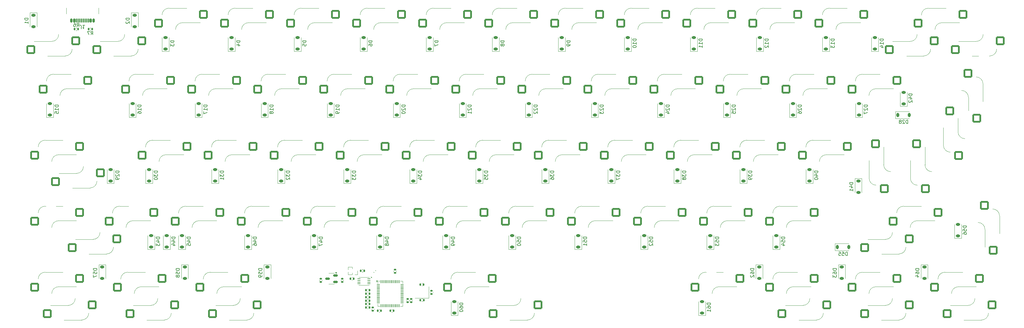
<source format=gbr>
%TF.GenerationSoftware,KiCad,Pcbnew,8.0.7*%
%TF.CreationDate,2024-12-21T00:00:27+08:00*%
%TF.ProjectId,PH60_Rev2,50483630-5f52-4657-9632-2e6b69636164,rev?*%
%TF.SameCoordinates,PX1b40518PY1b40518*%
%TF.FileFunction,Legend,Bot*%
%TF.FilePolarity,Positive*%
%FSLAX46Y46*%
G04 Gerber Fmt 4.6, Leading zero omitted, Abs format (unit mm)*
G04 Created by KiCad (PCBNEW 8.0.7) date 2024-12-21 00:00:27*
%MOMM*%
%LPD*%
G01*
G04 APERTURE LIST*
G04 Aperture macros list*
%AMRoundRect*
0 Rectangle with rounded corners*
0 $1 Rounding radius*
0 $2 $3 $4 $5 $6 $7 $8 $9 X,Y pos of 4 corners*
0 Add a 4 corners polygon primitive as box body*
4,1,4,$2,$3,$4,$5,$6,$7,$8,$9,$2,$3,0*
0 Add four circle primitives for the rounded corners*
1,1,$1+$1,$2,$3*
1,1,$1+$1,$4,$5*
1,1,$1+$1,$6,$7*
1,1,$1+$1,$8,$9*
0 Add four rect primitives between the rounded corners*
20,1,$1+$1,$2,$3,$4,$5,0*
20,1,$1+$1,$4,$5,$6,$7,0*
20,1,$1+$1,$6,$7,$8,$9,0*
20,1,$1+$1,$8,$9,$2,$3,0*%
G04 Aperture macros list end*
%ADD10C,0.150000*%
%ADD11C,0.120000*%
%ADD12C,0.300000*%
%ADD13RoundRect,0.250000X-1.025000X-1.000000X1.025000X-1.000000X1.025000X1.000000X-1.025000X1.000000X0*%
%ADD14C,1.750000*%
%ADD15C,4.000000*%
%ADD16C,3.600000*%
%ADD17RoundRect,0.250000X1.025000X1.000000X-1.025000X1.000000X-1.025000X-1.000000X1.025000X-1.000000X0*%
%ADD18C,3.048000*%
%ADD19C,3.987800*%
%ADD20O,5.000000X2.500000*%
%ADD21RoundRect,0.250000X1.000000X-1.025000X1.000000X1.025000X-1.000000X1.025000X-1.000000X-1.025000X0*%
%ADD22C,3.050000*%
%ADD23O,7.000000X2.500000*%
%ADD24C,2.500000*%
%ADD25RoundRect,0.250000X-1.000000X1.025000X-1.000000X-1.025000X1.000000X-1.025000X1.000000X1.025000X0*%
%ADD26RoundRect,0.225000X-0.375000X0.225000X-0.375000X-0.225000X0.375000X-0.225000X0.375000X0.225000X0*%
%ADD27RoundRect,0.225000X0.375000X-0.225000X0.375000X0.225000X-0.375000X0.225000X-0.375000X-0.225000X0*%
%ADD28RoundRect,0.135000X-0.135000X-0.185000X0.135000X-0.185000X0.135000X0.185000X-0.135000X0.185000X0*%
%ADD29RoundRect,0.140000X0.140000X0.170000X-0.140000X0.170000X-0.140000X-0.170000X0.140000X-0.170000X0*%
%ADD30RoundRect,0.225000X-0.225000X-0.375000X0.225000X-0.375000X0.225000X0.375000X-0.225000X0.375000X0*%
%ADD31RoundRect,0.135000X0.135000X0.185000X-0.135000X0.185000X-0.135000X-0.185000X0.135000X-0.185000X0*%
%ADD32RoundRect,0.140000X-0.170000X0.140000X-0.170000X-0.140000X0.170000X-0.140000X0.170000X0.140000X0*%
%ADD33R,1.400000X1.200000*%
%ADD34RoundRect,0.062500X0.387500X0.062500X-0.387500X0.062500X-0.387500X-0.062500X0.387500X-0.062500X0*%
%ADD35R,0.200000X1.600000*%
%ADD36RoundRect,0.140000X-0.140000X-0.170000X0.140000X-0.170000X0.140000X0.170000X-0.140000X0.170000X0*%
%ADD37RoundRect,0.050000X-0.050000X0.387500X-0.050000X-0.387500X0.050000X-0.387500X0.050000X0.387500X0*%
%ADD38RoundRect,0.050000X-0.387500X0.050000X-0.387500X-0.050000X0.387500X-0.050000X0.387500X0.050000X0*%
%ADD39R,3.200000X3.200000*%
%ADD40RoundRect,0.140000X0.170000X-0.140000X0.170000X0.140000X-0.170000X0.140000X-0.170000X-0.140000X0*%
%ADD41R,1.000000X1.000000*%
%ADD42O,1.000000X1.000000*%
%ADD43RoundRect,0.150000X0.512500X0.150000X-0.512500X0.150000X-0.512500X-0.150000X0.512500X-0.150000X0*%
%ADD44RoundRect,0.140000X0.219203X0.021213X0.021213X0.219203X-0.219203X-0.021213X-0.021213X-0.219203X0*%
%ADD45C,0.650000*%
%ADD46RoundRect,0.150000X-0.150000X-0.425000X0.150000X-0.425000X0.150000X0.425000X-0.150000X0.425000X0*%
%ADD47RoundRect,0.075000X-0.075000X-0.500000X0.075000X-0.500000X0.075000X0.500000X-0.075000X0.500000X0*%
%ADD48O,1.000000X1.800000*%
%ADD49O,1.000000X2.100000*%
G04 APERTURE END LIST*
D10*
X2899819Y-5556905D02*
X1899819Y-5556905D01*
X1899819Y-5556905D02*
X1899819Y-5795000D01*
X1899819Y-5795000D02*
X1947438Y-5937857D01*
X1947438Y-5937857D02*
X2042676Y-6033095D01*
X2042676Y-6033095D02*
X2137914Y-6080714D01*
X2137914Y-6080714D02*
X2328390Y-6128333D01*
X2328390Y-6128333D02*
X2471247Y-6128333D01*
X2471247Y-6128333D02*
X2661723Y-6080714D01*
X2661723Y-6080714D02*
X2756961Y-6033095D01*
X2756961Y-6033095D02*
X2852200Y-5937857D01*
X2852200Y-5937857D02*
X2899819Y-5795000D01*
X2899819Y-5795000D02*
X2899819Y-5556905D01*
X2899819Y-7080714D02*
X2899819Y-6509286D01*
X2899819Y-6795000D02*
X1899819Y-6795000D01*
X1899819Y-6795000D02*
X2042676Y-6699762D01*
X2042676Y-6699762D02*
X2137914Y-6604524D01*
X2137914Y-6604524D02*
X2185533Y-6509286D01*
X68812319Y-68690714D02*
X67812319Y-68690714D01*
X67812319Y-68690714D02*
X67812319Y-68928809D01*
X67812319Y-68928809D02*
X67859938Y-69071666D01*
X67859938Y-69071666D02*
X67955176Y-69166904D01*
X67955176Y-69166904D02*
X68050414Y-69214523D01*
X68050414Y-69214523D02*
X68240890Y-69262142D01*
X68240890Y-69262142D02*
X68383747Y-69262142D01*
X68383747Y-69262142D02*
X68574223Y-69214523D01*
X68574223Y-69214523D02*
X68669461Y-69166904D01*
X68669461Y-69166904D02*
X68764700Y-69071666D01*
X68764700Y-69071666D02*
X68812319Y-68928809D01*
X68812319Y-68928809D02*
X68812319Y-68690714D01*
X68145652Y-70119285D02*
X68812319Y-70119285D01*
X67764700Y-69881190D02*
X68478985Y-69643095D01*
X68478985Y-69643095D02*
X68478985Y-70262142D01*
X67812319Y-71071666D02*
X67812319Y-70881190D01*
X67812319Y-70881190D02*
X67859938Y-70785952D01*
X67859938Y-70785952D02*
X67907557Y-70738333D01*
X67907557Y-70738333D02*
X68050414Y-70643095D01*
X68050414Y-70643095D02*
X68240890Y-70595476D01*
X68240890Y-70595476D02*
X68621842Y-70595476D01*
X68621842Y-70595476D02*
X68717080Y-70643095D01*
X68717080Y-70643095D02*
X68764700Y-70690714D01*
X68764700Y-70690714D02*
X68812319Y-70785952D01*
X68812319Y-70785952D02*
X68812319Y-70976428D01*
X68812319Y-70976428D02*
X68764700Y-71071666D01*
X68764700Y-71071666D02*
X68717080Y-71119285D01*
X68717080Y-71119285D02*
X68621842Y-71166904D01*
X68621842Y-71166904D02*
X68383747Y-71166904D01*
X68383747Y-71166904D02*
X68288509Y-71119285D01*
X68288509Y-71119285D02*
X68240890Y-71071666D01*
X68240890Y-71071666D02*
X68193271Y-70976428D01*
X68193271Y-70976428D02*
X68193271Y-70785952D01*
X68193271Y-70785952D02*
X68240890Y-70690714D01*
X68240890Y-70690714D02*
X68288509Y-70643095D01*
X68288509Y-70643095D02*
X68383747Y-70595476D01*
X78337319Y-49640714D02*
X77337319Y-49640714D01*
X77337319Y-49640714D02*
X77337319Y-49878809D01*
X77337319Y-49878809D02*
X77384938Y-50021666D01*
X77384938Y-50021666D02*
X77480176Y-50116904D01*
X77480176Y-50116904D02*
X77575414Y-50164523D01*
X77575414Y-50164523D02*
X77765890Y-50212142D01*
X77765890Y-50212142D02*
X77908747Y-50212142D01*
X77908747Y-50212142D02*
X78099223Y-50164523D01*
X78099223Y-50164523D02*
X78194461Y-50116904D01*
X78194461Y-50116904D02*
X78289700Y-50021666D01*
X78289700Y-50021666D02*
X78337319Y-49878809D01*
X78337319Y-49878809D02*
X78337319Y-49640714D01*
X77337319Y-50545476D02*
X77337319Y-51164523D01*
X77337319Y-51164523D02*
X77718271Y-50831190D01*
X77718271Y-50831190D02*
X77718271Y-50974047D01*
X77718271Y-50974047D02*
X77765890Y-51069285D01*
X77765890Y-51069285D02*
X77813509Y-51116904D01*
X77813509Y-51116904D02*
X77908747Y-51164523D01*
X77908747Y-51164523D02*
X78146842Y-51164523D01*
X78146842Y-51164523D02*
X78242080Y-51116904D01*
X78242080Y-51116904D02*
X78289700Y-51069285D01*
X78289700Y-51069285D02*
X78337319Y-50974047D01*
X78337319Y-50974047D02*
X78337319Y-50688333D01*
X78337319Y-50688333D02*
X78289700Y-50593095D01*
X78289700Y-50593095D02*
X78242080Y-50545476D01*
X77432557Y-51545476D02*
X77384938Y-51593095D01*
X77384938Y-51593095D02*
X77337319Y-51688333D01*
X77337319Y-51688333D02*
X77337319Y-51926428D01*
X77337319Y-51926428D02*
X77384938Y-52021666D01*
X77384938Y-52021666D02*
X77432557Y-52069285D01*
X77432557Y-52069285D02*
X77527795Y-52116904D01*
X77527795Y-52116904D02*
X77623033Y-52116904D01*
X77623033Y-52116904D02*
X77765890Y-52069285D01*
X77765890Y-52069285D02*
X78337319Y-51497857D01*
X78337319Y-51497857D02*
X78337319Y-52116904D01*
X116437319Y-49640714D02*
X115437319Y-49640714D01*
X115437319Y-49640714D02*
X115437319Y-49878809D01*
X115437319Y-49878809D02*
X115484938Y-50021666D01*
X115484938Y-50021666D02*
X115580176Y-50116904D01*
X115580176Y-50116904D02*
X115675414Y-50164523D01*
X115675414Y-50164523D02*
X115865890Y-50212142D01*
X115865890Y-50212142D02*
X116008747Y-50212142D01*
X116008747Y-50212142D02*
X116199223Y-50164523D01*
X116199223Y-50164523D02*
X116294461Y-50116904D01*
X116294461Y-50116904D02*
X116389700Y-50021666D01*
X116389700Y-50021666D02*
X116437319Y-49878809D01*
X116437319Y-49878809D02*
X116437319Y-49640714D01*
X115437319Y-50545476D02*
X115437319Y-51164523D01*
X115437319Y-51164523D02*
X115818271Y-50831190D01*
X115818271Y-50831190D02*
X115818271Y-50974047D01*
X115818271Y-50974047D02*
X115865890Y-51069285D01*
X115865890Y-51069285D02*
X115913509Y-51116904D01*
X115913509Y-51116904D02*
X116008747Y-51164523D01*
X116008747Y-51164523D02*
X116246842Y-51164523D01*
X116246842Y-51164523D02*
X116342080Y-51116904D01*
X116342080Y-51116904D02*
X116389700Y-51069285D01*
X116389700Y-51069285D02*
X116437319Y-50974047D01*
X116437319Y-50974047D02*
X116437319Y-50688333D01*
X116437319Y-50688333D02*
X116389700Y-50593095D01*
X116389700Y-50593095D02*
X116342080Y-50545476D01*
X115770652Y-52021666D02*
X116437319Y-52021666D01*
X115389700Y-51783571D02*
X116103985Y-51545476D01*
X116103985Y-51545476D02*
X116103985Y-52164523D01*
X240867319Y-52940714D02*
X239867319Y-52940714D01*
X239867319Y-52940714D02*
X239867319Y-53178809D01*
X239867319Y-53178809D02*
X239914938Y-53321666D01*
X239914938Y-53321666D02*
X240010176Y-53416904D01*
X240010176Y-53416904D02*
X240105414Y-53464523D01*
X240105414Y-53464523D02*
X240295890Y-53512142D01*
X240295890Y-53512142D02*
X240438747Y-53512142D01*
X240438747Y-53512142D02*
X240629223Y-53464523D01*
X240629223Y-53464523D02*
X240724461Y-53416904D01*
X240724461Y-53416904D02*
X240819700Y-53321666D01*
X240819700Y-53321666D02*
X240867319Y-53178809D01*
X240867319Y-53178809D02*
X240867319Y-52940714D01*
X240200652Y-54369285D02*
X240867319Y-54369285D01*
X239819700Y-54131190D02*
X240533985Y-53893095D01*
X240533985Y-53893095D02*
X240533985Y-54512142D01*
X240867319Y-55416904D02*
X240867319Y-54845476D01*
X240867319Y-55131190D02*
X239867319Y-55131190D01*
X239867319Y-55131190D02*
X240010176Y-55035952D01*
X240010176Y-55035952D02*
X240105414Y-54940714D01*
X240105414Y-54940714D02*
X240153033Y-54845476D01*
X273599819Y-65460714D02*
X272599819Y-65460714D01*
X272599819Y-65460714D02*
X272599819Y-65698809D01*
X272599819Y-65698809D02*
X272647438Y-65841666D01*
X272647438Y-65841666D02*
X272742676Y-65936904D01*
X272742676Y-65936904D02*
X272837914Y-65984523D01*
X272837914Y-65984523D02*
X273028390Y-66032142D01*
X273028390Y-66032142D02*
X273171247Y-66032142D01*
X273171247Y-66032142D02*
X273361723Y-65984523D01*
X273361723Y-65984523D02*
X273456961Y-65936904D01*
X273456961Y-65936904D02*
X273552200Y-65841666D01*
X273552200Y-65841666D02*
X273599819Y-65698809D01*
X273599819Y-65698809D02*
X273599819Y-65460714D01*
X272599819Y-66936904D02*
X272599819Y-66460714D01*
X272599819Y-66460714D02*
X273076009Y-66413095D01*
X273076009Y-66413095D02*
X273028390Y-66460714D01*
X273028390Y-66460714D02*
X272980771Y-66555952D01*
X272980771Y-66555952D02*
X272980771Y-66794047D01*
X272980771Y-66794047D02*
X273028390Y-66889285D01*
X273028390Y-66889285D02*
X273076009Y-66936904D01*
X273076009Y-66936904D02*
X273171247Y-66984523D01*
X273171247Y-66984523D02*
X273409342Y-66984523D01*
X273409342Y-66984523D02*
X273504580Y-66936904D01*
X273504580Y-66936904D02*
X273552200Y-66889285D01*
X273552200Y-66889285D02*
X273599819Y-66794047D01*
X273599819Y-66794047D02*
X273599819Y-66555952D01*
X273599819Y-66555952D02*
X273552200Y-66460714D01*
X273552200Y-66460714D02*
X273504580Y-66413095D01*
X272599819Y-67841666D02*
X272599819Y-67651190D01*
X272599819Y-67651190D02*
X272647438Y-67555952D01*
X272647438Y-67555952D02*
X272695057Y-67508333D01*
X272695057Y-67508333D02*
X272837914Y-67413095D01*
X272837914Y-67413095D02*
X273028390Y-67365476D01*
X273028390Y-67365476D02*
X273409342Y-67365476D01*
X273409342Y-67365476D02*
X273504580Y-67413095D01*
X273504580Y-67413095D02*
X273552200Y-67460714D01*
X273552200Y-67460714D02*
X273599819Y-67555952D01*
X273599819Y-67555952D02*
X273599819Y-67746428D01*
X273599819Y-67746428D02*
X273552200Y-67841666D01*
X273552200Y-67841666D02*
X273504580Y-67889285D01*
X273504580Y-67889285D02*
X273409342Y-67936904D01*
X273409342Y-67936904D02*
X273171247Y-67936904D01*
X273171247Y-67936904D02*
X273076009Y-67889285D01*
X273076009Y-67889285D02*
X273028390Y-67841666D01*
X273028390Y-67841666D02*
X272980771Y-67746428D01*
X272980771Y-67746428D02*
X272980771Y-67555952D01*
X272980771Y-67555952D02*
X273028390Y-67460714D01*
X273028390Y-67460714D02*
X273076009Y-67413095D01*
X273076009Y-67413095D02*
X273171247Y-67365476D01*
X145012319Y-68690714D02*
X144012319Y-68690714D01*
X144012319Y-68690714D02*
X144012319Y-68928809D01*
X144012319Y-68928809D02*
X144059938Y-69071666D01*
X144059938Y-69071666D02*
X144155176Y-69166904D01*
X144155176Y-69166904D02*
X144250414Y-69214523D01*
X144250414Y-69214523D02*
X144440890Y-69262142D01*
X144440890Y-69262142D02*
X144583747Y-69262142D01*
X144583747Y-69262142D02*
X144774223Y-69214523D01*
X144774223Y-69214523D02*
X144869461Y-69166904D01*
X144869461Y-69166904D02*
X144964700Y-69071666D01*
X144964700Y-69071666D02*
X145012319Y-68928809D01*
X145012319Y-68928809D02*
X145012319Y-68690714D01*
X144012319Y-70166904D02*
X144012319Y-69690714D01*
X144012319Y-69690714D02*
X144488509Y-69643095D01*
X144488509Y-69643095D02*
X144440890Y-69690714D01*
X144440890Y-69690714D02*
X144393271Y-69785952D01*
X144393271Y-69785952D02*
X144393271Y-70024047D01*
X144393271Y-70024047D02*
X144440890Y-70119285D01*
X144440890Y-70119285D02*
X144488509Y-70166904D01*
X144488509Y-70166904D02*
X144583747Y-70214523D01*
X144583747Y-70214523D02*
X144821842Y-70214523D01*
X144821842Y-70214523D02*
X144917080Y-70166904D01*
X144917080Y-70166904D02*
X144964700Y-70119285D01*
X144964700Y-70119285D02*
X145012319Y-70024047D01*
X145012319Y-70024047D02*
X145012319Y-69785952D01*
X145012319Y-69785952D02*
X144964700Y-69690714D01*
X144964700Y-69690714D02*
X144917080Y-69643095D01*
X144012319Y-70833571D02*
X144012319Y-70928809D01*
X144012319Y-70928809D02*
X144059938Y-71024047D01*
X144059938Y-71024047D02*
X144107557Y-71071666D01*
X144107557Y-71071666D02*
X144202795Y-71119285D01*
X144202795Y-71119285D02*
X144393271Y-71166904D01*
X144393271Y-71166904D02*
X144631366Y-71166904D01*
X144631366Y-71166904D02*
X144821842Y-71119285D01*
X144821842Y-71119285D02*
X144917080Y-71071666D01*
X144917080Y-71071666D02*
X144964700Y-71024047D01*
X144964700Y-71024047D02*
X145012319Y-70928809D01*
X145012319Y-70928809D02*
X145012319Y-70833571D01*
X145012319Y-70833571D02*
X144964700Y-70738333D01*
X144964700Y-70738333D02*
X144917080Y-70690714D01*
X144917080Y-70690714D02*
X144821842Y-70643095D01*
X144821842Y-70643095D02*
X144631366Y-70595476D01*
X144631366Y-70595476D02*
X144393271Y-70595476D01*
X144393271Y-70595476D02*
X144202795Y-70643095D01*
X144202795Y-70643095D02*
X144107557Y-70690714D01*
X144107557Y-70690714D02*
X144059938Y-70738333D01*
X144059938Y-70738333D02*
X144012319Y-70833571D01*
X164062319Y-68690714D02*
X163062319Y-68690714D01*
X163062319Y-68690714D02*
X163062319Y-68928809D01*
X163062319Y-68928809D02*
X163109938Y-69071666D01*
X163109938Y-69071666D02*
X163205176Y-69166904D01*
X163205176Y-69166904D02*
X163300414Y-69214523D01*
X163300414Y-69214523D02*
X163490890Y-69262142D01*
X163490890Y-69262142D02*
X163633747Y-69262142D01*
X163633747Y-69262142D02*
X163824223Y-69214523D01*
X163824223Y-69214523D02*
X163919461Y-69166904D01*
X163919461Y-69166904D02*
X164014700Y-69071666D01*
X164014700Y-69071666D02*
X164062319Y-68928809D01*
X164062319Y-68928809D02*
X164062319Y-68690714D01*
X163062319Y-70166904D02*
X163062319Y-69690714D01*
X163062319Y-69690714D02*
X163538509Y-69643095D01*
X163538509Y-69643095D02*
X163490890Y-69690714D01*
X163490890Y-69690714D02*
X163443271Y-69785952D01*
X163443271Y-69785952D02*
X163443271Y-70024047D01*
X163443271Y-70024047D02*
X163490890Y-70119285D01*
X163490890Y-70119285D02*
X163538509Y-70166904D01*
X163538509Y-70166904D02*
X163633747Y-70214523D01*
X163633747Y-70214523D02*
X163871842Y-70214523D01*
X163871842Y-70214523D02*
X163967080Y-70166904D01*
X163967080Y-70166904D02*
X164014700Y-70119285D01*
X164014700Y-70119285D02*
X164062319Y-70024047D01*
X164062319Y-70024047D02*
X164062319Y-69785952D01*
X164062319Y-69785952D02*
X164014700Y-69690714D01*
X164014700Y-69690714D02*
X163967080Y-69643095D01*
X164062319Y-71166904D02*
X164062319Y-70595476D01*
X164062319Y-70881190D02*
X163062319Y-70881190D01*
X163062319Y-70881190D02*
X163205176Y-70785952D01*
X163205176Y-70785952D02*
X163300414Y-70690714D01*
X163300414Y-70690714D02*
X163348033Y-70595476D01*
X83099819Y-12016905D02*
X82099819Y-12016905D01*
X82099819Y-12016905D02*
X82099819Y-12255000D01*
X82099819Y-12255000D02*
X82147438Y-12397857D01*
X82147438Y-12397857D02*
X82242676Y-12493095D01*
X82242676Y-12493095D02*
X82337914Y-12540714D01*
X82337914Y-12540714D02*
X82528390Y-12588333D01*
X82528390Y-12588333D02*
X82671247Y-12588333D01*
X82671247Y-12588333D02*
X82861723Y-12540714D01*
X82861723Y-12540714D02*
X82956961Y-12493095D01*
X82956961Y-12493095D02*
X83052200Y-12397857D01*
X83052200Y-12397857D02*
X83099819Y-12255000D01*
X83099819Y-12255000D02*
X83099819Y-12016905D01*
X82099819Y-13493095D02*
X82099819Y-13016905D01*
X82099819Y-13016905D02*
X82576009Y-12969286D01*
X82576009Y-12969286D02*
X82528390Y-13016905D01*
X82528390Y-13016905D02*
X82480771Y-13112143D01*
X82480771Y-13112143D02*
X82480771Y-13350238D01*
X82480771Y-13350238D02*
X82528390Y-13445476D01*
X82528390Y-13445476D02*
X82576009Y-13493095D01*
X82576009Y-13493095D02*
X82671247Y-13540714D01*
X82671247Y-13540714D02*
X82909342Y-13540714D01*
X82909342Y-13540714D02*
X83004580Y-13493095D01*
X83004580Y-13493095D02*
X83052200Y-13445476D01*
X83052200Y-13445476D02*
X83099819Y-13350238D01*
X83099819Y-13350238D02*
X83099819Y-13112143D01*
X83099819Y-13112143D02*
X83052200Y-13016905D01*
X83052200Y-13016905D02*
X83004580Y-12969286D01*
X192637319Y-49640714D02*
X191637319Y-49640714D01*
X191637319Y-49640714D02*
X191637319Y-49878809D01*
X191637319Y-49878809D02*
X191684938Y-50021666D01*
X191684938Y-50021666D02*
X191780176Y-50116904D01*
X191780176Y-50116904D02*
X191875414Y-50164523D01*
X191875414Y-50164523D02*
X192065890Y-50212142D01*
X192065890Y-50212142D02*
X192208747Y-50212142D01*
X192208747Y-50212142D02*
X192399223Y-50164523D01*
X192399223Y-50164523D02*
X192494461Y-50116904D01*
X192494461Y-50116904D02*
X192589700Y-50021666D01*
X192589700Y-50021666D02*
X192637319Y-49878809D01*
X192637319Y-49878809D02*
X192637319Y-49640714D01*
X191637319Y-50545476D02*
X191637319Y-51164523D01*
X191637319Y-51164523D02*
X192018271Y-50831190D01*
X192018271Y-50831190D02*
X192018271Y-50974047D01*
X192018271Y-50974047D02*
X192065890Y-51069285D01*
X192065890Y-51069285D02*
X192113509Y-51116904D01*
X192113509Y-51116904D02*
X192208747Y-51164523D01*
X192208747Y-51164523D02*
X192446842Y-51164523D01*
X192446842Y-51164523D02*
X192542080Y-51116904D01*
X192542080Y-51116904D02*
X192589700Y-51069285D01*
X192589700Y-51069285D02*
X192637319Y-50974047D01*
X192637319Y-50974047D02*
X192637319Y-50688333D01*
X192637319Y-50688333D02*
X192589700Y-50593095D01*
X192589700Y-50593095D02*
X192542080Y-50545476D01*
X192065890Y-51735952D02*
X192018271Y-51640714D01*
X192018271Y-51640714D02*
X191970652Y-51593095D01*
X191970652Y-51593095D02*
X191875414Y-51545476D01*
X191875414Y-51545476D02*
X191827795Y-51545476D01*
X191827795Y-51545476D02*
X191732557Y-51593095D01*
X191732557Y-51593095D02*
X191684938Y-51640714D01*
X191684938Y-51640714D02*
X191637319Y-51735952D01*
X191637319Y-51735952D02*
X191637319Y-51926428D01*
X191637319Y-51926428D02*
X191684938Y-52021666D01*
X191684938Y-52021666D02*
X191732557Y-52069285D01*
X191732557Y-52069285D02*
X191827795Y-52116904D01*
X191827795Y-52116904D02*
X191875414Y-52116904D01*
X191875414Y-52116904D02*
X191970652Y-52069285D01*
X191970652Y-52069285D02*
X192018271Y-52021666D01*
X192018271Y-52021666D02*
X192065890Y-51926428D01*
X192065890Y-51926428D02*
X192065890Y-51735952D01*
X192065890Y-51735952D02*
X192113509Y-51640714D01*
X192113509Y-51640714D02*
X192161128Y-51593095D01*
X192161128Y-51593095D02*
X192256366Y-51545476D01*
X192256366Y-51545476D02*
X192446842Y-51545476D01*
X192446842Y-51545476D02*
X192542080Y-51593095D01*
X192542080Y-51593095D02*
X192589700Y-51640714D01*
X192589700Y-51640714D02*
X192637319Y-51735952D01*
X192637319Y-51735952D02*
X192637319Y-51926428D01*
X192637319Y-51926428D02*
X192589700Y-52021666D01*
X192589700Y-52021666D02*
X192542080Y-52069285D01*
X192542080Y-52069285D02*
X192446842Y-52116904D01*
X192446842Y-52116904D02*
X192256366Y-52116904D01*
X192256366Y-52116904D02*
X192161128Y-52069285D01*
X192161128Y-52069285D02*
X192113509Y-52021666D01*
X192113509Y-52021666D02*
X192065890Y-51926428D01*
X183112319Y-68690714D02*
X182112319Y-68690714D01*
X182112319Y-68690714D02*
X182112319Y-68928809D01*
X182112319Y-68928809D02*
X182159938Y-69071666D01*
X182159938Y-69071666D02*
X182255176Y-69166904D01*
X182255176Y-69166904D02*
X182350414Y-69214523D01*
X182350414Y-69214523D02*
X182540890Y-69262142D01*
X182540890Y-69262142D02*
X182683747Y-69262142D01*
X182683747Y-69262142D02*
X182874223Y-69214523D01*
X182874223Y-69214523D02*
X182969461Y-69166904D01*
X182969461Y-69166904D02*
X183064700Y-69071666D01*
X183064700Y-69071666D02*
X183112319Y-68928809D01*
X183112319Y-68928809D02*
X183112319Y-68690714D01*
X182112319Y-70166904D02*
X182112319Y-69690714D01*
X182112319Y-69690714D02*
X182588509Y-69643095D01*
X182588509Y-69643095D02*
X182540890Y-69690714D01*
X182540890Y-69690714D02*
X182493271Y-69785952D01*
X182493271Y-69785952D02*
X182493271Y-70024047D01*
X182493271Y-70024047D02*
X182540890Y-70119285D01*
X182540890Y-70119285D02*
X182588509Y-70166904D01*
X182588509Y-70166904D02*
X182683747Y-70214523D01*
X182683747Y-70214523D02*
X182921842Y-70214523D01*
X182921842Y-70214523D02*
X183017080Y-70166904D01*
X183017080Y-70166904D02*
X183064700Y-70119285D01*
X183064700Y-70119285D02*
X183112319Y-70024047D01*
X183112319Y-70024047D02*
X183112319Y-69785952D01*
X183112319Y-69785952D02*
X183064700Y-69690714D01*
X183064700Y-69690714D02*
X183017080Y-69643095D01*
X182207557Y-70595476D02*
X182159938Y-70643095D01*
X182159938Y-70643095D02*
X182112319Y-70738333D01*
X182112319Y-70738333D02*
X182112319Y-70976428D01*
X182112319Y-70976428D02*
X182159938Y-71071666D01*
X182159938Y-71071666D02*
X182207557Y-71119285D01*
X182207557Y-71119285D02*
X182302795Y-71166904D01*
X182302795Y-71166904D02*
X182398033Y-71166904D01*
X182398033Y-71166904D02*
X182540890Y-71119285D01*
X182540890Y-71119285D02*
X183112319Y-70547857D01*
X183112319Y-70547857D02*
X183112319Y-71166904D01*
X128343569Y-87740714D02*
X127343569Y-87740714D01*
X127343569Y-87740714D02*
X127343569Y-87978809D01*
X127343569Y-87978809D02*
X127391188Y-88121666D01*
X127391188Y-88121666D02*
X127486426Y-88216904D01*
X127486426Y-88216904D02*
X127581664Y-88264523D01*
X127581664Y-88264523D02*
X127772140Y-88312142D01*
X127772140Y-88312142D02*
X127914997Y-88312142D01*
X127914997Y-88312142D02*
X128105473Y-88264523D01*
X128105473Y-88264523D02*
X128200711Y-88216904D01*
X128200711Y-88216904D02*
X128295950Y-88121666D01*
X128295950Y-88121666D02*
X128343569Y-87978809D01*
X128343569Y-87978809D02*
X128343569Y-87740714D01*
X127343569Y-89169285D02*
X127343569Y-88978809D01*
X127343569Y-88978809D02*
X127391188Y-88883571D01*
X127391188Y-88883571D02*
X127438807Y-88835952D01*
X127438807Y-88835952D02*
X127581664Y-88740714D01*
X127581664Y-88740714D02*
X127772140Y-88693095D01*
X127772140Y-88693095D02*
X128153092Y-88693095D01*
X128153092Y-88693095D02*
X128248330Y-88740714D01*
X128248330Y-88740714D02*
X128295950Y-88788333D01*
X128295950Y-88788333D02*
X128343569Y-88883571D01*
X128343569Y-88883571D02*
X128343569Y-89074047D01*
X128343569Y-89074047D02*
X128295950Y-89169285D01*
X128295950Y-89169285D02*
X128248330Y-89216904D01*
X128248330Y-89216904D02*
X128153092Y-89264523D01*
X128153092Y-89264523D02*
X127914997Y-89264523D01*
X127914997Y-89264523D02*
X127819759Y-89216904D01*
X127819759Y-89216904D02*
X127772140Y-89169285D01*
X127772140Y-89169285D02*
X127724521Y-89074047D01*
X127724521Y-89074047D02*
X127724521Y-88883571D01*
X127724521Y-88883571D02*
X127772140Y-88788333D01*
X127772140Y-88788333D02*
X127819759Y-88740714D01*
X127819759Y-88740714D02*
X127914997Y-88693095D01*
X127343569Y-89883571D02*
X127343569Y-89978809D01*
X127343569Y-89978809D02*
X127391188Y-90074047D01*
X127391188Y-90074047D02*
X127438807Y-90121666D01*
X127438807Y-90121666D02*
X127534045Y-90169285D01*
X127534045Y-90169285D02*
X127724521Y-90216904D01*
X127724521Y-90216904D02*
X127962616Y-90216904D01*
X127962616Y-90216904D02*
X128153092Y-90169285D01*
X128153092Y-90169285D02*
X128248330Y-90121666D01*
X128248330Y-90121666D02*
X128295950Y-90074047D01*
X128295950Y-90074047D02*
X128343569Y-89978809D01*
X128343569Y-89978809D02*
X128343569Y-89883571D01*
X128343569Y-89883571D02*
X128295950Y-89788333D01*
X128295950Y-89788333D02*
X128248330Y-89740714D01*
X128248330Y-89740714D02*
X128153092Y-89693095D01*
X128153092Y-89693095D02*
X127962616Y-89645476D01*
X127962616Y-89645476D02*
X127724521Y-89645476D01*
X127724521Y-89645476D02*
X127534045Y-89693095D01*
X127534045Y-89693095D02*
X127438807Y-89740714D01*
X127438807Y-89740714D02*
X127391188Y-89788333D01*
X127391188Y-89788333D02*
X127343569Y-89883571D01*
X106912319Y-68690714D02*
X105912319Y-68690714D01*
X105912319Y-68690714D02*
X105912319Y-68928809D01*
X105912319Y-68928809D02*
X105959938Y-69071666D01*
X105959938Y-69071666D02*
X106055176Y-69166904D01*
X106055176Y-69166904D02*
X106150414Y-69214523D01*
X106150414Y-69214523D02*
X106340890Y-69262142D01*
X106340890Y-69262142D02*
X106483747Y-69262142D01*
X106483747Y-69262142D02*
X106674223Y-69214523D01*
X106674223Y-69214523D02*
X106769461Y-69166904D01*
X106769461Y-69166904D02*
X106864700Y-69071666D01*
X106864700Y-69071666D02*
X106912319Y-68928809D01*
X106912319Y-68928809D02*
X106912319Y-68690714D01*
X106245652Y-70119285D02*
X106912319Y-70119285D01*
X105864700Y-69881190D02*
X106578985Y-69643095D01*
X106578985Y-69643095D02*
X106578985Y-70262142D01*
X106340890Y-70785952D02*
X106293271Y-70690714D01*
X106293271Y-70690714D02*
X106245652Y-70643095D01*
X106245652Y-70643095D02*
X106150414Y-70595476D01*
X106150414Y-70595476D02*
X106102795Y-70595476D01*
X106102795Y-70595476D02*
X106007557Y-70643095D01*
X106007557Y-70643095D02*
X105959938Y-70690714D01*
X105959938Y-70690714D02*
X105912319Y-70785952D01*
X105912319Y-70785952D02*
X105912319Y-70976428D01*
X105912319Y-70976428D02*
X105959938Y-71071666D01*
X105959938Y-71071666D02*
X106007557Y-71119285D01*
X106007557Y-71119285D02*
X106102795Y-71166904D01*
X106102795Y-71166904D02*
X106150414Y-71166904D01*
X106150414Y-71166904D02*
X106245652Y-71119285D01*
X106245652Y-71119285D02*
X106293271Y-71071666D01*
X106293271Y-71071666D02*
X106340890Y-70976428D01*
X106340890Y-70976428D02*
X106340890Y-70785952D01*
X106340890Y-70785952D02*
X106388509Y-70690714D01*
X106388509Y-70690714D02*
X106436128Y-70643095D01*
X106436128Y-70643095D02*
X106531366Y-70595476D01*
X106531366Y-70595476D02*
X106721842Y-70595476D01*
X106721842Y-70595476D02*
X106817080Y-70643095D01*
X106817080Y-70643095D02*
X106864700Y-70690714D01*
X106864700Y-70690714D02*
X106912319Y-70785952D01*
X106912319Y-70785952D02*
X106912319Y-70976428D01*
X106912319Y-70976428D02*
X106864700Y-71071666D01*
X106864700Y-71071666D02*
X106817080Y-71119285D01*
X106817080Y-71119285D02*
X106721842Y-71166904D01*
X106721842Y-71166904D02*
X106531366Y-71166904D01*
X106531366Y-71166904D02*
X106436128Y-71119285D01*
X106436128Y-71119285D02*
X106388509Y-71071666D01*
X106388509Y-71071666D02*
X106340890Y-70976428D01*
X111674819Y-30590714D02*
X110674819Y-30590714D01*
X110674819Y-30590714D02*
X110674819Y-30828809D01*
X110674819Y-30828809D02*
X110722438Y-30971666D01*
X110722438Y-30971666D02*
X110817676Y-31066904D01*
X110817676Y-31066904D02*
X110912914Y-31114523D01*
X110912914Y-31114523D02*
X111103390Y-31162142D01*
X111103390Y-31162142D02*
X111246247Y-31162142D01*
X111246247Y-31162142D02*
X111436723Y-31114523D01*
X111436723Y-31114523D02*
X111531961Y-31066904D01*
X111531961Y-31066904D02*
X111627200Y-30971666D01*
X111627200Y-30971666D02*
X111674819Y-30828809D01*
X111674819Y-30828809D02*
X111674819Y-30590714D01*
X110770057Y-31543095D02*
X110722438Y-31590714D01*
X110722438Y-31590714D02*
X110674819Y-31685952D01*
X110674819Y-31685952D02*
X110674819Y-31924047D01*
X110674819Y-31924047D02*
X110722438Y-32019285D01*
X110722438Y-32019285D02*
X110770057Y-32066904D01*
X110770057Y-32066904D02*
X110865295Y-32114523D01*
X110865295Y-32114523D02*
X110960533Y-32114523D01*
X110960533Y-32114523D02*
X111103390Y-32066904D01*
X111103390Y-32066904D02*
X111674819Y-31495476D01*
X111674819Y-31495476D02*
X111674819Y-32114523D01*
X110674819Y-32733571D02*
X110674819Y-32828809D01*
X110674819Y-32828809D02*
X110722438Y-32924047D01*
X110722438Y-32924047D02*
X110770057Y-32971666D01*
X110770057Y-32971666D02*
X110865295Y-33019285D01*
X110865295Y-33019285D02*
X111055771Y-33066904D01*
X111055771Y-33066904D02*
X111293866Y-33066904D01*
X111293866Y-33066904D02*
X111484342Y-33019285D01*
X111484342Y-33019285D02*
X111579580Y-32971666D01*
X111579580Y-32971666D02*
X111627200Y-32924047D01*
X111627200Y-32924047D02*
X111674819Y-32828809D01*
X111674819Y-32828809D02*
X111674819Y-32733571D01*
X111674819Y-32733571D02*
X111627200Y-32638333D01*
X111627200Y-32638333D02*
X111579580Y-32590714D01*
X111579580Y-32590714D02*
X111484342Y-32543095D01*
X111484342Y-32543095D02*
X111293866Y-32495476D01*
X111293866Y-32495476D02*
X111055771Y-32495476D01*
X111055771Y-32495476D02*
X110865295Y-32543095D01*
X110865295Y-32543095D02*
X110770057Y-32590714D01*
X110770057Y-32590714D02*
X110722438Y-32638333D01*
X110722438Y-32638333D02*
X110674819Y-32733571D01*
X257917319Y-27360714D02*
X256917319Y-27360714D01*
X256917319Y-27360714D02*
X256917319Y-27598809D01*
X256917319Y-27598809D02*
X256964938Y-27741666D01*
X256964938Y-27741666D02*
X257060176Y-27836904D01*
X257060176Y-27836904D02*
X257155414Y-27884523D01*
X257155414Y-27884523D02*
X257345890Y-27932142D01*
X257345890Y-27932142D02*
X257488747Y-27932142D01*
X257488747Y-27932142D02*
X257679223Y-27884523D01*
X257679223Y-27884523D02*
X257774461Y-27836904D01*
X257774461Y-27836904D02*
X257869700Y-27741666D01*
X257869700Y-27741666D02*
X257917319Y-27598809D01*
X257917319Y-27598809D02*
X257917319Y-27360714D01*
X257250652Y-28789285D02*
X257917319Y-28789285D01*
X256869700Y-28551190D02*
X257583985Y-28313095D01*
X257583985Y-28313095D02*
X257583985Y-28932142D01*
X257012557Y-29265476D02*
X256964938Y-29313095D01*
X256964938Y-29313095D02*
X256917319Y-29408333D01*
X256917319Y-29408333D02*
X256917319Y-29646428D01*
X256917319Y-29646428D02*
X256964938Y-29741666D01*
X256964938Y-29741666D02*
X257012557Y-29789285D01*
X257012557Y-29789285D02*
X257107795Y-29836904D01*
X257107795Y-29836904D02*
X257203033Y-29836904D01*
X257203033Y-29836904D02*
X257345890Y-29789285D01*
X257345890Y-29789285D02*
X257917319Y-29217857D01*
X257917319Y-29217857D02*
X257917319Y-29836904D01*
X239214285Y-74009819D02*
X239214285Y-73009819D01*
X239214285Y-73009819D02*
X238976190Y-73009819D01*
X238976190Y-73009819D02*
X238833333Y-73057438D01*
X238833333Y-73057438D02*
X238738095Y-73152676D01*
X238738095Y-73152676D02*
X238690476Y-73247914D01*
X238690476Y-73247914D02*
X238642857Y-73438390D01*
X238642857Y-73438390D02*
X238642857Y-73581247D01*
X238642857Y-73581247D02*
X238690476Y-73771723D01*
X238690476Y-73771723D02*
X238738095Y-73866961D01*
X238738095Y-73866961D02*
X238833333Y-73962200D01*
X238833333Y-73962200D02*
X238976190Y-74009819D01*
X238976190Y-74009819D02*
X239214285Y-74009819D01*
X237738095Y-73009819D02*
X238214285Y-73009819D01*
X238214285Y-73009819D02*
X238261904Y-73486009D01*
X238261904Y-73486009D02*
X238214285Y-73438390D01*
X238214285Y-73438390D02*
X238119047Y-73390771D01*
X238119047Y-73390771D02*
X237880952Y-73390771D01*
X237880952Y-73390771D02*
X237785714Y-73438390D01*
X237785714Y-73438390D02*
X237738095Y-73486009D01*
X237738095Y-73486009D02*
X237690476Y-73581247D01*
X237690476Y-73581247D02*
X237690476Y-73819342D01*
X237690476Y-73819342D02*
X237738095Y-73914580D01*
X237738095Y-73914580D02*
X237785714Y-73962200D01*
X237785714Y-73962200D02*
X237880952Y-74009819D01*
X237880952Y-74009819D02*
X238119047Y-74009819D01*
X238119047Y-74009819D02*
X238214285Y-73962200D01*
X238214285Y-73962200D02*
X238261904Y-73914580D01*
X236785714Y-73009819D02*
X237261904Y-73009819D01*
X237261904Y-73009819D02*
X237309523Y-73486009D01*
X237309523Y-73486009D02*
X237261904Y-73438390D01*
X237261904Y-73438390D02*
X237166666Y-73390771D01*
X237166666Y-73390771D02*
X236928571Y-73390771D01*
X236928571Y-73390771D02*
X236833333Y-73438390D01*
X236833333Y-73438390D02*
X236785714Y-73486009D01*
X236785714Y-73486009D02*
X236738095Y-73581247D01*
X236738095Y-73581247D02*
X236738095Y-73819342D01*
X236738095Y-73819342D02*
X236785714Y-73914580D01*
X236785714Y-73914580D02*
X236833333Y-73962200D01*
X236833333Y-73962200D02*
X236928571Y-74009819D01*
X236928571Y-74009819D02*
X237166666Y-74009819D01*
X237166666Y-74009819D02*
X237261904Y-73962200D01*
X237261904Y-73962200D02*
X237309523Y-73914580D01*
X125962319Y-68690714D02*
X124962319Y-68690714D01*
X124962319Y-68690714D02*
X124962319Y-68928809D01*
X124962319Y-68928809D02*
X125009938Y-69071666D01*
X125009938Y-69071666D02*
X125105176Y-69166904D01*
X125105176Y-69166904D02*
X125200414Y-69214523D01*
X125200414Y-69214523D02*
X125390890Y-69262142D01*
X125390890Y-69262142D02*
X125533747Y-69262142D01*
X125533747Y-69262142D02*
X125724223Y-69214523D01*
X125724223Y-69214523D02*
X125819461Y-69166904D01*
X125819461Y-69166904D02*
X125914700Y-69071666D01*
X125914700Y-69071666D02*
X125962319Y-68928809D01*
X125962319Y-68928809D02*
X125962319Y-68690714D01*
X125295652Y-70119285D02*
X125962319Y-70119285D01*
X124914700Y-69881190D02*
X125628985Y-69643095D01*
X125628985Y-69643095D02*
X125628985Y-70262142D01*
X125962319Y-70690714D02*
X125962319Y-70881190D01*
X125962319Y-70881190D02*
X125914700Y-70976428D01*
X125914700Y-70976428D02*
X125867080Y-71024047D01*
X125867080Y-71024047D02*
X125724223Y-71119285D01*
X125724223Y-71119285D02*
X125533747Y-71166904D01*
X125533747Y-71166904D02*
X125152795Y-71166904D01*
X125152795Y-71166904D02*
X125057557Y-71119285D01*
X125057557Y-71119285D02*
X125009938Y-71071666D01*
X125009938Y-71071666D02*
X124962319Y-70976428D01*
X124962319Y-70976428D02*
X124962319Y-70785952D01*
X124962319Y-70785952D02*
X125009938Y-70690714D01*
X125009938Y-70690714D02*
X125057557Y-70643095D01*
X125057557Y-70643095D02*
X125152795Y-70595476D01*
X125152795Y-70595476D02*
X125390890Y-70595476D01*
X125390890Y-70595476D02*
X125486128Y-70643095D01*
X125486128Y-70643095D02*
X125533747Y-70690714D01*
X125533747Y-70690714D02*
X125581366Y-70785952D01*
X125581366Y-70785952D02*
X125581366Y-70976428D01*
X125581366Y-70976428D02*
X125533747Y-71071666D01*
X125533747Y-71071666D02*
X125486128Y-71119285D01*
X125486128Y-71119285D02*
X125390890Y-71166904D01*
X259917319Y-77780714D02*
X258917319Y-77780714D01*
X258917319Y-77780714D02*
X258917319Y-78018809D01*
X258917319Y-78018809D02*
X258964938Y-78161666D01*
X258964938Y-78161666D02*
X259060176Y-78256904D01*
X259060176Y-78256904D02*
X259155414Y-78304523D01*
X259155414Y-78304523D02*
X259345890Y-78352142D01*
X259345890Y-78352142D02*
X259488747Y-78352142D01*
X259488747Y-78352142D02*
X259679223Y-78304523D01*
X259679223Y-78304523D02*
X259774461Y-78256904D01*
X259774461Y-78256904D02*
X259869700Y-78161666D01*
X259869700Y-78161666D02*
X259917319Y-78018809D01*
X259917319Y-78018809D02*
X259917319Y-77780714D01*
X258917319Y-79209285D02*
X258917319Y-79018809D01*
X258917319Y-79018809D02*
X258964938Y-78923571D01*
X258964938Y-78923571D02*
X259012557Y-78875952D01*
X259012557Y-78875952D02*
X259155414Y-78780714D01*
X259155414Y-78780714D02*
X259345890Y-78733095D01*
X259345890Y-78733095D02*
X259726842Y-78733095D01*
X259726842Y-78733095D02*
X259822080Y-78780714D01*
X259822080Y-78780714D02*
X259869700Y-78828333D01*
X259869700Y-78828333D02*
X259917319Y-78923571D01*
X259917319Y-78923571D02*
X259917319Y-79114047D01*
X259917319Y-79114047D02*
X259869700Y-79209285D01*
X259869700Y-79209285D02*
X259822080Y-79256904D01*
X259822080Y-79256904D02*
X259726842Y-79304523D01*
X259726842Y-79304523D02*
X259488747Y-79304523D01*
X259488747Y-79304523D02*
X259393509Y-79256904D01*
X259393509Y-79256904D02*
X259345890Y-79209285D01*
X259345890Y-79209285D02*
X259298271Y-79114047D01*
X259298271Y-79114047D02*
X259298271Y-78923571D01*
X259298271Y-78923571D02*
X259345890Y-78828333D01*
X259345890Y-78828333D02*
X259393509Y-78780714D01*
X259393509Y-78780714D02*
X259488747Y-78733095D01*
X259250652Y-80161666D02*
X259917319Y-80161666D01*
X258869700Y-79923571D02*
X259583985Y-79685476D01*
X259583985Y-79685476D02*
X259583985Y-80304523D01*
X245024819Y-30590714D02*
X244024819Y-30590714D01*
X244024819Y-30590714D02*
X244024819Y-30828809D01*
X244024819Y-30828809D02*
X244072438Y-30971666D01*
X244072438Y-30971666D02*
X244167676Y-31066904D01*
X244167676Y-31066904D02*
X244262914Y-31114523D01*
X244262914Y-31114523D02*
X244453390Y-31162142D01*
X244453390Y-31162142D02*
X244596247Y-31162142D01*
X244596247Y-31162142D02*
X244786723Y-31114523D01*
X244786723Y-31114523D02*
X244881961Y-31066904D01*
X244881961Y-31066904D02*
X244977200Y-30971666D01*
X244977200Y-30971666D02*
X245024819Y-30828809D01*
X245024819Y-30828809D02*
X245024819Y-30590714D01*
X244120057Y-31543095D02*
X244072438Y-31590714D01*
X244072438Y-31590714D02*
X244024819Y-31685952D01*
X244024819Y-31685952D02*
X244024819Y-31924047D01*
X244024819Y-31924047D02*
X244072438Y-32019285D01*
X244072438Y-32019285D02*
X244120057Y-32066904D01*
X244120057Y-32066904D02*
X244215295Y-32114523D01*
X244215295Y-32114523D02*
X244310533Y-32114523D01*
X244310533Y-32114523D02*
X244453390Y-32066904D01*
X244453390Y-32066904D02*
X245024819Y-31495476D01*
X245024819Y-31495476D02*
X245024819Y-32114523D01*
X244024819Y-32447857D02*
X244024819Y-33114523D01*
X244024819Y-33114523D02*
X245024819Y-32685952D01*
X44999819Y-12016905D02*
X43999819Y-12016905D01*
X43999819Y-12016905D02*
X43999819Y-12255000D01*
X43999819Y-12255000D02*
X44047438Y-12397857D01*
X44047438Y-12397857D02*
X44142676Y-12493095D01*
X44142676Y-12493095D02*
X44237914Y-12540714D01*
X44237914Y-12540714D02*
X44428390Y-12588333D01*
X44428390Y-12588333D02*
X44571247Y-12588333D01*
X44571247Y-12588333D02*
X44761723Y-12540714D01*
X44761723Y-12540714D02*
X44856961Y-12493095D01*
X44856961Y-12493095D02*
X44952200Y-12397857D01*
X44952200Y-12397857D02*
X44999819Y-12255000D01*
X44999819Y-12255000D02*
X44999819Y-12016905D01*
X43999819Y-12921667D02*
X43999819Y-13540714D01*
X43999819Y-13540714D02*
X44380771Y-13207381D01*
X44380771Y-13207381D02*
X44380771Y-13350238D01*
X44380771Y-13350238D02*
X44428390Y-13445476D01*
X44428390Y-13445476D02*
X44476009Y-13493095D01*
X44476009Y-13493095D02*
X44571247Y-13540714D01*
X44571247Y-13540714D02*
X44809342Y-13540714D01*
X44809342Y-13540714D02*
X44904580Y-13493095D01*
X44904580Y-13493095D02*
X44952200Y-13445476D01*
X44952200Y-13445476D02*
X44999819Y-13350238D01*
X44999819Y-13350238D02*
X44999819Y-13064524D01*
X44999819Y-13064524D02*
X44952200Y-12969286D01*
X44952200Y-12969286D02*
X44904580Y-12921667D01*
X16981666Y-7959819D02*
X17314999Y-7483628D01*
X17553094Y-7959819D02*
X17553094Y-6959819D01*
X17553094Y-6959819D02*
X17172142Y-6959819D01*
X17172142Y-6959819D02*
X17076904Y-7007438D01*
X17076904Y-7007438D02*
X17029285Y-7055057D01*
X17029285Y-7055057D02*
X16981666Y-7150295D01*
X16981666Y-7150295D02*
X16981666Y-7293152D01*
X16981666Y-7293152D02*
X17029285Y-7388390D01*
X17029285Y-7388390D02*
X17076904Y-7436009D01*
X17076904Y-7436009D02*
X17172142Y-7483628D01*
X17172142Y-7483628D02*
X17553094Y-7483628D01*
X16124523Y-6959819D02*
X16314999Y-6959819D01*
X16314999Y-6959819D02*
X16410237Y-7007438D01*
X16410237Y-7007438D02*
X16457856Y-7055057D01*
X16457856Y-7055057D02*
X16553094Y-7197914D01*
X16553094Y-7197914D02*
X16600713Y-7388390D01*
X16600713Y-7388390D02*
X16600713Y-7769342D01*
X16600713Y-7769342D02*
X16553094Y-7864580D01*
X16553094Y-7864580D02*
X16505475Y-7912200D01*
X16505475Y-7912200D02*
X16410237Y-7959819D01*
X16410237Y-7959819D02*
X16219761Y-7959819D01*
X16219761Y-7959819D02*
X16124523Y-7912200D01*
X16124523Y-7912200D02*
X16076904Y-7864580D01*
X16076904Y-7864580D02*
X16029285Y-7769342D01*
X16029285Y-7769342D02*
X16029285Y-7531247D01*
X16029285Y-7531247D02*
X16076904Y-7436009D01*
X16076904Y-7436009D02*
X16124523Y-7388390D01*
X16124523Y-7388390D02*
X16219761Y-7340771D01*
X16219761Y-7340771D02*
X16410237Y-7340771D01*
X16410237Y-7340771D02*
X16505475Y-7388390D01*
X16505475Y-7388390D02*
X16553094Y-7436009D01*
X16553094Y-7436009D02*
X16600713Y-7531247D01*
X64049819Y-12016905D02*
X63049819Y-12016905D01*
X63049819Y-12016905D02*
X63049819Y-12255000D01*
X63049819Y-12255000D02*
X63097438Y-12397857D01*
X63097438Y-12397857D02*
X63192676Y-12493095D01*
X63192676Y-12493095D02*
X63287914Y-12540714D01*
X63287914Y-12540714D02*
X63478390Y-12588333D01*
X63478390Y-12588333D02*
X63621247Y-12588333D01*
X63621247Y-12588333D02*
X63811723Y-12540714D01*
X63811723Y-12540714D02*
X63906961Y-12493095D01*
X63906961Y-12493095D02*
X64002200Y-12397857D01*
X64002200Y-12397857D02*
X64049819Y-12255000D01*
X64049819Y-12255000D02*
X64049819Y-12016905D01*
X63383152Y-13445476D02*
X64049819Y-13445476D01*
X63002200Y-13207381D02*
X63716485Y-12969286D01*
X63716485Y-12969286D02*
X63716485Y-13588333D01*
X97387319Y-49640714D02*
X96387319Y-49640714D01*
X96387319Y-49640714D02*
X96387319Y-49878809D01*
X96387319Y-49878809D02*
X96434938Y-50021666D01*
X96434938Y-50021666D02*
X96530176Y-50116904D01*
X96530176Y-50116904D02*
X96625414Y-50164523D01*
X96625414Y-50164523D02*
X96815890Y-50212142D01*
X96815890Y-50212142D02*
X96958747Y-50212142D01*
X96958747Y-50212142D02*
X97149223Y-50164523D01*
X97149223Y-50164523D02*
X97244461Y-50116904D01*
X97244461Y-50116904D02*
X97339700Y-50021666D01*
X97339700Y-50021666D02*
X97387319Y-49878809D01*
X97387319Y-49878809D02*
X97387319Y-49640714D01*
X96387319Y-50545476D02*
X96387319Y-51164523D01*
X96387319Y-51164523D02*
X96768271Y-50831190D01*
X96768271Y-50831190D02*
X96768271Y-50974047D01*
X96768271Y-50974047D02*
X96815890Y-51069285D01*
X96815890Y-51069285D02*
X96863509Y-51116904D01*
X96863509Y-51116904D02*
X96958747Y-51164523D01*
X96958747Y-51164523D02*
X97196842Y-51164523D01*
X97196842Y-51164523D02*
X97292080Y-51116904D01*
X97292080Y-51116904D02*
X97339700Y-51069285D01*
X97339700Y-51069285D02*
X97387319Y-50974047D01*
X97387319Y-50974047D02*
X97387319Y-50688333D01*
X97387319Y-50688333D02*
X97339700Y-50593095D01*
X97339700Y-50593095D02*
X97292080Y-50545476D01*
X96387319Y-51497857D02*
X96387319Y-52116904D01*
X96387319Y-52116904D02*
X96768271Y-51783571D01*
X96768271Y-51783571D02*
X96768271Y-51926428D01*
X96768271Y-51926428D02*
X96815890Y-52021666D01*
X96815890Y-52021666D02*
X96863509Y-52069285D01*
X96863509Y-52069285D02*
X96958747Y-52116904D01*
X96958747Y-52116904D02*
X97196842Y-52116904D01*
X97196842Y-52116904D02*
X97292080Y-52069285D01*
X97292080Y-52069285D02*
X97339700Y-52021666D01*
X97339700Y-52021666D02*
X97387319Y-51926428D01*
X97387319Y-51926428D02*
X97387319Y-51640714D01*
X97387319Y-51640714D02*
X97339700Y-51545476D01*
X97339700Y-51545476D02*
X97292080Y-51497857D01*
X54524819Y-30590714D02*
X53524819Y-30590714D01*
X53524819Y-30590714D02*
X53524819Y-30828809D01*
X53524819Y-30828809D02*
X53572438Y-30971666D01*
X53572438Y-30971666D02*
X53667676Y-31066904D01*
X53667676Y-31066904D02*
X53762914Y-31114523D01*
X53762914Y-31114523D02*
X53953390Y-31162142D01*
X53953390Y-31162142D02*
X54096247Y-31162142D01*
X54096247Y-31162142D02*
X54286723Y-31114523D01*
X54286723Y-31114523D02*
X54381961Y-31066904D01*
X54381961Y-31066904D02*
X54477200Y-30971666D01*
X54477200Y-30971666D02*
X54524819Y-30828809D01*
X54524819Y-30828809D02*
X54524819Y-30590714D01*
X54524819Y-32114523D02*
X54524819Y-31543095D01*
X54524819Y-31828809D02*
X53524819Y-31828809D01*
X53524819Y-31828809D02*
X53667676Y-31733571D01*
X53667676Y-31733571D02*
X53762914Y-31638333D01*
X53762914Y-31638333D02*
X53810533Y-31543095D01*
X53524819Y-32447857D02*
X53524819Y-33114523D01*
X53524819Y-33114523D02*
X54524819Y-32685952D01*
X256676785Y-35909819D02*
X256676785Y-34909819D01*
X256676785Y-34909819D02*
X256438690Y-34909819D01*
X256438690Y-34909819D02*
X256295833Y-34957438D01*
X256295833Y-34957438D02*
X256200595Y-35052676D01*
X256200595Y-35052676D02*
X256152976Y-35147914D01*
X256152976Y-35147914D02*
X256105357Y-35338390D01*
X256105357Y-35338390D02*
X256105357Y-35481247D01*
X256105357Y-35481247D02*
X256152976Y-35671723D01*
X256152976Y-35671723D02*
X256200595Y-35766961D01*
X256200595Y-35766961D02*
X256295833Y-35862200D01*
X256295833Y-35862200D02*
X256438690Y-35909819D01*
X256438690Y-35909819D02*
X256676785Y-35909819D01*
X255724404Y-35005057D02*
X255676785Y-34957438D01*
X255676785Y-34957438D02*
X255581547Y-34909819D01*
X255581547Y-34909819D02*
X255343452Y-34909819D01*
X255343452Y-34909819D02*
X255248214Y-34957438D01*
X255248214Y-34957438D02*
X255200595Y-35005057D01*
X255200595Y-35005057D02*
X255152976Y-35100295D01*
X255152976Y-35100295D02*
X255152976Y-35195533D01*
X255152976Y-35195533D02*
X255200595Y-35338390D01*
X255200595Y-35338390D02*
X255772023Y-35909819D01*
X255772023Y-35909819D02*
X255152976Y-35909819D01*
X254581547Y-35338390D02*
X254676785Y-35290771D01*
X254676785Y-35290771D02*
X254724404Y-35243152D01*
X254724404Y-35243152D02*
X254772023Y-35147914D01*
X254772023Y-35147914D02*
X254772023Y-35100295D01*
X254772023Y-35100295D02*
X254724404Y-35005057D01*
X254724404Y-35005057D02*
X254676785Y-34957438D01*
X254676785Y-34957438D02*
X254581547Y-34909819D01*
X254581547Y-34909819D02*
X254391071Y-34909819D01*
X254391071Y-34909819D02*
X254295833Y-34957438D01*
X254295833Y-34957438D02*
X254248214Y-35005057D01*
X254248214Y-35005057D02*
X254200595Y-35100295D01*
X254200595Y-35100295D02*
X254200595Y-35147914D01*
X254200595Y-35147914D02*
X254248214Y-35243152D01*
X254248214Y-35243152D02*
X254295833Y-35290771D01*
X254295833Y-35290771D02*
X254391071Y-35338390D01*
X254391071Y-35338390D02*
X254581547Y-35338390D01*
X254581547Y-35338390D02*
X254676785Y-35386009D01*
X254676785Y-35386009D02*
X254724404Y-35433628D01*
X254724404Y-35433628D02*
X254772023Y-35528866D01*
X254772023Y-35528866D02*
X254772023Y-35719342D01*
X254772023Y-35719342D02*
X254724404Y-35814580D01*
X254724404Y-35814580D02*
X254676785Y-35862200D01*
X254676785Y-35862200D02*
X254581547Y-35909819D01*
X254581547Y-35909819D02*
X254391071Y-35909819D01*
X254391071Y-35909819D02*
X254295833Y-35862200D01*
X254295833Y-35862200D02*
X254248214Y-35814580D01*
X254248214Y-35814580D02*
X254200595Y-35719342D01*
X254200595Y-35719342D02*
X254200595Y-35528866D01*
X254200595Y-35528866D02*
X254248214Y-35433628D01*
X254248214Y-35433628D02*
X254295833Y-35386009D01*
X254295833Y-35386009D02*
X254391071Y-35338390D01*
X236104819Y-77780714D02*
X235104819Y-77780714D01*
X235104819Y-77780714D02*
X235104819Y-78018809D01*
X235104819Y-78018809D02*
X235152438Y-78161666D01*
X235152438Y-78161666D02*
X235247676Y-78256904D01*
X235247676Y-78256904D02*
X235342914Y-78304523D01*
X235342914Y-78304523D02*
X235533390Y-78352142D01*
X235533390Y-78352142D02*
X235676247Y-78352142D01*
X235676247Y-78352142D02*
X235866723Y-78304523D01*
X235866723Y-78304523D02*
X235961961Y-78256904D01*
X235961961Y-78256904D02*
X236057200Y-78161666D01*
X236057200Y-78161666D02*
X236104819Y-78018809D01*
X236104819Y-78018809D02*
X236104819Y-77780714D01*
X235104819Y-79209285D02*
X235104819Y-79018809D01*
X235104819Y-79018809D02*
X235152438Y-78923571D01*
X235152438Y-78923571D02*
X235200057Y-78875952D01*
X235200057Y-78875952D02*
X235342914Y-78780714D01*
X235342914Y-78780714D02*
X235533390Y-78733095D01*
X235533390Y-78733095D02*
X235914342Y-78733095D01*
X235914342Y-78733095D02*
X236009580Y-78780714D01*
X236009580Y-78780714D02*
X236057200Y-78828333D01*
X236057200Y-78828333D02*
X236104819Y-78923571D01*
X236104819Y-78923571D02*
X236104819Y-79114047D01*
X236104819Y-79114047D02*
X236057200Y-79209285D01*
X236057200Y-79209285D02*
X236009580Y-79256904D01*
X236009580Y-79256904D02*
X235914342Y-79304523D01*
X235914342Y-79304523D02*
X235676247Y-79304523D01*
X235676247Y-79304523D02*
X235581009Y-79256904D01*
X235581009Y-79256904D02*
X235533390Y-79209285D01*
X235533390Y-79209285D02*
X235485771Y-79114047D01*
X235485771Y-79114047D02*
X235485771Y-78923571D01*
X235485771Y-78923571D02*
X235533390Y-78828333D01*
X235533390Y-78828333D02*
X235581009Y-78780714D01*
X235581009Y-78780714D02*
X235676247Y-78733095D01*
X235104819Y-79637857D02*
X235104819Y-80256904D01*
X235104819Y-80256904D02*
X235485771Y-79923571D01*
X235485771Y-79923571D02*
X235485771Y-80066428D01*
X235485771Y-80066428D02*
X235533390Y-80161666D01*
X235533390Y-80161666D02*
X235581009Y-80209285D01*
X235581009Y-80209285D02*
X235676247Y-80256904D01*
X235676247Y-80256904D02*
X235914342Y-80256904D01*
X235914342Y-80256904D02*
X236009580Y-80209285D01*
X236009580Y-80209285D02*
X236057200Y-80161666D01*
X236057200Y-80161666D02*
X236104819Y-80066428D01*
X236104819Y-80066428D02*
X236104819Y-79780714D01*
X236104819Y-79780714D02*
X236057200Y-79685476D01*
X236057200Y-79685476D02*
X236009580Y-79637857D01*
X59287319Y-49640714D02*
X58287319Y-49640714D01*
X58287319Y-49640714D02*
X58287319Y-49878809D01*
X58287319Y-49878809D02*
X58334938Y-50021666D01*
X58334938Y-50021666D02*
X58430176Y-50116904D01*
X58430176Y-50116904D02*
X58525414Y-50164523D01*
X58525414Y-50164523D02*
X58715890Y-50212142D01*
X58715890Y-50212142D02*
X58858747Y-50212142D01*
X58858747Y-50212142D02*
X59049223Y-50164523D01*
X59049223Y-50164523D02*
X59144461Y-50116904D01*
X59144461Y-50116904D02*
X59239700Y-50021666D01*
X59239700Y-50021666D02*
X59287319Y-49878809D01*
X59287319Y-49878809D02*
X59287319Y-49640714D01*
X58287319Y-50545476D02*
X58287319Y-51164523D01*
X58287319Y-51164523D02*
X58668271Y-50831190D01*
X58668271Y-50831190D02*
X58668271Y-50974047D01*
X58668271Y-50974047D02*
X58715890Y-51069285D01*
X58715890Y-51069285D02*
X58763509Y-51116904D01*
X58763509Y-51116904D02*
X58858747Y-51164523D01*
X58858747Y-51164523D02*
X59096842Y-51164523D01*
X59096842Y-51164523D02*
X59192080Y-51116904D01*
X59192080Y-51116904D02*
X59239700Y-51069285D01*
X59239700Y-51069285D02*
X59287319Y-50974047D01*
X59287319Y-50974047D02*
X59287319Y-50688333D01*
X59287319Y-50688333D02*
X59239700Y-50593095D01*
X59239700Y-50593095D02*
X59192080Y-50545476D01*
X59287319Y-52116904D02*
X59287319Y-51545476D01*
X59287319Y-51831190D02*
X58287319Y-51831190D01*
X58287319Y-51831190D02*
X58430176Y-51735952D01*
X58430176Y-51735952D02*
X58525414Y-51640714D01*
X58525414Y-51640714D02*
X58573033Y-51545476D01*
X29123569Y-49640714D02*
X28123569Y-49640714D01*
X28123569Y-49640714D02*
X28123569Y-49878809D01*
X28123569Y-49878809D02*
X28171188Y-50021666D01*
X28171188Y-50021666D02*
X28266426Y-50116904D01*
X28266426Y-50116904D02*
X28361664Y-50164523D01*
X28361664Y-50164523D02*
X28552140Y-50212142D01*
X28552140Y-50212142D02*
X28694997Y-50212142D01*
X28694997Y-50212142D02*
X28885473Y-50164523D01*
X28885473Y-50164523D02*
X28980711Y-50116904D01*
X28980711Y-50116904D02*
X29075950Y-50021666D01*
X29075950Y-50021666D02*
X29123569Y-49878809D01*
X29123569Y-49878809D02*
X29123569Y-49640714D01*
X28218807Y-50593095D02*
X28171188Y-50640714D01*
X28171188Y-50640714D02*
X28123569Y-50735952D01*
X28123569Y-50735952D02*
X28123569Y-50974047D01*
X28123569Y-50974047D02*
X28171188Y-51069285D01*
X28171188Y-51069285D02*
X28218807Y-51116904D01*
X28218807Y-51116904D02*
X28314045Y-51164523D01*
X28314045Y-51164523D02*
X28409283Y-51164523D01*
X28409283Y-51164523D02*
X28552140Y-51116904D01*
X28552140Y-51116904D02*
X29123569Y-50545476D01*
X29123569Y-50545476D02*
X29123569Y-51164523D01*
X29123569Y-51640714D02*
X29123569Y-51831190D01*
X29123569Y-51831190D02*
X29075950Y-51926428D01*
X29075950Y-51926428D02*
X29028330Y-51974047D01*
X29028330Y-51974047D02*
X28885473Y-52069285D01*
X28885473Y-52069285D02*
X28694997Y-52116904D01*
X28694997Y-52116904D02*
X28314045Y-52116904D01*
X28314045Y-52116904D02*
X28218807Y-52069285D01*
X28218807Y-52069285D02*
X28171188Y-52021666D01*
X28171188Y-52021666D02*
X28123569Y-51926428D01*
X28123569Y-51926428D02*
X28123569Y-51735952D01*
X28123569Y-51735952D02*
X28171188Y-51640714D01*
X28171188Y-51640714D02*
X28218807Y-51593095D01*
X28218807Y-51593095D02*
X28314045Y-51545476D01*
X28314045Y-51545476D02*
X28552140Y-51545476D01*
X28552140Y-51545476D02*
X28647378Y-51593095D01*
X28647378Y-51593095D02*
X28694997Y-51640714D01*
X28694997Y-51640714D02*
X28742616Y-51735952D01*
X28742616Y-51735952D02*
X28742616Y-51926428D01*
X28742616Y-51926428D02*
X28694997Y-52021666D01*
X28694997Y-52021666D02*
X28647378Y-52069285D01*
X28647378Y-52069285D02*
X28552140Y-52116904D01*
X230737319Y-49640714D02*
X229737319Y-49640714D01*
X229737319Y-49640714D02*
X229737319Y-49878809D01*
X229737319Y-49878809D02*
X229784938Y-50021666D01*
X229784938Y-50021666D02*
X229880176Y-50116904D01*
X229880176Y-50116904D02*
X229975414Y-50164523D01*
X229975414Y-50164523D02*
X230165890Y-50212142D01*
X230165890Y-50212142D02*
X230308747Y-50212142D01*
X230308747Y-50212142D02*
X230499223Y-50164523D01*
X230499223Y-50164523D02*
X230594461Y-50116904D01*
X230594461Y-50116904D02*
X230689700Y-50021666D01*
X230689700Y-50021666D02*
X230737319Y-49878809D01*
X230737319Y-49878809D02*
X230737319Y-49640714D01*
X230070652Y-51069285D02*
X230737319Y-51069285D01*
X229689700Y-50831190D02*
X230403985Y-50593095D01*
X230403985Y-50593095D02*
X230403985Y-51212142D01*
X229737319Y-51783571D02*
X229737319Y-51878809D01*
X229737319Y-51878809D02*
X229784938Y-51974047D01*
X229784938Y-51974047D02*
X229832557Y-52021666D01*
X229832557Y-52021666D02*
X229927795Y-52069285D01*
X229927795Y-52069285D02*
X230118271Y-52116904D01*
X230118271Y-52116904D02*
X230356366Y-52116904D01*
X230356366Y-52116904D02*
X230546842Y-52069285D01*
X230546842Y-52069285D02*
X230642080Y-52021666D01*
X230642080Y-52021666D02*
X230689700Y-51974047D01*
X230689700Y-51974047D02*
X230737319Y-51878809D01*
X230737319Y-51878809D02*
X230737319Y-51783571D01*
X230737319Y-51783571D02*
X230689700Y-51688333D01*
X230689700Y-51688333D02*
X230642080Y-51640714D01*
X230642080Y-51640714D02*
X230546842Y-51593095D01*
X230546842Y-51593095D02*
X230356366Y-51545476D01*
X230356366Y-51545476D02*
X230118271Y-51545476D01*
X230118271Y-51545476D02*
X229927795Y-51593095D01*
X229927795Y-51593095D02*
X229832557Y-51640714D01*
X229832557Y-51640714D02*
X229784938Y-51688333D01*
X229784938Y-51688333D02*
X229737319Y-51783571D01*
X87862319Y-68690714D02*
X86862319Y-68690714D01*
X86862319Y-68690714D02*
X86862319Y-68928809D01*
X86862319Y-68928809D02*
X86909938Y-69071666D01*
X86909938Y-69071666D02*
X87005176Y-69166904D01*
X87005176Y-69166904D02*
X87100414Y-69214523D01*
X87100414Y-69214523D02*
X87290890Y-69262142D01*
X87290890Y-69262142D02*
X87433747Y-69262142D01*
X87433747Y-69262142D02*
X87624223Y-69214523D01*
X87624223Y-69214523D02*
X87719461Y-69166904D01*
X87719461Y-69166904D02*
X87814700Y-69071666D01*
X87814700Y-69071666D02*
X87862319Y-68928809D01*
X87862319Y-68928809D02*
X87862319Y-68690714D01*
X87195652Y-70119285D02*
X87862319Y-70119285D01*
X86814700Y-69881190D02*
X87528985Y-69643095D01*
X87528985Y-69643095D02*
X87528985Y-70262142D01*
X86862319Y-70547857D02*
X86862319Y-71214523D01*
X86862319Y-71214523D02*
X87862319Y-70785952D01*
X159299819Y-12016905D02*
X158299819Y-12016905D01*
X158299819Y-12016905D02*
X158299819Y-12255000D01*
X158299819Y-12255000D02*
X158347438Y-12397857D01*
X158347438Y-12397857D02*
X158442676Y-12493095D01*
X158442676Y-12493095D02*
X158537914Y-12540714D01*
X158537914Y-12540714D02*
X158728390Y-12588333D01*
X158728390Y-12588333D02*
X158871247Y-12588333D01*
X158871247Y-12588333D02*
X159061723Y-12540714D01*
X159061723Y-12540714D02*
X159156961Y-12493095D01*
X159156961Y-12493095D02*
X159252200Y-12397857D01*
X159252200Y-12397857D02*
X159299819Y-12255000D01*
X159299819Y-12255000D02*
X159299819Y-12016905D01*
X159299819Y-13064524D02*
X159299819Y-13255000D01*
X159299819Y-13255000D02*
X159252200Y-13350238D01*
X159252200Y-13350238D02*
X159204580Y-13397857D01*
X159204580Y-13397857D02*
X159061723Y-13493095D01*
X159061723Y-13493095D02*
X158871247Y-13540714D01*
X158871247Y-13540714D02*
X158490295Y-13540714D01*
X158490295Y-13540714D02*
X158395057Y-13493095D01*
X158395057Y-13493095D02*
X158347438Y-13445476D01*
X158347438Y-13445476D02*
X158299819Y-13350238D01*
X158299819Y-13350238D02*
X158299819Y-13159762D01*
X158299819Y-13159762D02*
X158347438Y-13064524D01*
X158347438Y-13064524D02*
X158395057Y-13016905D01*
X158395057Y-13016905D02*
X158490295Y-12969286D01*
X158490295Y-12969286D02*
X158728390Y-12969286D01*
X158728390Y-12969286D02*
X158823628Y-13016905D01*
X158823628Y-13016905D02*
X158871247Y-13064524D01*
X158871247Y-13064524D02*
X158918866Y-13159762D01*
X158918866Y-13159762D02*
X158918866Y-13350238D01*
X158918866Y-13350238D02*
X158871247Y-13445476D01*
X158871247Y-13445476D02*
X158823628Y-13493095D01*
X158823628Y-13493095D02*
X158728390Y-13540714D01*
X49762319Y-68690714D02*
X48762319Y-68690714D01*
X48762319Y-68690714D02*
X48762319Y-68928809D01*
X48762319Y-68928809D02*
X48809938Y-69071666D01*
X48809938Y-69071666D02*
X48905176Y-69166904D01*
X48905176Y-69166904D02*
X49000414Y-69214523D01*
X49000414Y-69214523D02*
X49190890Y-69262142D01*
X49190890Y-69262142D02*
X49333747Y-69262142D01*
X49333747Y-69262142D02*
X49524223Y-69214523D01*
X49524223Y-69214523D02*
X49619461Y-69166904D01*
X49619461Y-69166904D02*
X49714700Y-69071666D01*
X49714700Y-69071666D02*
X49762319Y-68928809D01*
X49762319Y-68928809D02*
X49762319Y-68690714D01*
X49095652Y-70119285D02*
X49762319Y-70119285D01*
X48714700Y-69881190D02*
X49428985Y-69643095D01*
X49428985Y-69643095D02*
X49428985Y-70262142D01*
X48762319Y-71119285D02*
X48762319Y-70643095D01*
X48762319Y-70643095D02*
X49238509Y-70595476D01*
X49238509Y-70595476D02*
X49190890Y-70643095D01*
X49190890Y-70643095D02*
X49143271Y-70738333D01*
X49143271Y-70738333D02*
X49143271Y-70976428D01*
X49143271Y-70976428D02*
X49190890Y-71071666D01*
X49190890Y-71071666D02*
X49238509Y-71119285D01*
X49238509Y-71119285D02*
X49333747Y-71166904D01*
X49333747Y-71166904D02*
X49571842Y-71166904D01*
X49571842Y-71166904D02*
X49667080Y-71119285D01*
X49667080Y-71119285D02*
X49714700Y-71071666D01*
X49714700Y-71071666D02*
X49762319Y-70976428D01*
X49762319Y-70976428D02*
X49762319Y-70738333D01*
X49762319Y-70738333D02*
X49714700Y-70643095D01*
X49714700Y-70643095D02*
X49667080Y-70595476D01*
X221212319Y-68690714D02*
X220212319Y-68690714D01*
X220212319Y-68690714D02*
X220212319Y-68928809D01*
X220212319Y-68928809D02*
X220259938Y-69071666D01*
X220259938Y-69071666D02*
X220355176Y-69166904D01*
X220355176Y-69166904D02*
X220450414Y-69214523D01*
X220450414Y-69214523D02*
X220640890Y-69262142D01*
X220640890Y-69262142D02*
X220783747Y-69262142D01*
X220783747Y-69262142D02*
X220974223Y-69214523D01*
X220974223Y-69214523D02*
X221069461Y-69166904D01*
X221069461Y-69166904D02*
X221164700Y-69071666D01*
X221164700Y-69071666D02*
X221212319Y-68928809D01*
X221212319Y-68928809D02*
X221212319Y-68690714D01*
X220212319Y-70166904D02*
X220212319Y-69690714D01*
X220212319Y-69690714D02*
X220688509Y-69643095D01*
X220688509Y-69643095D02*
X220640890Y-69690714D01*
X220640890Y-69690714D02*
X220593271Y-69785952D01*
X220593271Y-69785952D02*
X220593271Y-70024047D01*
X220593271Y-70024047D02*
X220640890Y-70119285D01*
X220640890Y-70119285D02*
X220688509Y-70166904D01*
X220688509Y-70166904D02*
X220783747Y-70214523D01*
X220783747Y-70214523D02*
X221021842Y-70214523D01*
X221021842Y-70214523D02*
X221117080Y-70166904D01*
X221117080Y-70166904D02*
X221164700Y-70119285D01*
X221164700Y-70119285D02*
X221212319Y-70024047D01*
X221212319Y-70024047D02*
X221212319Y-69785952D01*
X221212319Y-69785952D02*
X221164700Y-69690714D01*
X221164700Y-69690714D02*
X221117080Y-69643095D01*
X220545652Y-71071666D02*
X221212319Y-71071666D01*
X220164700Y-70833571D02*
X220878985Y-70595476D01*
X220878985Y-70595476D02*
X220878985Y-71214523D01*
X121199819Y-12016905D02*
X120199819Y-12016905D01*
X120199819Y-12016905D02*
X120199819Y-12255000D01*
X120199819Y-12255000D02*
X120247438Y-12397857D01*
X120247438Y-12397857D02*
X120342676Y-12493095D01*
X120342676Y-12493095D02*
X120437914Y-12540714D01*
X120437914Y-12540714D02*
X120628390Y-12588333D01*
X120628390Y-12588333D02*
X120771247Y-12588333D01*
X120771247Y-12588333D02*
X120961723Y-12540714D01*
X120961723Y-12540714D02*
X121056961Y-12493095D01*
X121056961Y-12493095D02*
X121152200Y-12397857D01*
X121152200Y-12397857D02*
X121199819Y-12255000D01*
X121199819Y-12255000D02*
X121199819Y-12016905D01*
X120199819Y-12921667D02*
X120199819Y-13588333D01*
X120199819Y-13588333D02*
X121199819Y-13159762D01*
X202162319Y-68690714D02*
X201162319Y-68690714D01*
X201162319Y-68690714D02*
X201162319Y-68928809D01*
X201162319Y-68928809D02*
X201209938Y-69071666D01*
X201209938Y-69071666D02*
X201305176Y-69166904D01*
X201305176Y-69166904D02*
X201400414Y-69214523D01*
X201400414Y-69214523D02*
X201590890Y-69262142D01*
X201590890Y-69262142D02*
X201733747Y-69262142D01*
X201733747Y-69262142D02*
X201924223Y-69214523D01*
X201924223Y-69214523D02*
X202019461Y-69166904D01*
X202019461Y-69166904D02*
X202114700Y-69071666D01*
X202114700Y-69071666D02*
X202162319Y-68928809D01*
X202162319Y-68928809D02*
X202162319Y-68690714D01*
X201162319Y-70166904D02*
X201162319Y-69690714D01*
X201162319Y-69690714D02*
X201638509Y-69643095D01*
X201638509Y-69643095D02*
X201590890Y-69690714D01*
X201590890Y-69690714D02*
X201543271Y-69785952D01*
X201543271Y-69785952D02*
X201543271Y-70024047D01*
X201543271Y-70024047D02*
X201590890Y-70119285D01*
X201590890Y-70119285D02*
X201638509Y-70166904D01*
X201638509Y-70166904D02*
X201733747Y-70214523D01*
X201733747Y-70214523D02*
X201971842Y-70214523D01*
X201971842Y-70214523D02*
X202067080Y-70166904D01*
X202067080Y-70166904D02*
X202114700Y-70119285D01*
X202114700Y-70119285D02*
X202162319Y-70024047D01*
X202162319Y-70024047D02*
X202162319Y-69785952D01*
X202162319Y-69785952D02*
X202114700Y-69690714D01*
X202114700Y-69690714D02*
X202067080Y-69643095D01*
X201162319Y-70547857D02*
X201162319Y-71166904D01*
X201162319Y-71166904D02*
X201543271Y-70833571D01*
X201543271Y-70833571D02*
X201543271Y-70976428D01*
X201543271Y-70976428D02*
X201590890Y-71071666D01*
X201590890Y-71071666D02*
X201638509Y-71119285D01*
X201638509Y-71119285D02*
X201733747Y-71166904D01*
X201733747Y-71166904D02*
X201971842Y-71166904D01*
X201971842Y-71166904D02*
X202067080Y-71119285D01*
X202067080Y-71119285D02*
X202114700Y-71071666D01*
X202114700Y-71071666D02*
X202162319Y-70976428D01*
X202162319Y-70976428D02*
X202162319Y-70690714D01*
X202162319Y-70690714D02*
X202114700Y-70595476D01*
X202114700Y-70595476D02*
X202067080Y-70547857D01*
X187874819Y-30590714D02*
X186874819Y-30590714D01*
X186874819Y-30590714D02*
X186874819Y-30828809D01*
X186874819Y-30828809D02*
X186922438Y-30971666D01*
X186922438Y-30971666D02*
X187017676Y-31066904D01*
X187017676Y-31066904D02*
X187112914Y-31114523D01*
X187112914Y-31114523D02*
X187303390Y-31162142D01*
X187303390Y-31162142D02*
X187446247Y-31162142D01*
X187446247Y-31162142D02*
X187636723Y-31114523D01*
X187636723Y-31114523D02*
X187731961Y-31066904D01*
X187731961Y-31066904D02*
X187827200Y-30971666D01*
X187827200Y-30971666D02*
X187874819Y-30828809D01*
X187874819Y-30828809D02*
X187874819Y-30590714D01*
X186970057Y-31543095D02*
X186922438Y-31590714D01*
X186922438Y-31590714D02*
X186874819Y-31685952D01*
X186874819Y-31685952D02*
X186874819Y-31924047D01*
X186874819Y-31924047D02*
X186922438Y-32019285D01*
X186922438Y-32019285D02*
X186970057Y-32066904D01*
X186970057Y-32066904D02*
X187065295Y-32114523D01*
X187065295Y-32114523D02*
X187160533Y-32114523D01*
X187160533Y-32114523D02*
X187303390Y-32066904D01*
X187303390Y-32066904D02*
X187874819Y-31495476D01*
X187874819Y-31495476D02*
X187874819Y-32114523D01*
X187208152Y-32971666D02*
X187874819Y-32971666D01*
X186827200Y-32733571D02*
X187541485Y-32495476D01*
X187541485Y-32495476D02*
X187541485Y-33114523D01*
X211687319Y-49640714D02*
X210687319Y-49640714D01*
X210687319Y-49640714D02*
X210687319Y-49878809D01*
X210687319Y-49878809D02*
X210734938Y-50021666D01*
X210734938Y-50021666D02*
X210830176Y-50116904D01*
X210830176Y-50116904D02*
X210925414Y-50164523D01*
X210925414Y-50164523D02*
X211115890Y-50212142D01*
X211115890Y-50212142D02*
X211258747Y-50212142D01*
X211258747Y-50212142D02*
X211449223Y-50164523D01*
X211449223Y-50164523D02*
X211544461Y-50116904D01*
X211544461Y-50116904D02*
X211639700Y-50021666D01*
X211639700Y-50021666D02*
X211687319Y-49878809D01*
X211687319Y-49878809D02*
X211687319Y-49640714D01*
X210687319Y-50545476D02*
X210687319Y-51164523D01*
X210687319Y-51164523D02*
X211068271Y-50831190D01*
X211068271Y-50831190D02*
X211068271Y-50974047D01*
X211068271Y-50974047D02*
X211115890Y-51069285D01*
X211115890Y-51069285D02*
X211163509Y-51116904D01*
X211163509Y-51116904D02*
X211258747Y-51164523D01*
X211258747Y-51164523D02*
X211496842Y-51164523D01*
X211496842Y-51164523D02*
X211592080Y-51116904D01*
X211592080Y-51116904D02*
X211639700Y-51069285D01*
X211639700Y-51069285D02*
X211687319Y-50974047D01*
X211687319Y-50974047D02*
X211687319Y-50688333D01*
X211687319Y-50688333D02*
X211639700Y-50593095D01*
X211639700Y-50593095D02*
X211592080Y-50545476D01*
X211687319Y-51640714D02*
X211687319Y-51831190D01*
X211687319Y-51831190D02*
X211639700Y-51926428D01*
X211639700Y-51926428D02*
X211592080Y-51974047D01*
X211592080Y-51974047D02*
X211449223Y-52069285D01*
X211449223Y-52069285D02*
X211258747Y-52116904D01*
X211258747Y-52116904D02*
X210877795Y-52116904D01*
X210877795Y-52116904D02*
X210782557Y-52069285D01*
X210782557Y-52069285D02*
X210734938Y-52021666D01*
X210734938Y-52021666D02*
X210687319Y-51926428D01*
X210687319Y-51926428D02*
X210687319Y-51735952D01*
X210687319Y-51735952D02*
X210734938Y-51640714D01*
X210734938Y-51640714D02*
X210782557Y-51593095D01*
X210782557Y-51593095D02*
X210877795Y-51545476D01*
X210877795Y-51545476D02*
X211115890Y-51545476D01*
X211115890Y-51545476D02*
X211211128Y-51593095D01*
X211211128Y-51593095D02*
X211258747Y-51640714D01*
X211258747Y-51640714D02*
X211306366Y-51735952D01*
X211306366Y-51735952D02*
X211306366Y-51926428D01*
X211306366Y-51926428D02*
X211258747Y-52021666D01*
X211258747Y-52021666D02*
X211211128Y-52069285D01*
X211211128Y-52069285D02*
X211115890Y-52116904D01*
X130724819Y-30590714D02*
X129724819Y-30590714D01*
X129724819Y-30590714D02*
X129724819Y-30828809D01*
X129724819Y-30828809D02*
X129772438Y-30971666D01*
X129772438Y-30971666D02*
X129867676Y-31066904D01*
X129867676Y-31066904D02*
X129962914Y-31114523D01*
X129962914Y-31114523D02*
X130153390Y-31162142D01*
X130153390Y-31162142D02*
X130296247Y-31162142D01*
X130296247Y-31162142D02*
X130486723Y-31114523D01*
X130486723Y-31114523D02*
X130581961Y-31066904D01*
X130581961Y-31066904D02*
X130677200Y-30971666D01*
X130677200Y-30971666D02*
X130724819Y-30828809D01*
X130724819Y-30828809D02*
X130724819Y-30590714D01*
X129820057Y-31543095D02*
X129772438Y-31590714D01*
X129772438Y-31590714D02*
X129724819Y-31685952D01*
X129724819Y-31685952D02*
X129724819Y-31924047D01*
X129724819Y-31924047D02*
X129772438Y-32019285D01*
X129772438Y-32019285D02*
X129820057Y-32066904D01*
X129820057Y-32066904D02*
X129915295Y-32114523D01*
X129915295Y-32114523D02*
X130010533Y-32114523D01*
X130010533Y-32114523D02*
X130153390Y-32066904D01*
X130153390Y-32066904D02*
X130724819Y-31495476D01*
X130724819Y-31495476D02*
X130724819Y-32114523D01*
X130724819Y-33066904D02*
X130724819Y-32495476D01*
X130724819Y-32781190D02*
X129724819Y-32781190D01*
X129724819Y-32781190D02*
X129867676Y-32685952D01*
X129867676Y-32685952D02*
X129962914Y-32590714D01*
X129962914Y-32590714D02*
X130010533Y-32495476D01*
X178349819Y-11540714D02*
X177349819Y-11540714D01*
X177349819Y-11540714D02*
X177349819Y-11778809D01*
X177349819Y-11778809D02*
X177397438Y-11921666D01*
X177397438Y-11921666D02*
X177492676Y-12016904D01*
X177492676Y-12016904D02*
X177587914Y-12064523D01*
X177587914Y-12064523D02*
X177778390Y-12112142D01*
X177778390Y-12112142D02*
X177921247Y-12112142D01*
X177921247Y-12112142D02*
X178111723Y-12064523D01*
X178111723Y-12064523D02*
X178206961Y-12016904D01*
X178206961Y-12016904D02*
X178302200Y-11921666D01*
X178302200Y-11921666D02*
X178349819Y-11778809D01*
X178349819Y-11778809D02*
X178349819Y-11540714D01*
X178349819Y-13064523D02*
X178349819Y-12493095D01*
X178349819Y-12778809D02*
X177349819Y-12778809D01*
X177349819Y-12778809D02*
X177492676Y-12683571D01*
X177492676Y-12683571D02*
X177587914Y-12588333D01*
X177587914Y-12588333D02*
X177635533Y-12493095D01*
X177349819Y-13683571D02*
X177349819Y-13778809D01*
X177349819Y-13778809D02*
X177397438Y-13874047D01*
X177397438Y-13874047D02*
X177445057Y-13921666D01*
X177445057Y-13921666D02*
X177540295Y-13969285D01*
X177540295Y-13969285D02*
X177730771Y-14016904D01*
X177730771Y-14016904D02*
X177968866Y-14016904D01*
X177968866Y-14016904D02*
X178159342Y-13969285D01*
X178159342Y-13969285D02*
X178254580Y-13921666D01*
X178254580Y-13921666D02*
X178302200Y-13874047D01*
X178302200Y-13874047D02*
X178349819Y-13778809D01*
X178349819Y-13778809D02*
X178349819Y-13683571D01*
X178349819Y-13683571D02*
X178302200Y-13588333D01*
X178302200Y-13588333D02*
X178254580Y-13540714D01*
X178254580Y-13540714D02*
X178159342Y-13493095D01*
X178159342Y-13493095D02*
X177968866Y-13445476D01*
X177968866Y-13445476D02*
X177730771Y-13445476D01*
X177730771Y-13445476D02*
X177540295Y-13493095D01*
X177540295Y-13493095D02*
X177445057Y-13540714D01*
X177445057Y-13540714D02*
X177397438Y-13588333D01*
X177397438Y-13588333D02*
X177349819Y-13683571D01*
X32109819Y-5556905D02*
X31109819Y-5556905D01*
X31109819Y-5556905D02*
X31109819Y-5795000D01*
X31109819Y-5795000D02*
X31157438Y-5937857D01*
X31157438Y-5937857D02*
X31252676Y-6033095D01*
X31252676Y-6033095D02*
X31347914Y-6080714D01*
X31347914Y-6080714D02*
X31538390Y-6128333D01*
X31538390Y-6128333D02*
X31681247Y-6128333D01*
X31681247Y-6128333D02*
X31871723Y-6080714D01*
X31871723Y-6080714D02*
X31966961Y-6033095D01*
X31966961Y-6033095D02*
X32062200Y-5937857D01*
X32062200Y-5937857D02*
X32109819Y-5795000D01*
X32109819Y-5795000D02*
X32109819Y-5556905D01*
X31205057Y-6509286D02*
X31157438Y-6556905D01*
X31157438Y-6556905D02*
X31109819Y-6652143D01*
X31109819Y-6652143D02*
X31109819Y-6890238D01*
X31109819Y-6890238D02*
X31157438Y-6985476D01*
X31157438Y-6985476D02*
X31205057Y-7033095D01*
X31205057Y-7033095D02*
X31300295Y-7080714D01*
X31300295Y-7080714D02*
X31395533Y-7080714D01*
X31395533Y-7080714D02*
X31538390Y-7033095D01*
X31538390Y-7033095D02*
X32109819Y-6461667D01*
X32109819Y-6461667D02*
X32109819Y-7080714D01*
X206924819Y-30590714D02*
X205924819Y-30590714D01*
X205924819Y-30590714D02*
X205924819Y-30828809D01*
X205924819Y-30828809D02*
X205972438Y-30971666D01*
X205972438Y-30971666D02*
X206067676Y-31066904D01*
X206067676Y-31066904D02*
X206162914Y-31114523D01*
X206162914Y-31114523D02*
X206353390Y-31162142D01*
X206353390Y-31162142D02*
X206496247Y-31162142D01*
X206496247Y-31162142D02*
X206686723Y-31114523D01*
X206686723Y-31114523D02*
X206781961Y-31066904D01*
X206781961Y-31066904D02*
X206877200Y-30971666D01*
X206877200Y-30971666D02*
X206924819Y-30828809D01*
X206924819Y-30828809D02*
X206924819Y-30590714D01*
X206020057Y-31543095D02*
X205972438Y-31590714D01*
X205972438Y-31590714D02*
X205924819Y-31685952D01*
X205924819Y-31685952D02*
X205924819Y-31924047D01*
X205924819Y-31924047D02*
X205972438Y-32019285D01*
X205972438Y-32019285D02*
X206020057Y-32066904D01*
X206020057Y-32066904D02*
X206115295Y-32114523D01*
X206115295Y-32114523D02*
X206210533Y-32114523D01*
X206210533Y-32114523D02*
X206353390Y-32066904D01*
X206353390Y-32066904D02*
X206924819Y-31495476D01*
X206924819Y-31495476D02*
X206924819Y-32114523D01*
X205924819Y-33019285D02*
X205924819Y-32543095D01*
X205924819Y-32543095D02*
X206401009Y-32495476D01*
X206401009Y-32495476D02*
X206353390Y-32543095D01*
X206353390Y-32543095D02*
X206305771Y-32638333D01*
X206305771Y-32638333D02*
X206305771Y-32876428D01*
X206305771Y-32876428D02*
X206353390Y-32971666D01*
X206353390Y-32971666D02*
X206401009Y-33019285D01*
X206401009Y-33019285D02*
X206496247Y-33066904D01*
X206496247Y-33066904D02*
X206734342Y-33066904D01*
X206734342Y-33066904D02*
X206829580Y-33019285D01*
X206829580Y-33019285D02*
X206877200Y-32971666D01*
X206877200Y-32971666D02*
X206924819Y-32876428D01*
X206924819Y-32876428D02*
X206924819Y-32638333D01*
X206924819Y-32638333D02*
X206877200Y-32543095D01*
X206877200Y-32543095D02*
X206829580Y-32495476D01*
X45317319Y-68690714D02*
X44317319Y-68690714D01*
X44317319Y-68690714D02*
X44317319Y-68928809D01*
X44317319Y-68928809D02*
X44364938Y-69071666D01*
X44364938Y-69071666D02*
X44460176Y-69166904D01*
X44460176Y-69166904D02*
X44555414Y-69214523D01*
X44555414Y-69214523D02*
X44745890Y-69262142D01*
X44745890Y-69262142D02*
X44888747Y-69262142D01*
X44888747Y-69262142D02*
X45079223Y-69214523D01*
X45079223Y-69214523D02*
X45174461Y-69166904D01*
X45174461Y-69166904D02*
X45269700Y-69071666D01*
X45269700Y-69071666D02*
X45317319Y-68928809D01*
X45317319Y-68928809D02*
X45317319Y-68690714D01*
X44650652Y-70119285D02*
X45317319Y-70119285D01*
X44269700Y-69881190D02*
X44983985Y-69643095D01*
X44983985Y-69643095D02*
X44983985Y-70262142D01*
X44650652Y-71071666D02*
X45317319Y-71071666D01*
X44269700Y-70833571D02*
X44983985Y-70595476D01*
X44983985Y-70595476D02*
X44983985Y-71214523D01*
X249629819Y-11540714D02*
X248629819Y-11540714D01*
X248629819Y-11540714D02*
X248629819Y-11778809D01*
X248629819Y-11778809D02*
X248677438Y-11921666D01*
X248677438Y-11921666D02*
X248772676Y-12016904D01*
X248772676Y-12016904D02*
X248867914Y-12064523D01*
X248867914Y-12064523D02*
X249058390Y-12112142D01*
X249058390Y-12112142D02*
X249201247Y-12112142D01*
X249201247Y-12112142D02*
X249391723Y-12064523D01*
X249391723Y-12064523D02*
X249486961Y-12016904D01*
X249486961Y-12016904D02*
X249582200Y-11921666D01*
X249582200Y-11921666D02*
X249629819Y-11778809D01*
X249629819Y-11778809D02*
X249629819Y-11540714D01*
X249629819Y-13064523D02*
X249629819Y-12493095D01*
X249629819Y-12778809D02*
X248629819Y-12778809D01*
X248629819Y-12778809D02*
X248772676Y-12683571D01*
X248772676Y-12683571D02*
X248867914Y-12588333D01*
X248867914Y-12588333D02*
X248915533Y-12493095D01*
X248963152Y-13921666D02*
X249629819Y-13921666D01*
X248582200Y-13683571D02*
X249296485Y-13445476D01*
X249296485Y-13445476D02*
X249296485Y-14064523D01*
X22742319Y-77780714D02*
X21742319Y-77780714D01*
X21742319Y-77780714D02*
X21742319Y-78018809D01*
X21742319Y-78018809D02*
X21789938Y-78161666D01*
X21789938Y-78161666D02*
X21885176Y-78256904D01*
X21885176Y-78256904D02*
X21980414Y-78304523D01*
X21980414Y-78304523D02*
X22170890Y-78352142D01*
X22170890Y-78352142D02*
X22313747Y-78352142D01*
X22313747Y-78352142D02*
X22504223Y-78304523D01*
X22504223Y-78304523D02*
X22599461Y-78256904D01*
X22599461Y-78256904D02*
X22694700Y-78161666D01*
X22694700Y-78161666D02*
X22742319Y-78018809D01*
X22742319Y-78018809D02*
X22742319Y-77780714D01*
X21742319Y-79256904D02*
X21742319Y-78780714D01*
X21742319Y-78780714D02*
X22218509Y-78733095D01*
X22218509Y-78733095D02*
X22170890Y-78780714D01*
X22170890Y-78780714D02*
X22123271Y-78875952D01*
X22123271Y-78875952D02*
X22123271Y-79114047D01*
X22123271Y-79114047D02*
X22170890Y-79209285D01*
X22170890Y-79209285D02*
X22218509Y-79256904D01*
X22218509Y-79256904D02*
X22313747Y-79304523D01*
X22313747Y-79304523D02*
X22551842Y-79304523D01*
X22551842Y-79304523D02*
X22647080Y-79256904D01*
X22647080Y-79256904D02*
X22694700Y-79209285D01*
X22694700Y-79209285D02*
X22742319Y-79114047D01*
X22742319Y-79114047D02*
X22742319Y-78875952D01*
X22742319Y-78875952D02*
X22694700Y-78780714D01*
X22694700Y-78780714D02*
X22647080Y-78733095D01*
X21742319Y-79637857D02*
X21742319Y-80304523D01*
X21742319Y-80304523D02*
X22742319Y-79875952D01*
X35474819Y-30590714D02*
X34474819Y-30590714D01*
X34474819Y-30590714D02*
X34474819Y-30828809D01*
X34474819Y-30828809D02*
X34522438Y-30971666D01*
X34522438Y-30971666D02*
X34617676Y-31066904D01*
X34617676Y-31066904D02*
X34712914Y-31114523D01*
X34712914Y-31114523D02*
X34903390Y-31162142D01*
X34903390Y-31162142D02*
X35046247Y-31162142D01*
X35046247Y-31162142D02*
X35236723Y-31114523D01*
X35236723Y-31114523D02*
X35331961Y-31066904D01*
X35331961Y-31066904D02*
X35427200Y-30971666D01*
X35427200Y-30971666D02*
X35474819Y-30828809D01*
X35474819Y-30828809D02*
X35474819Y-30590714D01*
X35474819Y-32114523D02*
X35474819Y-31543095D01*
X35474819Y-31828809D02*
X34474819Y-31828809D01*
X34474819Y-31828809D02*
X34617676Y-31733571D01*
X34617676Y-31733571D02*
X34712914Y-31638333D01*
X34712914Y-31638333D02*
X34760533Y-31543095D01*
X34474819Y-32971666D02*
X34474819Y-32781190D01*
X34474819Y-32781190D02*
X34522438Y-32685952D01*
X34522438Y-32685952D02*
X34570057Y-32638333D01*
X34570057Y-32638333D02*
X34712914Y-32543095D01*
X34712914Y-32543095D02*
X34903390Y-32495476D01*
X34903390Y-32495476D02*
X35284342Y-32495476D01*
X35284342Y-32495476D02*
X35379580Y-32543095D01*
X35379580Y-32543095D02*
X35427200Y-32590714D01*
X35427200Y-32590714D02*
X35474819Y-32685952D01*
X35474819Y-32685952D02*
X35474819Y-32876428D01*
X35474819Y-32876428D02*
X35427200Y-32971666D01*
X35427200Y-32971666D02*
X35379580Y-33019285D01*
X35379580Y-33019285D02*
X35284342Y-33066904D01*
X35284342Y-33066904D02*
X35046247Y-33066904D01*
X35046247Y-33066904D02*
X34951009Y-33019285D01*
X34951009Y-33019285D02*
X34903390Y-32971666D01*
X34903390Y-32971666D02*
X34855771Y-32876428D01*
X34855771Y-32876428D02*
X34855771Y-32685952D01*
X34855771Y-32685952D02*
X34903390Y-32590714D01*
X34903390Y-32590714D02*
X34951009Y-32543095D01*
X34951009Y-32543095D02*
X35046247Y-32495476D01*
X235499819Y-11540714D02*
X234499819Y-11540714D01*
X234499819Y-11540714D02*
X234499819Y-11778809D01*
X234499819Y-11778809D02*
X234547438Y-11921666D01*
X234547438Y-11921666D02*
X234642676Y-12016904D01*
X234642676Y-12016904D02*
X234737914Y-12064523D01*
X234737914Y-12064523D02*
X234928390Y-12112142D01*
X234928390Y-12112142D02*
X235071247Y-12112142D01*
X235071247Y-12112142D02*
X235261723Y-12064523D01*
X235261723Y-12064523D02*
X235356961Y-12016904D01*
X235356961Y-12016904D02*
X235452200Y-11921666D01*
X235452200Y-11921666D02*
X235499819Y-11778809D01*
X235499819Y-11778809D02*
X235499819Y-11540714D01*
X235499819Y-13064523D02*
X235499819Y-12493095D01*
X235499819Y-12778809D02*
X234499819Y-12778809D01*
X234499819Y-12778809D02*
X234642676Y-12683571D01*
X234642676Y-12683571D02*
X234737914Y-12588333D01*
X234737914Y-12588333D02*
X234785533Y-12493095D01*
X234499819Y-13397857D02*
X234499819Y-14016904D01*
X234499819Y-14016904D02*
X234880771Y-13683571D01*
X234880771Y-13683571D02*
X234880771Y-13826428D01*
X234880771Y-13826428D02*
X234928390Y-13921666D01*
X234928390Y-13921666D02*
X234976009Y-13969285D01*
X234976009Y-13969285D02*
X235071247Y-14016904D01*
X235071247Y-14016904D02*
X235309342Y-14016904D01*
X235309342Y-14016904D02*
X235404580Y-13969285D01*
X235404580Y-13969285D02*
X235452200Y-13921666D01*
X235452200Y-13921666D02*
X235499819Y-13826428D01*
X235499819Y-13826428D02*
X235499819Y-13540714D01*
X235499819Y-13540714D02*
X235452200Y-13445476D01*
X235452200Y-13445476D02*
X235404580Y-13397857D01*
X40872319Y-68690714D02*
X39872319Y-68690714D01*
X39872319Y-68690714D02*
X39872319Y-68928809D01*
X39872319Y-68928809D02*
X39919938Y-69071666D01*
X39919938Y-69071666D02*
X40015176Y-69166904D01*
X40015176Y-69166904D02*
X40110414Y-69214523D01*
X40110414Y-69214523D02*
X40300890Y-69262142D01*
X40300890Y-69262142D02*
X40443747Y-69262142D01*
X40443747Y-69262142D02*
X40634223Y-69214523D01*
X40634223Y-69214523D02*
X40729461Y-69166904D01*
X40729461Y-69166904D02*
X40824700Y-69071666D01*
X40824700Y-69071666D02*
X40872319Y-68928809D01*
X40872319Y-68928809D02*
X40872319Y-68690714D01*
X40205652Y-70119285D02*
X40872319Y-70119285D01*
X39824700Y-69881190D02*
X40538985Y-69643095D01*
X40538985Y-69643095D02*
X40538985Y-70262142D01*
X39872319Y-70547857D02*
X39872319Y-71166904D01*
X39872319Y-71166904D02*
X40253271Y-70833571D01*
X40253271Y-70833571D02*
X40253271Y-70976428D01*
X40253271Y-70976428D02*
X40300890Y-71071666D01*
X40300890Y-71071666D02*
X40348509Y-71119285D01*
X40348509Y-71119285D02*
X40443747Y-71166904D01*
X40443747Y-71166904D02*
X40681842Y-71166904D01*
X40681842Y-71166904D02*
X40777080Y-71119285D01*
X40777080Y-71119285D02*
X40824700Y-71071666D01*
X40824700Y-71071666D02*
X40872319Y-70976428D01*
X40872319Y-70976428D02*
X40872319Y-70690714D01*
X40872319Y-70690714D02*
X40824700Y-70595476D01*
X40824700Y-70595476D02*
X40777080Y-70547857D01*
X11662319Y-30590714D02*
X10662319Y-30590714D01*
X10662319Y-30590714D02*
X10662319Y-30828809D01*
X10662319Y-30828809D02*
X10709938Y-30971666D01*
X10709938Y-30971666D02*
X10805176Y-31066904D01*
X10805176Y-31066904D02*
X10900414Y-31114523D01*
X10900414Y-31114523D02*
X11090890Y-31162142D01*
X11090890Y-31162142D02*
X11233747Y-31162142D01*
X11233747Y-31162142D02*
X11424223Y-31114523D01*
X11424223Y-31114523D02*
X11519461Y-31066904D01*
X11519461Y-31066904D02*
X11614700Y-30971666D01*
X11614700Y-30971666D02*
X11662319Y-30828809D01*
X11662319Y-30828809D02*
X11662319Y-30590714D01*
X11662319Y-32114523D02*
X11662319Y-31543095D01*
X11662319Y-31828809D02*
X10662319Y-31828809D01*
X10662319Y-31828809D02*
X10805176Y-31733571D01*
X10805176Y-31733571D02*
X10900414Y-31638333D01*
X10900414Y-31638333D02*
X10948033Y-31543095D01*
X10662319Y-33019285D02*
X10662319Y-32543095D01*
X10662319Y-32543095D02*
X11138509Y-32495476D01*
X11138509Y-32495476D02*
X11090890Y-32543095D01*
X11090890Y-32543095D02*
X11043271Y-32638333D01*
X11043271Y-32638333D02*
X11043271Y-32876428D01*
X11043271Y-32876428D02*
X11090890Y-32971666D01*
X11090890Y-32971666D02*
X11138509Y-33019285D01*
X11138509Y-33019285D02*
X11233747Y-33066904D01*
X11233747Y-33066904D02*
X11471842Y-33066904D01*
X11471842Y-33066904D02*
X11567080Y-33019285D01*
X11567080Y-33019285D02*
X11614700Y-32971666D01*
X11614700Y-32971666D02*
X11662319Y-32876428D01*
X11662319Y-32876428D02*
X11662319Y-32638333D01*
X11662319Y-32638333D02*
X11614700Y-32543095D01*
X11614700Y-32543095D02*
X11567080Y-32495476D01*
X102149819Y-12016905D02*
X101149819Y-12016905D01*
X101149819Y-12016905D02*
X101149819Y-12255000D01*
X101149819Y-12255000D02*
X101197438Y-12397857D01*
X101197438Y-12397857D02*
X101292676Y-12493095D01*
X101292676Y-12493095D02*
X101387914Y-12540714D01*
X101387914Y-12540714D02*
X101578390Y-12588333D01*
X101578390Y-12588333D02*
X101721247Y-12588333D01*
X101721247Y-12588333D02*
X101911723Y-12540714D01*
X101911723Y-12540714D02*
X102006961Y-12493095D01*
X102006961Y-12493095D02*
X102102200Y-12397857D01*
X102102200Y-12397857D02*
X102149819Y-12255000D01*
X102149819Y-12255000D02*
X102149819Y-12016905D01*
X101149819Y-13445476D02*
X101149819Y-13255000D01*
X101149819Y-13255000D02*
X101197438Y-13159762D01*
X101197438Y-13159762D02*
X101245057Y-13112143D01*
X101245057Y-13112143D02*
X101387914Y-13016905D01*
X101387914Y-13016905D02*
X101578390Y-12969286D01*
X101578390Y-12969286D02*
X101959342Y-12969286D01*
X101959342Y-12969286D02*
X102054580Y-13016905D01*
X102054580Y-13016905D02*
X102102200Y-13064524D01*
X102102200Y-13064524D02*
X102149819Y-13159762D01*
X102149819Y-13159762D02*
X102149819Y-13350238D01*
X102149819Y-13350238D02*
X102102200Y-13445476D01*
X102102200Y-13445476D02*
X102054580Y-13493095D01*
X102054580Y-13493095D02*
X101959342Y-13540714D01*
X101959342Y-13540714D02*
X101721247Y-13540714D01*
X101721247Y-13540714D02*
X101626009Y-13493095D01*
X101626009Y-13493095D02*
X101578390Y-13445476D01*
X101578390Y-13445476D02*
X101530771Y-13350238D01*
X101530771Y-13350238D02*
X101530771Y-13159762D01*
X101530771Y-13159762D02*
X101578390Y-13064524D01*
X101578390Y-13064524D02*
X101626009Y-13016905D01*
X101626009Y-13016905D02*
X101721247Y-12969286D01*
X70367319Y-77780714D02*
X69367319Y-77780714D01*
X69367319Y-77780714D02*
X69367319Y-78018809D01*
X69367319Y-78018809D02*
X69414938Y-78161666D01*
X69414938Y-78161666D02*
X69510176Y-78256904D01*
X69510176Y-78256904D02*
X69605414Y-78304523D01*
X69605414Y-78304523D02*
X69795890Y-78352142D01*
X69795890Y-78352142D02*
X69938747Y-78352142D01*
X69938747Y-78352142D02*
X70129223Y-78304523D01*
X70129223Y-78304523D02*
X70224461Y-78256904D01*
X70224461Y-78256904D02*
X70319700Y-78161666D01*
X70319700Y-78161666D02*
X70367319Y-78018809D01*
X70367319Y-78018809D02*
X70367319Y-77780714D01*
X69367319Y-79256904D02*
X69367319Y-78780714D01*
X69367319Y-78780714D02*
X69843509Y-78733095D01*
X69843509Y-78733095D02*
X69795890Y-78780714D01*
X69795890Y-78780714D02*
X69748271Y-78875952D01*
X69748271Y-78875952D02*
X69748271Y-79114047D01*
X69748271Y-79114047D02*
X69795890Y-79209285D01*
X69795890Y-79209285D02*
X69843509Y-79256904D01*
X69843509Y-79256904D02*
X69938747Y-79304523D01*
X69938747Y-79304523D02*
X70176842Y-79304523D01*
X70176842Y-79304523D02*
X70272080Y-79256904D01*
X70272080Y-79256904D02*
X70319700Y-79209285D01*
X70319700Y-79209285D02*
X70367319Y-79114047D01*
X70367319Y-79114047D02*
X70367319Y-78875952D01*
X70367319Y-78875952D02*
X70319700Y-78780714D01*
X70319700Y-78780714D02*
X70272080Y-78733095D01*
X70367319Y-79780714D02*
X70367319Y-79971190D01*
X70367319Y-79971190D02*
X70319700Y-80066428D01*
X70319700Y-80066428D02*
X70272080Y-80114047D01*
X70272080Y-80114047D02*
X70129223Y-80209285D01*
X70129223Y-80209285D02*
X69938747Y-80256904D01*
X69938747Y-80256904D02*
X69557795Y-80256904D01*
X69557795Y-80256904D02*
X69462557Y-80209285D01*
X69462557Y-80209285D02*
X69414938Y-80161666D01*
X69414938Y-80161666D02*
X69367319Y-80066428D01*
X69367319Y-80066428D02*
X69367319Y-79875952D01*
X69367319Y-79875952D02*
X69414938Y-79780714D01*
X69414938Y-79780714D02*
X69462557Y-79733095D01*
X69462557Y-79733095D02*
X69557795Y-79685476D01*
X69557795Y-79685476D02*
X69795890Y-79685476D01*
X69795890Y-79685476D02*
X69891128Y-79733095D01*
X69891128Y-79733095D02*
X69938747Y-79780714D01*
X69938747Y-79780714D02*
X69986366Y-79875952D01*
X69986366Y-79875952D02*
X69986366Y-80066428D01*
X69986366Y-80066428D02*
X69938747Y-80161666D01*
X69938747Y-80161666D02*
X69891128Y-80209285D01*
X69891128Y-80209285D02*
X69795890Y-80256904D01*
X225974819Y-30590714D02*
X224974819Y-30590714D01*
X224974819Y-30590714D02*
X224974819Y-30828809D01*
X224974819Y-30828809D02*
X225022438Y-30971666D01*
X225022438Y-30971666D02*
X225117676Y-31066904D01*
X225117676Y-31066904D02*
X225212914Y-31114523D01*
X225212914Y-31114523D02*
X225403390Y-31162142D01*
X225403390Y-31162142D02*
X225546247Y-31162142D01*
X225546247Y-31162142D02*
X225736723Y-31114523D01*
X225736723Y-31114523D02*
X225831961Y-31066904D01*
X225831961Y-31066904D02*
X225927200Y-30971666D01*
X225927200Y-30971666D02*
X225974819Y-30828809D01*
X225974819Y-30828809D02*
X225974819Y-30590714D01*
X225070057Y-31543095D02*
X225022438Y-31590714D01*
X225022438Y-31590714D02*
X224974819Y-31685952D01*
X224974819Y-31685952D02*
X224974819Y-31924047D01*
X224974819Y-31924047D02*
X225022438Y-32019285D01*
X225022438Y-32019285D02*
X225070057Y-32066904D01*
X225070057Y-32066904D02*
X225165295Y-32114523D01*
X225165295Y-32114523D02*
X225260533Y-32114523D01*
X225260533Y-32114523D02*
X225403390Y-32066904D01*
X225403390Y-32066904D02*
X225974819Y-31495476D01*
X225974819Y-31495476D02*
X225974819Y-32114523D01*
X224974819Y-32971666D02*
X224974819Y-32781190D01*
X224974819Y-32781190D02*
X225022438Y-32685952D01*
X225022438Y-32685952D02*
X225070057Y-32638333D01*
X225070057Y-32638333D02*
X225212914Y-32543095D01*
X225212914Y-32543095D02*
X225403390Y-32495476D01*
X225403390Y-32495476D02*
X225784342Y-32495476D01*
X225784342Y-32495476D02*
X225879580Y-32543095D01*
X225879580Y-32543095D02*
X225927200Y-32590714D01*
X225927200Y-32590714D02*
X225974819Y-32685952D01*
X225974819Y-32685952D02*
X225974819Y-32876428D01*
X225974819Y-32876428D02*
X225927200Y-32971666D01*
X225927200Y-32971666D02*
X225879580Y-33019285D01*
X225879580Y-33019285D02*
X225784342Y-33066904D01*
X225784342Y-33066904D02*
X225546247Y-33066904D01*
X225546247Y-33066904D02*
X225451009Y-33019285D01*
X225451009Y-33019285D02*
X225403390Y-32971666D01*
X225403390Y-32971666D02*
X225355771Y-32876428D01*
X225355771Y-32876428D02*
X225355771Y-32685952D01*
X225355771Y-32685952D02*
X225403390Y-32590714D01*
X225403390Y-32590714D02*
X225451009Y-32543095D01*
X225451009Y-32543095D02*
X225546247Y-32495476D01*
X73574819Y-30590714D02*
X72574819Y-30590714D01*
X72574819Y-30590714D02*
X72574819Y-30828809D01*
X72574819Y-30828809D02*
X72622438Y-30971666D01*
X72622438Y-30971666D02*
X72717676Y-31066904D01*
X72717676Y-31066904D02*
X72812914Y-31114523D01*
X72812914Y-31114523D02*
X73003390Y-31162142D01*
X73003390Y-31162142D02*
X73146247Y-31162142D01*
X73146247Y-31162142D02*
X73336723Y-31114523D01*
X73336723Y-31114523D02*
X73431961Y-31066904D01*
X73431961Y-31066904D02*
X73527200Y-30971666D01*
X73527200Y-30971666D02*
X73574819Y-30828809D01*
X73574819Y-30828809D02*
X73574819Y-30590714D01*
X73574819Y-32114523D02*
X73574819Y-31543095D01*
X73574819Y-31828809D02*
X72574819Y-31828809D01*
X72574819Y-31828809D02*
X72717676Y-31733571D01*
X72717676Y-31733571D02*
X72812914Y-31638333D01*
X72812914Y-31638333D02*
X72860533Y-31543095D01*
X73003390Y-32685952D02*
X72955771Y-32590714D01*
X72955771Y-32590714D02*
X72908152Y-32543095D01*
X72908152Y-32543095D02*
X72812914Y-32495476D01*
X72812914Y-32495476D02*
X72765295Y-32495476D01*
X72765295Y-32495476D02*
X72670057Y-32543095D01*
X72670057Y-32543095D02*
X72622438Y-32590714D01*
X72622438Y-32590714D02*
X72574819Y-32685952D01*
X72574819Y-32685952D02*
X72574819Y-32876428D01*
X72574819Y-32876428D02*
X72622438Y-32971666D01*
X72622438Y-32971666D02*
X72670057Y-33019285D01*
X72670057Y-33019285D02*
X72765295Y-33066904D01*
X72765295Y-33066904D02*
X72812914Y-33066904D01*
X72812914Y-33066904D02*
X72908152Y-33019285D01*
X72908152Y-33019285D02*
X72955771Y-32971666D01*
X72955771Y-32971666D02*
X73003390Y-32876428D01*
X73003390Y-32876428D02*
X73003390Y-32685952D01*
X73003390Y-32685952D02*
X73051009Y-32590714D01*
X73051009Y-32590714D02*
X73098628Y-32543095D01*
X73098628Y-32543095D02*
X73193866Y-32495476D01*
X73193866Y-32495476D02*
X73384342Y-32495476D01*
X73384342Y-32495476D02*
X73479580Y-32543095D01*
X73479580Y-32543095D02*
X73527200Y-32590714D01*
X73527200Y-32590714D02*
X73574819Y-32685952D01*
X73574819Y-32685952D02*
X73574819Y-32876428D01*
X73574819Y-32876428D02*
X73527200Y-32971666D01*
X73527200Y-32971666D02*
X73479580Y-33019285D01*
X73479580Y-33019285D02*
X73384342Y-33066904D01*
X73384342Y-33066904D02*
X73193866Y-33066904D01*
X73193866Y-33066904D02*
X73098628Y-33019285D01*
X73098628Y-33019285D02*
X73051009Y-32971666D01*
X73051009Y-32971666D02*
X73003390Y-32876428D01*
X212292319Y-77780714D02*
X211292319Y-77780714D01*
X211292319Y-77780714D02*
X211292319Y-78018809D01*
X211292319Y-78018809D02*
X211339938Y-78161666D01*
X211339938Y-78161666D02*
X211435176Y-78256904D01*
X211435176Y-78256904D02*
X211530414Y-78304523D01*
X211530414Y-78304523D02*
X211720890Y-78352142D01*
X211720890Y-78352142D02*
X211863747Y-78352142D01*
X211863747Y-78352142D02*
X212054223Y-78304523D01*
X212054223Y-78304523D02*
X212149461Y-78256904D01*
X212149461Y-78256904D02*
X212244700Y-78161666D01*
X212244700Y-78161666D02*
X212292319Y-78018809D01*
X212292319Y-78018809D02*
X212292319Y-77780714D01*
X211292319Y-79209285D02*
X211292319Y-79018809D01*
X211292319Y-79018809D02*
X211339938Y-78923571D01*
X211339938Y-78923571D02*
X211387557Y-78875952D01*
X211387557Y-78875952D02*
X211530414Y-78780714D01*
X211530414Y-78780714D02*
X211720890Y-78733095D01*
X211720890Y-78733095D02*
X212101842Y-78733095D01*
X212101842Y-78733095D02*
X212197080Y-78780714D01*
X212197080Y-78780714D02*
X212244700Y-78828333D01*
X212244700Y-78828333D02*
X212292319Y-78923571D01*
X212292319Y-78923571D02*
X212292319Y-79114047D01*
X212292319Y-79114047D02*
X212244700Y-79209285D01*
X212244700Y-79209285D02*
X212197080Y-79256904D01*
X212197080Y-79256904D02*
X212101842Y-79304523D01*
X212101842Y-79304523D02*
X211863747Y-79304523D01*
X211863747Y-79304523D02*
X211768509Y-79256904D01*
X211768509Y-79256904D02*
X211720890Y-79209285D01*
X211720890Y-79209285D02*
X211673271Y-79114047D01*
X211673271Y-79114047D02*
X211673271Y-78923571D01*
X211673271Y-78923571D02*
X211720890Y-78828333D01*
X211720890Y-78828333D02*
X211768509Y-78780714D01*
X211768509Y-78780714D02*
X211863747Y-78733095D01*
X211387557Y-79685476D02*
X211339938Y-79733095D01*
X211339938Y-79733095D02*
X211292319Y-79828333D01*
X211292319Y-79828333D02*
X211292319Y-80066428D01*
X211292319Y-80066428D02*
X211339938Y-80161666D01*
X211339938Y-80161666D02*
X211387557Y-80209285D01*
X211387557Y-80209285D02*
X211482795Y-80256904D01*
X211482795Y-80256904D02*
X211578033Y-80256904D01*
X211578033Y-80256904D02*
X211720890Y-80209285D01*
X211720890Y-80209285D02*
X212292319Y-79637857D01*
X212292319Y-79637857D02*
X212292319Y-80256904D01*
X168824819Y-30590714D02*
X167824819Y-30590714D01*
X167824819Y-30590714D02*
X167824819Y-30828809D01*
X167824819Y-30828809D02*
X167872438Y-30971666D01*
X167872438Y-30971666D02*
X167967676Y-31066904D01*
X167967676Y-31066904D02*
X168062914Y-31114523D01*
X168062914Y-31114523D02*
X168253390Y-31162142D01*
X168253390Y-31162142D02*
X168396247Y-31162142D01*
X168396247Y-31162142D02*
X168586723Y-31114523D01*
X168586723Y-31114523D02*
X168681961Y-31066904D01*
X168681961Y-31066904D02*
X168777200Y-30971666D01*
X168777200Y-30971666D02*
X168824819Y-30828809D01*
X168824819Y-30828809D02*
X168824819Y-30590714D01*
X167920057Y-31543095D02*
X167872438Y-31590714D01*
X167872438Y-31590714D02*
X167824819Y-31685952D01*
X167824819Y-31685952D02*
X167824819Y-31924047D01*
X167824819Y-31924047D02*
X167872438Y-32019285D01*
X167872438Y-32019285D02*
X167920057Y-32066904D01*
X167920057Y-32066904D02*
X168015295Y-32114523D01*
X168015295Y-32114523D02*
X168110533Y-32114523D01*
X168110533Y-32114523D02*
X168253390Y-32066904D01*
X168253390Y-32066904D02*
X168824819Y-31495476D01*
X168824819Y-31495476D02*
X168824819Y-32114523D01*
X167824819Y-32447857D02*
X167824819Y-33066904D01*
X167824819Y-33066904D02*
X168205771Y-32733571D01*
X168205771Y-32733571D02*
X168205771Y-32876428D01*
X168205771Y-32876428D02*
X168253390Y-32971666D01*
X168253390Y-32971666D02*
X168301009Y-33019285D01*
X168301009Y-33019285D02*
X168396247Y-33066904D01*
X168396247Y-33066904D02*
X168634342Y-33066904D01*
X168634342Y-33066904D02*
X168729580Y-33019285D01*
X168729580Y-33019285D02*
X168777200Y-32971666D01*
X168777200Y-32971666D02*
X168824819Y-32876428D01*
X168824819Y-32876428D02*
X168824819Y-32590714D01*
X168824819Y-32590714D02*
X168777200Y-32495476D01*
X168777200Y-32495476D02*
X168729580Y-32447857D01*
X154537319Y-49640714D02*
X153537319Y-49640714D01*
X153537319Y-49640714D02*
X153537319Y-49878809D01*
X153537319Y-49878809D02*
X153584938Y-50021666D01*
X153584938Y-50021666D02*
X153680176Y-50116904D01*
X153680176Y-50116904D02*
X153775414Y-50164523D01*
X153775414Y-50164523D02*
X153965890Y-50212142D01*
X153965890Y-50212142D02*
X154108747Y-50212142D01*
X154108747Y-50212142D02*
X154299223Y-50164523D01*
X154299223Y-50164523D02*
X154394461Y-50116904D01*
X154394461Y-50116904D02*
X154489700Y-50021666D01*
X154489700Y-50021666D02*
X154537319Y-49878809D01*
X154537319Y-49878809D02*
X154537319Y-49640714D01*
X153537319Y-50545476D02*
X153537319Y-51164523D01*
X153537319Y-51164523D02*
X153918271Y-50831190D01*
X153918271Y-50831190D02*
X153918271Y-50974047D01*
X153918271Y-50974047D02*
X153965890Y-51069285D01*
X153965890Y-51069285D02*
X154013509Y-51116904D01*
X154013509Y-51116904D02*
X154108747Y-51164523D01*
X154108747Y-51164523D02*
X154346842Y-51164523D01*
X154346842Y-51164523D02*
X154442080Y-51116904D01*
X154442080Y-51116904D02*
X154489700Y-51069285D01*
X154489700Y-51069285D02*
X154537319Y-50974047D01*
X154537319Y-50974047D02*
X154537319Y-50688333D01*
X154537319Y-50688333D02*
X154489700Y-50593095D01*
X154489700Y-50593095D02*
X154442080Y-50545476D01*
X153537319Y-52021666D02*
X153537319Y-51831190D01*
X153537319Y-51831190D02*
X153584938Y-51735952D01*
X153584938Y-51735952D02*
X153632557Y-51688333D01*
X153632557Y-51688333D02*
X153775414Y-51593095D01*
X153775414Y-51593095D02*
X153965890Y-51545476D01*
X153965890Y-51545476D02*
X154346842Y-51545476D01*
X154346842Y-51545476D02*
X154442080Y-51593095D01*
X154442080Y-51593095D02*
X154489700Y-51640714D01*
X154489700Y-51640714D02*
X154537319Y-51735952D01*
X154537319Y-51735952D02*
X154537319Y-51926428D01*
X154537319Y-51926428D02*
X154489700Y-52021666D01*
X154489700Y-52021666D02*
X154442080Y-52069285D01*
X154442080Y-52069285D02*
X154346842Y-52116904D01*
X154346842Y-52116904D02*
X154108747Y-52116904D01*
X154108747Y-52116904D02*
X154013509Y-52069285D01*
X154013509Y-52069285D02*
X153965890Y-52021666D01*
X153965890Y-52021666D02*
X153918271Y-51926428D01*
X153918271Y-51926428D02*
X153918271Y-51735952D01*
X153918271Y-51735952D02*
X153965890Y-51640714D01*
X153965890Y-51640714D02*
X154013509Y-51593095D01*
X154013509Y-51593095D02*
X154108747Y-51545476D01*
X46554819Y-77780714D02*
X45554819Y-77780714D01*
X45554819Y-77780714D02*
X45554819Y-78018809D01*
X45554819Y-78018809D02*
X45602438Y-78161666D01*
X45602438Y-78161666D02*
X45697676Y-78256904D01*
X45697676Y-78256904D02*
X45792914Y-78304523D01*
X45792914Y-78304523D02*
X45983390Y-78352142D01*
X45983390Y-78352142D02*
X46126247Y-78352142D01*
X46126247Y-78352142D02*
X46316723Y-78304523D01*
X46316723Y-78304523D02*
X46411961Y-78256904D01*
X46411961Y-78256904D02*
X46507200Y-78161666D01*
X46507200Y-78161666D02*
X46554819Y-78018809D01*
X46554819Y-78018809D02*
X46554819Y-77780714D01*
X45554819Y-79256904D02*
X45554819Y-78780714D01*
X45554819Y-78780714D02*
X46031009Y-78733095D01*
X46031009Y-78733095D02*
X45983390Y-78780714D01*
X45983390Y-78780714D02*
X45935771Y-78875952D01*
X45935771Y-78875952D02*
X45935771Y-79114047D01*
X45935771Y-79114047D02*
X45983390Y-79209285D01*
X45983390Y-79209285D02*
X46031009Y-79256904D01*
X46031009Y-79256904D02*
X46126247Y-79304523D01*
X46126247Y-79304523D02*
X46364342Y-79304523D01*
X46364342Y-79304523D02*
X46459580Y-79256904D01*
X46459580Y-79256904D02*
X46507200Y-79209285D01*
X46507200Y-79209285D02*
X46554819Y-79114047D01*
X46554819Y-79114047D02*
X46554819Y-78875952D01*
X46554819Y-78875952D02*
X46507200Y-78780714D01*
X46507200Y-78780714D02*
X46459580Y-78733095D01*
X45983390Y-79875952D02*
X45935771Y-79780714D01*
X45935771Y-79780714D02*
X45888152Y-79733095D01*
X45888152Y-79733095D02*
X45792914Y-79685476D01*
X45792914Y-79685476D02*
X45745295Y-79685476D01*
X45745295Y-79685476D02*
X45650057Y-79733095D01*
X45650057Y-79733095D02*
X45602438Y-79780714D01*
X45602438Y-79780714D02*
X45554819Y-79875952D01*
X45554819Y-79875952D02*
X45554819Y-80066428D01*
X45554819Y-80066428D02*
X45602438Y-80161666D01*
X45602438Y-80161666D02*
X45650057Y-80209285D01*
X45650057Y-80209285D02*
X45745295Y-80256904D01*
X45745295Y-80256904D02*
X45792914Y-80256904D01*
X45792914Y-80256904D02*
X45888152Y-80209285D01*
X45888152Y-80209285D02*
X45935771Y-80161666D01*
X45935771Y-80161666D02*
X45983390Y-80066428D01*
X45983390Y-80066428D02*
X45983390Y-79875952D01*
X45983390Y-79875952D02*
X46031009Y-79780714D01*
X46031009Y-79780714D02*
X46078628Y-79733095D01*
X46078628Y-79733095D02*
X46173866Y-79685476D01*
X46173866Y-79685476D02*
X46364342Y-79685476D01*
X46364342Y-79685476D02*
X46459580Y-79733095D01*
X46459580Y-79733095D02*
X46507200Y-79780714D01*
X46507200Y-79780714D02*
X46554819Y-79875952D01*
X46554819Y-79875952D02*
X46554819Y-80066428D01*
X46554819Y-80066428D02*
X46507200Y-80161666D01*
X46507200Y-80161666D02*
X46459580Y-80209285D01*
X46459580Y-80209285D02*
X46364342Y-80256904D01*
X46364342Y-80256904D02*
X46173866Y-80256904D01*
X46173866Y-80256904D02*
X46078628Y-80209285D01*
X46078628Y-80209285D02*
X46031009Y-80161666D01*
X46031009Y-80161666D02*
X45983390Y-80066428D01*
X173587319Y-49640714D02*
X172587319Y-49640714D01*
X172587319Y-49640714D02*
X172587319Y-49878809D01*
X172587319Y-49878809D02*
X172634938Y-50021666D01*
X172634938Y-50021666D02*
X172730176Y-50116904D01*
X172730176Y-50116904D02*
X172825414Y-50164523D01*
X172825414Y-50164523D02*
X173015890Y-50212142D01*
X173015890Y-50212142D02*
X173158747Y-50212142D01*
X173158747Y-50212142D02*
X173349223Y-50164523D01*
X173349223Y-50164523D02*
X173444461Y-50116904D01*
X173444461Y-50116904D02*
X173539700Y-50021666D01*
X173539700Y-50021666D02*
X173587319Y-49878809D01*
X173587319Y-49878809D02*
X173587319Y-49640714D01*
X172587319Y-50545476D02*
X172587319Y-51164523D01*
X172587319Y-51164523D02*
X172968271Y-50831190D01*
X172968271Y-50831190D02*
X172968271Y-50974047D01*
X172968271Y-50974047D02*
X173015890Y-51069285D01*
X173015890Y-51069285D02*
X173063509Y-51116904D01*
X173063509Y-51116904D02*
X173158747Y-51164523D01*
X173158747Y-51164523D02*
X173396842Y-51164523D01*
X173396842Y-51164523D02*
X173492080Y-51116904D01*
X173492080Y-51116904D02*
X173539700Y-51069285D01*
X173539700Y-51069285D02*
X173587319Y-50974047D01*
X173587319Y-50974047D02*
X173587319Y-50688333D01*
X173587319Y-50688333D02*
X173539700Y-50593095D01*
X173539700Y-50593095D02*
X173492080Y-50545476D01*
X172587319Y-51497857D02*
X172587319Y-52164523D01*
X172587319Y-52164523D02*
X173587319Y-51735952D01*
X216449819Y-11540714D02*
X215449819Y-11540714D01*
X215449819Y-11540714D02*
X215449819Y-11778809D01*
X215449819Y-11778809D02*
X215497438Y-11921666D01*
X215497438Y-11921666D02*
X215592676Y-12016904D01*
X215592676Y-12016904D02*
X215687914Y-12064523D01*
X215687914Y-12064523D02*
X215878390Y-12112142D01*
X215878390Y-12112142D02*
X216021247Y-12112142D01*
X216021247Y-12112142D02*
X216211723Y-12064523D01*
X216211723Y-12064523D02*
X216306961Y-12016904D01*
X216306961Y-12016904D02*
X216402200Y-11921666D01*
X216402200Y-11921666D02*
X216449819Y-11778809D01*
X216449819Y-11778809D02*
X216449819Y-11540714D01*
X216449819Y-13064523D02*
X216449819Y-12493095D01*
X216449819Y-12778809D02*
X215449819Y-12778809D01*
X215449819Y-12778809D02*
X215592676Y-12683571D01*
X215592676Y-12683571D02*
X215687914Y-12588333D01*
X215687914Y-12588333D02*
X215735533Y-12493095D01*
X215545057Y-13445476D02*
X215497438Y-13493095D01*
X215497438Y-13493095D02*
X215449819Y-13588333D01*
X215449819Y-13588333D02*
X215449819Y-13826428D01*
X215449819Y-13826428D02*
X215497438Y-13921666D01*
X215497438Y-13921666D02*
X215545057Y-13969285D01*
X215545057Y-13969285D02*
X215640295Y-14016904D01*
X215640295Y-14016904D02*
X215735533Y-14016904D01*
X215735533Y-14016904D02*
X215878390Y-13969285D01*
X215878390Y-13969285D02*
X216449819Y-13397857D01*
X216449819Y-13397857D02*
X216449819Y-14016904D01*
X21001666Y-10299819D02*
X21334999Y-9823628D01*
X21573094Y-10299819D02*
X21573094Y-9299819D01*
X21573094Y-9299819D02*
X21192142Y-9299819D01*
X21192142Y-9299819D02*
X21096904Y-9347438D01*
X21096904Y-9347438D02*
X21049285Y-9395057D01*
X21049285Y-9395057D02*
X21001666Y-9490295D01*
X21001666Y-9490295D02*
X21001666Y-9633152D01*
X21001666Y-9633152D02*
X21049285Y-9728390D01*
X21049285Y-9728390D02*
X21096904Y-9776009D01*
X21096904Y-9776009D02*
X21192142Y-9823628D01*
X21192142Y-9823628D02*
X21573094Y-9823628D01*
X20668332Y-9299819D02*
X20001666Y-9299819D01*
X20001666Y-9299819D02*
X20430237Y-10299819D01*
X135487319Y-49640714D02*
X134487319Y-49640714D01*
X134487319Y-49640714D02*
X134487319Y-49878809D01*
X134487319Y-49878809D02*
X134534938Y-50021666D01*
X134534938Y-50021666D02*
X134630176Y-50116904D01*
X134630176Y-50116904D02*
X134725414Y-50164523D01*
X134725414Y-50164523D02*
X134915890Y-50212142D01*
X134915890Y-50212142D02*
X135058747Y-50212142D01*
X135058747Y-50212142D02*
X135249223Y-50164523D01*
X135249223Y-50164523D02*
X135344461Y-50116904D01*
X135344461Y-50116904D02*
X135439700Y-50021666D01*
X135439700Y-50021666D02*
X135487319Y-49878809D01*
X135487319Y-49878809D02*
X135487319Y-49640714D01*
X134487319Y-50545476D02*
X134487319Y-51164523D01*
X134487319Y-51164523D02*
X134868271Y-50831190D01*
X134868271Y-50831190D02*
X134868271Y-50974047D01*
X134868271Y-50974047D02*
X134915890Y-51069285D01*
X134915890Y-51069285D02*
X134963509Y-51116904D01*
X134963509Y-51116904D02*
X135058747Y-51164523D01*
X135058747Y-51164523D02*
X135296842Y-51164523D01*
X135296842Y-51164523D02*
X135392080Y-51116904D01*
X135392080Y-51116904D02*
X135439700Y-51069285D01*
X135439700Y-51069285D02*
X135487319Y-50974047D01*
X135487319Y-50974047D02*
X135487319Y-50688333D01*
X135487319Y-50688333D02*
X135439700Y-50593095D01*
X135439700Y-50593095D02*
X135392080Y-50545476D01*
X134487319Y-52069285D02*
X134487319Y-51593095D01*
X134487319Y-51593095D02*
X134963509Y-51545476D01*
X134963509Y-51545476D02*
X134915890Y-51593095D01*
X134915890Y-51593095D02*
X134868271Y-51688333D01*
X134868271Y-51688333D02*
X134868271Y-51926428D01*
X134868271Y-51926428D02*
X134915890Y-52021666D01*
X134915890Y-52021666D02*
X134963509Y-52069285D01*
X134963509Y-52069285D02*
X135058747Y-52116904D01*
X135058747Y-52116904D02*
X135296842Y-52116904D01*
X135296842Y-52116904D02*
X135392080Y-52069285D01*
X135392080Y-52069285D02*
X135439700Y-52021666D01*
X135439700Y-52021666D02*
X135487319Y-51926428D01*
X135487319Y-51926428D02*
X135487319Y-51688333D01*
X135487319Y-51688333D02*
X135439700Y-51593095D01*
X135439700Y-51593095D02*
X135392080Y-51545476D01*
X40237319Y-49640714D02*
X39237319Y-49640714D01*
X39237319Y-49640714D02*
X39237319Y-49878809D01*
X39237319Y-49878809D02*
X39284938Y-50021666D01*
X39284938Y-50021666D02*
X39380176Y-50116904D01*
X39380176Y-50116904D02*
X39475414Y-50164523D01*
X39475414Y-50164523D02*
X39665890Y-50212142D01*
X39665890Y-50212142D02*
X39808747Y-50212142D01*
X39808747Y-50212142D02*
X39999223Y-50164523D01*
X39999223Y-50164523D02*
X40094461Y-50116904D01*
X40094461Y-50116904D02*
X40189700Y-50021666D01*
X40189700Y-50021666D02*
X40237319Y-49878809D01*
X40237319Y-49878809D02*
X40237319Y-49640714D01*
X39237319Y-50545476D02*
X39237319Y-51164523D01*
X39237319Y-51164523D02*
X39618271Y-50831190D01*
X39618271Y-50831190D02*
X39618271Y-50974047D01*
X39618271Y-50974047D02*
X39665890Y-51069285D01*
X39665890Y-51069285D02*
X39713509Y-51116904D01*
X39713509Y-51116904D02*
X39808747Y-51164523D01*
X39808747Y-51164523D02*
X40046842Y-51164523D01*
X40046842Y-51164523D02*
X40142080Y-51116904D01*
X40142080Y-51116904D02*
X40189700Y-51069285D01*
X40189700Y-51069285D02*
X40237319Y-50974047D01*
X40237319Y-50974047D02*
X40237319Y-50688333D01*
X40237319Y-50688333D02*
X40189700Y-50593095D01*
X40189700Y-50593095D02*
X40142080Y-50545476D01*
X39237319Y-51783571D02*
X39237319Y-51878809D01*
X39237319Y-51878809D02*
X39284938Y-51974047D01*
X39284938Y-51974047D02*
X39332557Y-52021666D01*
X39332557Y-52021666D02*
X39427795Y-52069285D01*
X39427795Y-52069285D02*
X39618271Y-52116904D01*
X39618271Y-52116904D02*
X39856366Y-52116904D01*
X39856366Y-52116904D02*
X40046842Y-52069285D01*
X40046842Y-52069285D02*
X40142080Y-52021666D01*
X40142080Y-52021666D02*
X40189700Y-51974047D01*
X40189700Y-51974047D02*
X40237319Y-51878809D01*
X40237319Y-51878809D02*
X40237319Y-51783571D01*
X40237319Y-51783571D02*
X40189700Y-51688333D01*
X40189700Y-51688333D02*
X40142080Y-51640714D01*
X40142080Y-51640714D02*
X40046842Y-51593095D01*
X40046842Y-51593095D02*
X39856366Y-51545476D01*
X39856366Y-51545476D02*
X39618271Y-51545476D01*
X39618271Y-51545476D02*
X39427795Y-51593095D01*
X39427795Y-51593095D02*
X39332557Y-51640714D01*
X39332557Y-51640714D02*
X39284938Y-51688333D01*
X39284938Y-51688333D02*
X39237319Y-51783571D01*
X149774819Y-30590714D02*
X148774819Y-30590714D01*
X148774819Y-30590714D02*
X148774819Y-30828809D01*
X148774819Y-30828809D02*
X148822438Y-30971666D01*
X148822438Y-30971666D02*
X148917676Y-31066904D01*
X148917676Y-31066904D02*
X149012914Y-31114523D01*
X149012914Y-31114523D02*
X149203390Y-31162142D01*
X149203390Y-31162142D02*
X149346247Y-31162142D01*
X149346247Y-31162142D02*
X149536723Y-31114523D01*
X149536723Y-31114523D02*
X149631961Y-31066904D01*
X149631961Y-31066904D02*
X149727200Y-30971666D01*
X149727200Y-30971666D02*
X149774819Y-30828809D01*
X149774819Y-30828809D02*
X149774819Y-30590714D01*
X148870057Y-31543095D02*
X148822438Y-31590714D01*
X148822438Y-31590714D02*
X148774819Y-31685952D01*
X148774819Y-31685952D02*
X148774819Y-31924047D01*
X148774819Y-31924047D02*
X148822438Y-32019285D01*
X148822438Y-32019285D02*
X148870057Y-32066904D01*
X148870057Y-32066904D02*
X148965295Y-32114523D01*
X148965295Y-32114523D02*
X149060533Y-32114523D01*
X149060533Y-32114523D02*
X149203390Y-32066904D01*
X149203390Y-32066904D02*
X149774819Y-31495476D01*
X149774819Y-31495476D02*
X149774819Y-32114523D01*
X148870057Y-32495476D02*
X148822438Y-32543095D01*
X148822438Y-32543095D02*
X148774819Y-32638333D01*
X148774819Y-32638333D02*
X148774819Y-32876428D01*
X148774819Y-32876428D02*
X148822438Y-32971666D01*
X148822438Y-32971666D02*
X148870057Y-33019285D01*
X148870057Y-33019285D02*
X148965295Y-33066904D01*
X148965295Y-33066904D02*
X149060533Y-33066904D01*
X149060533Y-33066904D02*
X149203390Y-33019285D01*
X149203390Y-33019285D02*
X149774819Y-32447857D01*
X149774819Y-32447857D02*
X149774819Y-33066904D01*
X199781069Y-87740714D02*
X198781069Y-87740714D01*
X198781069Y-87740714D02*
X198781069Y-87978809D01*
X198781069Y-87978809D02*
X198828688Y-88121666D01*
X198828688Y-88121666D02*
X198923926Y-88216904D01*
X198923926Y-88216904D02*
X199019164Y-88264523D01*
X199019164Y-88264523D02*
X199209640Y-88312142D01*
X199209640Y-88312142D02*
X199352497Y-88312142D01*
X199352497Y-88312142D02*
X199542973Y-88264523D01*
X199542973Y-88264523D02*
X199638211Y-88216904D01*
X199638211Y-88216904D02*
X199733450Y-88121666D01*
X199733450Y-88121666D02*
X199781069Y-87978809D01*
X199781069Y-87978809D02*
X199781069Y-87740714D01*
X198781069Y-89169285D02*
X198781069Y-88978809D01*
X198781069Y-88978809D02*
X198828688Y-88883571D01*
X198828688Y-88883571D02*
X198876307Y-88835952D01*
X198876307Y-88835952D02*
X199019164Y-88740714D01*
X199019164Y-88740714D02*
X199209640Y-88693095D01*
X199209640Y-88693095D02*
X199590592Y-88693095D01*
X199590592Y-88693095D02*
X199685830Y-88740714D01*
X199685830Y-88740714D02*
X199733450Y-88788333D01*
X199733450Y-88788333D02*
X199781069Y-88883571D01*
X199781069Y-88883571D02*
X199781069Y-89074047D01*
X199781069Y-89074047D02*
X199733450Y-89169285D01*
X199733450Y-89169285D02*
X199685830Y-89216904D01*
X199685830Y-89216904D02*
X199590592Y-89264523D01*
X199590592Y-89264523D02*
X199352497Y-89264523D01*
X199352497Y-89264523D02*
X199257259Y-89216904D01*
X199257259Y-89216904D02*
X199209640Y-89169285D01*
X199209640Y-89169285D02*
X199162021Y-89074047D01*
X199162021Y-89074047D02*
X199162021Y-88883571D01*
X199162021Y-88883571D02*
X199209640Y-88788333D01*
X199209640Y-88788333D02*
X199257259Y-88740714D01*
X199257259Y-88740714D02*
X199352497Y-88693095D01*
X199781069Y-90216904D02*
X199781069Y-89645476D01*
X199781069Y-89931190D02*
X198781069Y-89931190D01*
X198781069Y-89931190D02*
X198923926Y-89835952D01*
X198923926Y-89835952D02*
X199019164Y-89740714D01*
X199019164Y-89740714D02*
X199066783Y-89645476D01*
X197399819Y-11540714D02*
X196399819Y-11540714D01*
X196399819Y-11540714D02*
X196399819Y-11778809D01*
X196399819Y-11778809D02*
X196447438Y-11921666D01*
X196447438Y-11921666D02*
X196542676Y-12016904D01*
X196542676Y-12016904D02*
X196637914Y-12064523D01*
X196637914Y-12064523D02*
X196828390Y-12112142D01*
X196828390Y-12112142D02*
X196971247Y-12112142D01*
X196971247Y-12112142D02*
X197161723Y-12064523D01*
X197161723Y-12064523D02*
X197256961Y-12016904D01*
X197256961Y-12016904D02*
X197352200Y-11921666D01*
X197352200Y-11921666D02*
X197399819Y-11778809D01*
X197399819Y-11778809D02*
X197399819Y-11540714D01*
X197399819Y-13064523D02*
X197399819Y-12493095D01*
X197399819Y-12778809D02*
X196399819Y-12778809D01*
X196399819Y-12778809D02*
X196542676Y-12683571D01*
X196542676Y-12683571D02*
X196637914Y-12588333D01*
X196637914Y-12588333D02*
X196685533Y-12493095D01*
X197399819Y-14016904D02*
X197399819Y-13445476D01*
X197399819Y-13731190D02*
X196399819Y-13731190D01*
X196399819Y-13731190D02*
X196542676Y-13635952D01*
X196542676Y-13635952D02*
X196637914Y-13540714D01*
X196637914Y-13540714D02*
X196685533Y-13445476D01*
X92624819Y-30590714D02*
X91624819Y-30590714D01*
X91624819Y-30590714D02*
X91624819Y-30828809D01*
X91624819Y-30828809D02*
X91672438Y-30971666D01*
X91672438Y-30971666D02*
X91767676Y-31066904D01*
X91767676Y-31066904D02*
X91862914Y-31114523D01*
X91862914Y-31114523D02*
X92053390Y-31162142D01*
X92053390Y-31162142D02*
X92196247Y-31162142D01*
X92196247Y-31162142D02*
X92386723Y-31114523D01*
X92386723Y-31114523D02*
X92481961Y-31066904D01*
X92481961Y-31066904D02*
X92577200Y-30971666D01*
X92577200Y-30971666D02*
X92624819Y-30828809D01*
X92624819Y-30828809D02*
X92624819Y-30590714D01*
X92624819Y-32114523D02*
X92624819Y-31543095D01*
X92624819Y-31828809D02*
X91624819Y-31828809D01*
X91624819Y-31828809D02*
X91767676Y-31733571D01*
X91767676Y-31733571D02*
X91862914Y-31638333D01*
X91862914Y-31638333D02*
X91910533Y-31543095D01*
X92624819Y-32590714D02*
X92624819Y-32781190D01*
X92624819Y-32781190D02*
X92577200Y-32876428D01*
X92577200Y-32876428D02*
X92529580Y-32924047D01*
X92529580Y-32924047D02*
X92386723Y-33019285D01*
X92386723Y-33019285D02*
X92196247Y-33066904D01*
X92196247Y-33066904D02*
X91815295Y-33066904D01*
X91815295Y-33066904D02*
X91720057Y-33019285D01*
X91720057Y-33019285D02*
X91672438Y-32971666D01*
X91672438Y-32971666D02*
X91624819Y-32876428D01*
X91624819Y-32876428D02*
X91624819Y-32685952D01*
X91624819Y-32685952D02*
X91672438Y-32590714D01*
X91672438Y-32590714D02*
X91720057Y-32543095D01*
X91720057Y-32543095D02*
X91815295Y-32495476D01*
X91815295Y-32495476D02*
X92053390Y-32495476D01*
X92053390Y-32495476D02*
X92148628Y-32543095D01*
X92148628Y-32543095D02*
X92196247Y-32590714D01*
X92196247Y-32590714D02*
X92243866Y-32685952D01*
X92243866Y-32685952D02*
X92243866Y-32876428D01*
X92243866Y-32876428D02*
X92196247Y-32971666D01*
X92196247Y-32971666D02*
X92148628Y-33019285D01*
X92148628Y-33019285D02*
X92053390Y-33066904D01*
X18241666Y-8545180D02*
X18241666Y-7830895D01*
X18241666Y-7830895D02*
X18194047Y-7688038D01*
X18194047Y-7688038D02*
X18098809Y-7592800D01*
X18098809Y-7592800D02*
X17955952Y-7545180D01*
X17955952Y-7545180D02*
X17860714Y-7545180D01*
X19241666Y-7545180D02*
X18670238Y-7545180D01*
X18955952Y-7545180D02*
X18955952Y-8545180D01*
X18955952Y-8545180D02*
X18860714Y-8402323D01*
X18860714Y-8402323D02*
X18765476Y-8307085D01*
X18765476Y-8307085D02*
X18670238Y-8259466D01*
X140249819Y-12016905D02*
X139249819Y-12016905D01*
X139249819Y-12016905D02*
X139249819Y-12255000D01*
X139249819Y-12255000D02*
X139297438Y-12397857D01*
X139297438Y-12397857D02*
X139392676Y-12493095D01*
X139392676Y-12493095D02*
X139487914Y-12540714D01*
X139487914Y-12540714D02*
X139678390Y-12588333D01*
X139678390Y-12588333D02*
X139821247Y-12588333D01*
X139821247Y-12588333D02*
X140011723Y-12540714D01*
X140011723Y-12540714D02*
X140106961Y-12493095D01*
X140106961Y-12493095D02*
X140202200Y-12397857D01*
X140202200Y-12397857D02*
X140249819Y-12255000D01*
X140249819Y-12255000D02*
X140249819Y-12016905D01*
X139678390Y-13159762D02*
X139630771Y-13064524D01*
X139630771Y-13064524D02*
X139583152Y-13016905D01*
X139583152Y-13016905D02*
X139487914Y-12969286D01*
X139487914Y-12969286D02*
X139440295Y-12969286D01*
X139440295Y-12969286D02*
X139345057Y-13016905D01*
X139345057Y-13016905D02*
X139297438Y-13064524D01*
X139297438Y-13064524D02*
X139249819Y-13159762D01*
X139249819Y-13159762D02*
X139249819Y-13350238D01*
X139249819Y-13350238D02*
X139297438Y-13445476D01*
X139297438Y-13445476D02*
X139345057Y-13493095D01*
X139345057Y-13493095D02*
X139440295Y-13540714D01*
X139440295Y-13540714D02*
X139487914Y-13540714D01*
X139487914Y-13540714D02*
X139583152Y-13493095D01*
X139583152Y-13493095D02*
X139630771Y-13445476D01*
X139630771Y-13445476D02*
X139678390Y-13350238D01*
X139678390Y-13350238D02*
X139678390Y-13159762D01*
X139678390Y-13159762D02*
X139726009Y-13064524D01*
X139726009Y-13064524D02*
X139773628Y-13016905D01*
X139773628Y-13016905D02*
X139868866Y-12969286D01*
X139868866Y-12969286D02*
X140059342Y-12969286D01*
X140059342Y-12969286D02*
X140154580Y-13016905D01*
X140154580Y-13016905D02*
X140202200Y-13064524D01*
X140202200Y-13064524D02*
X140249819Y-13159762D01*
X140249819Y-13159762D02*
X140249819Y-13350238D01*
X140249819Y-13350238D02*
X140202200Y-13445476D01*
X140202200Y-13445476D02*
X140154580Y-13493095D01*
X140154580Y-13493095D02*
X140059342Y-13540714D01*
X140059342Y-13540714D02*
X139868866Y-13540714D01*
X139868866Y-13540714D02*
X139773628Y-13493095D01*
X139773628Y-13493095D02*
X139726009Y-13445476D01*
X139726009Y-13445476D02*
X139678390Y-13350238D01*
D11*
%TO.C,S20*%
X110200000Y-21675000D02*
X115300000Y-21675000D01*
X114100000Y-25875000D02*
X119200000Y-25875000D01*
X108200000Y-23675000D02*
G75*
G02*
X110200000Y-21675000I1999999J1D01*
G01*
X112100000Y-27875000D02*
G75*
G02*
X114100000Y-25875000I1999999J1D01*
G01*
%TO.C,S19*%
X91150000Y-21675000D02*
X96250000Y-21675000D01*
X95050000Y-25875000D02*
X100150000Y-25875000D01*
X89150000Y-23675000D02*
G75*
G02*
X91150000Y-21675000I1999999J1D01*
G01*
X93050000Y-27875000D02*
G75*
G02*
X95050000Y-25875000I1999999J1D01*
G01*
%TO.C,S47*%
X86387500Y-59775000D02*
X91487500Y-59775000D01*
X90287500Y-63975000D02*
X95387500Y-63975000D01*
X84387500Y-61775000D02*
G75*
G02*
X86387500Y-59775000I1999999J1D01*
G01*
X88287500Y-65975000D02*
G75*
G02*
X90287500Y-63975000I1999999J1D01*
G01*
%TO.C,S4*%
X62575000Y-2625000D02*
X67675000Y-2625000D01*
X66475000Y-6825000D02*
X71575000Y-6825000D01*
X60575000Y-4625000D02*
G75*
G02*
X62575000Y-2625000I1999999J1D01*
G01*
X64475000Y-8825000D02*
G75*
G02*
X66475000Y-6825000I1999999J1D01*
G01*
%TO.C,S7*%
X119725000Y-2625000D02*
X124825000Y-2625000D01*
X123625000Y-6825000D02*
X128725000Y-6825000D01*
X117725000Y-4625000D02*
G75*
G02*
X119725000Y-2625000I1999999J1D01*
G01*
X121625000Y-8825000D02*
G75*
G02*
X123625000Y-6825000I1999999J1D01*
G01*
%TO.C,S57-2*%
X14487500Y-88425000D02*
X9387500Y-88425000D01*
X18387500Y-92625000D02*
X13287500Y-92625000D01*
X16487500Y-86425000D02*
G75*
G02*
X14487500Y-88425000I-1999999J-1D01*
G01*
X20387500Y-90625000D02*
G75*
G02*
X18387500Y-92625000I-1999999J-1D01*
G01*
%TO.C,S12*%
X214975000Y-2625000D02*
X220075000Y-2625000D01*
X218875000Y-6825000D02*
X223975000Y-6825000D01*
X212975000Y-4625000D02*
G75*
G02*
X214975000Y-2625000I1999999J1D01*
G01*
X216875000Y-8825000D02*
G75*
G02*
X218875000Y-6825000I1999999J1D01*
G01*
%TO.C,S62*%
X226418750Y-88425000D02*
X221318750Y-88425000D01*
X230318750Y-92625000D02*
X225218750Y-92625000D01*
X228418750Y-86425000D02*
G75*
G02*
X226418750Y-88425000I-1999999J-1D01*
G01*
X232318750Y-90625000D02*
G75*
G02*
X230318750Y-92625000I-1999999J-1D01*
G01*
%TO.C,S3*%
X43525000Y-2625000D02*
X48625000Y-2625000D01*
X47425000Y-6825000D02*
X52525000Y-6825000D01*
X41525000Y-4625000D02*
G75*
G02*
X43525000Y-2625000I1999999J1D01*
G01*
X45425000Y-8825000D02*
G75*
G02*
X47425000Y-6825000I1999999J1D01*
G01*
%TO.C,S15*%
X10187500Y-21675000D02*
X15287500Y-21675000D01*
X14087500Y-25875000D02*
X19187500Y-25875000D01*
X8187500Y-23675000D02*
G75*
G02*
X10187500Y-21675000I1999999J1D01*
G01*
X12087500Y-27875000D02*
G75*
G02*
X14087500Y-25875000I1999999J1D01*
G01*
%TO.C,S62-2*%
X219737500Y-78825000D02*
X224837500Y-78825000D01*
X223637500Y-83025000D02*
X228737500Y-83025000D01*
X217737500Y-80825000D02*
G75*
G02*
X219737500Y-78825000I1999999J1D01*
G01*
X221637500Y-85025000D02*
G75*
G02*
X223637500Y-83025000I1999999J1D01*
G01*
%TO.C,S25*%
X205450000Y-21675000D02*
X210550000Y-21675000D01*
X209350000Y-25875000D02*
X214450000Y-25875000D01*
X203450000Y-23675000D02*
G75*
G02*
X205450000Y-21675000I1999999J1D01*
G01*
X207350000Y-27875000D02*
G75*
G02*
X209350000Y-25875000I1999999J1D01*
G01*
%TO.C,S1*%
X9725000Y-12225000D02*
X4625000Y-12225000D01*
X13625000Y-16425000D02*
X8525000Y-16425000D01*
X11725000Y-10225000D02*
G75*
G02*
X9725000Y-12225000I-1999999J-1D01*
G01*
X15625000Y-14425000D02*
G75*
G02*
X13625000Y-16425000I-1999999J-1D01*
G01*
%TO.C,S9*%
X157825000Y-2625000D02*
X162925000Y-2625000D01*
X161725000Y-6825000D02*
X166825000Y-6825000D01*
X155825000Y-4625000D02*
G75*
G02*
X157825000Y-2625000I1999999J1D01*
G01*
X159725000Y-8825000D02*
G75*
G02*
X161725000Y-6825000I1999999J1D01*
G01*
%TO.C,S44*%
X29237500Y-59775000D02*
X34337500Y-59775000D01*
X33137500Y-63975000D02*
X38237500Y-63975000D01*
X27237500Y-61775000D02*
G75*
G02*
X29237500Y-59775000I1999999J1D01*
G01*
X31137500Y-65975000D02*
G75*
G02*
X33137500Y-63975000I1999999J1D01*
G01*
%TO.C,S23*%
X167350000Y-21675000D02*
X172450000Y-21675000D01*
X171250000Y-25875000D02*
X176350000Y-25875000D01*
X165350000Y-23675000D02*
G75*
G02*
X167350000Y-21675000I1999999J1D01*
G01*
X169250000Y-27875000D02*
G75*
G02*
X171250000Y-25875000I1999999J1D01*
G01*
%TO.C,S64-2*%
X267362500Y-78825000D02*
X272462500Y-78825000D01*
X271262500Y-83025000D02*
X276362500Y-83025000D01*
X265362500Y-80825000D02*
G75*
G02*
X267362500Y-78825000I1999999J1D01*
G01*
X269262500Y-85025000D02*
G75*
G02*
X271262500Y-83025000I1999999J1D01*
G01*
%TO.C,S57*%
X7806250Y-78825000D02*
X12906250Y-78825000D01*
X11706250Y-83025000D02*
X16806250Y-83025000D01*
X5806250Y-80825000D02*
G75*
G02*
X7806250Y-78825000I1999999J1D01*
G01*
X9706250Y-85025000D02*
G75*
G02*
X11706250Y-83025000I1999999J1D01*
G01*
%TO.C,S14*%
X262600000Y-2625000D02*
X267700000Y-2625000D01*
X266500000Y-6825000D02*
X271600000Y-6825000D01*
X260600000Y-4625000D02*
G75*
G02*
X262600000Y-2625000I1999999J1D01*
G01*
X264500000Y-8825000D02*
G75*
G02*
X266500000Y-6825000I1999999J1D01*
G01*
%TO.C,S61*%
X198306250Y-78825000D02*
X203406250Y-78825000D01*
X202206250Y-83025000D02*
X207306250Y-83025000D01*
X196306250Y-80825000D02*
G75*
G02*
X198306250Y-78825000I1999999J1D01*
G01*
X200206250Y-85025000D02*
G75*
G02*
X202206250Y-83025000I1999999J1D01*
G01*
%TO.C,S16*%
X34000000Y-21675000D02*
X39100000Y-21675000D01*
X37900000Y-25875000D02*
X43000000Y-25875000D01*
X32000000Y-23675000D02*
G75*
G02*
X34000000Y-21675000I1999999J1D01*
G01*
X35900000Y-27875000D02*
G75*
G02*
X37900000Y-25875000I1999999J1D01*
G01*
%TO.C,S24*%
X186400000Y-21675000D02*
X191500000Y-21675000D01*
X190300000Y-25875000D02*
X195400000Y-25875000D01*
X184400000Y-23675000D02*
G75*
G02*
X186400000Y-21675000I1999999J1D01*
G01*
X188300000Y-27875000D02*
G75*
G02*
X190300000Y-25875000I1999999J1D01*
G01*
%TO.C,S31*%
X57812500Y-40725000D02*
X62912500Y-40725000D01*
X61712500Y-44925000D02*
X66812500Y-44925000D01*
X55812500Y-42725000D02*
G75*
G02*
X57812500Y-40725000I1999999J1D01*
G01*
X59712500Y-46925000D02*
G75*
G02*
X61712500Y-44925000I1999999J1D01*
G01*
%TO.C,S33*%
X95912500Y-40725000D02*
X101012500Y-40725000D01*
X99812500Y-44925000D02*
X104912500Y-44925000D01*
X93912500Y-42725000D02*
G75*
G02*
X95912500Y-40725000I1999999J1D01*
G01*
X97812500Y-46925000D02*
G75*
G02*
X99812500Y-44925000I1999999J1D01*
G01*
%TO.C,S34*%
X114962500Y-40725000D02*
X120062500Y-40725000D01*
X118862500Y-44925000D02*
X123962500Y-44925000D01*
X112962500Y-42725000D02*
G75*
G02*
X114962500Y-40725000I1999999J1D01*
G01*
X116862500Y-46925000D02*
G75*
G02*
X118862500Y-44925000I1999999J1D01*
G01*
%TO.C,S46*%
X67337500Y-59775000D02*
X72437500Y-59775000D01*
X71237500Y-63975000D02*
X76337500Y-63975000D01*
X65337500Y-61775000D02*
G75*
G02*
X67337500Y-59775000I1999999J1D01*
G01*
X69237500Y-65975000D02*
G75*
G02*
X71237500Y-63975000I1999999J1D01*
G01*
%TO.C,S50*%
X143537500Y-59775000D02*
X148637500Y-59775000D01*
X147437500Y-63975000D02*
X152537500Y-63975000D01*
X141537500Y-61775000D02*
G75*
G02*
X143537500Y-59775000I1999999J1D01*
G01*
X145437500Y-65975000D02*
G75*
G02*
X147437500Y-63975000I1999999J1D01*
G01*
%TO.C,S22*%
X148300000Y-21675000D02*
X153400000Y-21675000D01*
X152200000Y-25875000D02*
X157300000Y-25875000D01*
X146300000Y-23675000D02*
G75*
G02*
X148300000Y-21675000I1999999J1D01*
G01*
X150200000Y-27875000D02*
G75*
G02*
X152200000Y-25875000I1999999J1D01*
G01*
%TO.C,S41*%
X245512500Y-51725000D02*
X245512500Y-46625000D01*
X249712500Y-47825000D02*
X249712500Y-42725000D01*
X247512500Y-53725000D02*
G75*
G02*
X245512500Y-51725000I-1J1999999D01*
G01*
X251712500Y-49825000D02*
G75*
G02*
X249712500Y-47825000I-1J1999999D01*
G01*
%TO.C,S63-2*%
X243550000Y-78825000D02*
X248650000Y-78825000D01*
X247450000Y-83025000D02*
X252550000Y-83025000D01*
X241550000Y-80825000D02*
G75*
G02*
X243550000Y-78825000I1999999J1D01*
G01*
X245450000Y-85025000D02*
G75*
G02*
X247450000Y-83025000I1999999J1D01*
G01*
%TO.C,S27*%
X243550000Y-21675000D02*
X248650000Y-21675000D01*
X247450000Y-25875000D02*
X252550000Y-25875000D01*
X241550000Y-23675000D02*
G75*
G02*
X243550000Y-21675000I1999999J1D01*
G01*
X245450000Y-27875000D02*
G75*
G02*
X247450000Y-25875000I1999999J1D01*
G01*
%TO.C,S58*%
X31618750Y-78825000D02*
X36718750Y-78825000D01*
X35518750Y-83025000D02*
X40618750Y-83025000D01*
X29618750Y-80825000D02*
G75*
G02*
X31618750Y-78825000I1999999J1D01*
G01*
X33518750Y-85025000D02*
G75*
G02*
X35518750Y-83025000I1999999J1D01*
G01*
%TO.C,S60-2*%
X143075000Y-88425000D02*
X137975000Y-88425000D01*
X146975000Y-92625000D02*
X141875000Y-92625000D01*
X145075000Y-86425000D02*
G75*
G02*
X143075000Y-88425000I-1999999J-1D01*
G01*
X148975000Y-90625000D02*
G75*
G02*
X146975000Y-92625000I-1999999J-1D01*
G01*
%TO.C,S8*%
X138775000Y-2625000D02*
X143875000Y-2625000D01*
X142675000Y-6825000D02*
X147775000Y-6825000D01*
X136775000Y-4625000D02*
G75*
G02*
X138775000Y-2625000I1999999J1D01*
G01*
X140675000Y-8825000D02*
G75*
G02*
X142675000Y-6825000I1999999J1D01*
G01*
%TO.C,S63*%
X250231250Y-88425000D02*
X245131250Y-88425000D01*
X254131250Y-92625000D02*
X249031250Y-92625000D01*
X252231250Y-86425000D02*
G75*
G02*
X250231250Y-88425000I-1999999J-1D01*
G01*
X256131250Y-90625000D02*
G75*
G02*
X254131250Y-92625000I-1999999J-1D01*
G01*
%TO.C,S37*%
X172112500Y-40725000D02*
X177212500Y-40725000D01*
X176012500Y-44925000D02*
X181112500Y-44925000D01*
X170112500Y-42725000D02*
G75*
G02*
X172112500Y-40725000I1999999J1D01*
G01*
X174012500Y-46925000D02*
G75*
G02*
X176012500Y-44925000I1999999J1D01*
G01*
%TO.C,S55*%
X250231250Y-69375000D02*
X245131250Y-69375000D01*
X254131250Y-73575000D02*
X249031250Y-73575000D01*
X252231250Y-67375000D02*
G75*
G02*
X250231250Y-69375000I-1999999J-1D01*
G01*
X256131250Y-71575000D02*
G75*
G02*
X254131250Y-73575000I-1999999J-1D01*
G01*
%TO.C,S21*%
X129250000Y-21675000D02*
X134350000Y-21675000D01*
X133150000Y-25875000D02*
X138250000Y-25875000D01*
X127250000Y-23675000D02*
G75*
G02*
X129250000Y-21675000I1999999J1D01*
G01*
X131150000Y-27875000D02*
G75*
G02*
X133150000Y-25875000I1999999J1D01*
G01*
%TO.C,S11*%
X195925000Y-2625000D02*
X201025000Y-2625000D01*
X199825000Y-6825000D02*
X204925000Y-6825000D01*
X193925000Y-4625000D02*
G75*
G02*
X195925000Y-2625000I1999999J1D01*
G01*
X197825000Y-8825000D02*
G75*
G02*
X199825000Y-6825000I1999999J1D01*
G01*
%TO.C,S52*%
X181637500Y-59775000D02*
X186737500Y-59775000D01*
X185537500Y-63975000D02*
X190637500Y-63975000D01*
X179637500Y-61775000D02*
G75*
G02*
X181637500Y-59775000I1999999J1D01*
G01*
X183537500Y-65975000D02*
G75*
G02*
X185537500Y-63975000I1999999J1D01*
G01*
%TO.C,S30*%
X38762500Y-40725000D02*
X43862500Y-40725000D01*
X42662500Y-44925000D02*
X47762500Y-44925000D01*
X36762500Y-42725000D02*
G75*
G02*
X38762500Y-40725000I1999999J1D01*
G01*
X40662500Y-46925000D02*
G75*
G02*
X42662500Y-44925000I1999999J1D01*
G01*
%TO.C,S38*%
X191162500Y-40725000D02*
X196262500Y-40725000D01*
X195062500Y-44925000D02*
X200162500Y-44925000D01*
X189162500Y-42725000D02*
G75*
G02*
X191162500Y-40725000I1999999J1D01*
G01*
X193062500Y-46925000D02*
G75*
G02*
X195062500Y-44925000I1999999J1D01*
G01*
%TO.C,S35*%
X134012500Y-40725000D02*
X139112500Y-40725000D01*
X137912500Y-44925000D02*
X143012500Y-44925000D01*
X132012500Y-42725000D02*
G75*
G02*
X134012500Y-40725000I1999999J1D01*
G01*
X135912500Y-46925000D02*
G75*
G02*
X137912500Y-44925000I1999999J1D01*
G01*
%TO.C,S39*%
X210212500Y-40725000D02*
X215312500Y-40725000D01*
X214112500Y-44925000D02*
X219212500Y-44925000D01*
X208212500Y-42725000D02*
G75*
G02*
X210212500Y-40725000I1999999J1D01*
G01*
X212112500Y-46925000D02*
G75*
G02*
X214112500Y-44925000I1999999J1D01*
G01*
%TO.C,S48*%
X105437500Y-59775000D02*
X110537500Y-59775000D01*
X109337500Y-63975000D02*
X114437500Y-63975000D01*
X103437500Y-61775000D02*
G75*
G02*
X105437500Y-59775000I1999999J1D01*
G01*
X107337500Y-65975000D02*
G75*
G02*
X109337500Y-63975000I1999999J1D01*
G01*
%TO.C,S18*%
X72100000Y-21675000D02*
X77200000Y-21675000D01*
X76000000Y-25875000D02*
X81100000Y-25875000D01*
X70100000Y-23675000D02*
G75*
G02*
X72100000Y-21675000I1999999J1D01*
G01*
X74000000Y-27875000D02*
G75*
G02*
X76000000Y-25875000I1999999J1D01*
G01*
%TO.C,S28-2*%
X257418750Y-51725000D02*
X257418750Y-46625000D01*
X261618750Y-47825000D02*
X261618750Y-42725000D01*
X259418750Y-53725000D02*
G75*
G02*
X257418750Y-51725000I-1J1999999D01*
G01*
X263618750Y-49825000D02*
G75*
G02*
X261618750Y-47825000I-1J1999999D01*
G01*
%TO.C,S45*%
X48287500Y-59775000D02*
X53387500Y-59775000D01*
X52187500Y-63975000D02*
X57287500Y-63975000D01*
X46287500Y-61775000D02*
G75*
G02*
X48287500Y-59775000I1999999J1D01*
G01*
X50187500Y-65975000D02*
G75*
G02*
X52187500Y-63975000I1999999J1D01*
G01*
%TO.C,S13*%
X234025000Y-2625000D02*
X239125000Y-2625000D01*
X237925000Y-6825000D02*
X243025000Y-6825000D01*
X232025000Y-4625000D02*
G75*
G02*
X234025000Y-2625000I1999999J1D01*
G01*
X235925000Y-8825000D02*
G75*
G02*
X237925000Y-6825000I1999999J1D01*
G01*
%TO.C,S26*%
X224500000Y-21675000D02*
X229600000Y-21675000D01*
X228400000Y-25875000D02*
X233500000Y-25875000D01*
X222500000Y-23675000D02*
G75*
G02*
X224500000Y-21675000I1999999J1D01*
G01*
X226400000Y-27875000D02*
G75*
G02*
X228400000Y-25875000I1999999J1D01*
G01*
%TO.C,S5*%
X81625000Y-2625000D02*
X86725000Y-2625000D01*
X85525000Y-6825000D02*
X90625000Y-6825000D01*
X79625000Y-4625000D02*
G75*
G02*
X81625000Y-2625000I1999999J1D01*
G01*
X83525000Y-8825000D02*
G75*
G02*
X85525000Y-6825000I1999999J1D01*
G01*
%TO.C,S17*%
X53050000Y-21675000D02*
X58150000Y-21675000D01*
X56950000Y-25875000D02*
X62050000Y-25875000D01*
X51050000Y-23675000D02*
G75*
G02*
X53050000Y-21675000I1999999J1D01*
G01*
X54950000Y-27875000D02*
G75*
G02*
X56950000Y-25875000I1999999J1D01*
G01*
%TO.C,S32*%
X76862500Y-40725000D02*
X81962500Y-40725000D01*
X80762500Y-44925000D02*
X85862500Y-44925000D01*
X74862500Y-42725000D02*
G75*
G02*
X76862500Y-40725000I1999999J1D01*
G01*
X78762500Y-46925000D02*
G75*
G02*
X80762500Y-44925000I1999999J1D01*
G01*
%TO.C,S55-2*%
X255456250Y-59775000D02*
X260556250Y-59775000D01*
X259356250Y-63975000D02*
X264456250Y-63975000D01*
X253456250Y-61775000D02*
G75*
G02*
X255456250Y-59775000I1999999J1D01*
G01*
X257356250Y-65975000D02*
G75*
G02*
X259356250Y-63975000I1999999J1D01*
G01*
%TO.C,S36*%
X153062500Y-40725000D02*
X158162500Y-40725000D01*
X156962500Y-44925000D02*
X162062500Y-44925000D01*
X151062500Y-42725000D02*
G75*
G02*
X153062500Y-40725000I1999999J1D01*
G01*
X154962500Y-46925000D02*
G75*
G02*
X156962500Y-44925000I1999999J1D01*
G01*
%TO.C,S49*%
X124487500Y-59775000D02*
X129587500Y-59775000D01*
X128387500Y-63975000D02*
X133487500Y-63975000D01*
X122487500Y-61775000D02*
G75*
G02*
X124487500Y-59775000I1999999J1D01*
G01*
X126387500Y-65975000D02*
G75*
G02*
X128387500Y-63975000I1999999J1D01*
G01*
%TO.C,S60*%
X126868750Y-78825000D02*
X131968750Y-78825000D01*
X130768750Y-83025000D02*
X135868750Y-83025000D01*
X124868750Y-80825000D02*
G75*
G02*
X126868750Y-78825000I1999999J1D01*
G01*
X128768750Y-85025000D02*
G75*
G02*
X130768750Y-83025000I1999999J1D01*
G01*
%TO.C,S53*%
X200687500Y-59775000D02*
X205787500Y-59775000D01*
X204587500Y-63975000D02*
X209687500Y-63975000D01*
X198687500Y-61775000D02*
G75*
G02*
X200687500Y-59775000I1999999J1D01*
G01*
X202587500Y-65975000D02*
G75*
G02*
X204587500Y-63975000I1999999J1D01*
G01*
%TO.C,S10*%
X176875000Y-2625000D02*
X181975000Y-2625000D01*
X180775000Y-6825000D02*
X185875000Y-6825000D01*
X174875000Y-4625000D02*
G75*
G02*
X176875000Y-2625000I1999999J1D01*
G01*
X178775000Y-8825000D02*
G75*
G02*
X180775000Y-6825000I1999999J1D01*
G01*
%TO.C,S56*%
X278925000Y-66475000D02*
X278925000Y-71575000D01*
X283125000Y-62575000D02*
X283125000Y-67675000D01*
X276925000Y-64475000D02*
G75*
G02*
X278925000Y-66475000I1J-1999999D01*
G01*
X281125000Y-60575000D02*
G75*
G02*
X283125000Y-62575000I1J-1999999D01*
G01*
%TO.C,S59*%
X55431250Y-78825000D02*
X60531250Y-78825000D01*
X59331250Y-83025000D02*
X64431250Y-83025000D01*
X53431250Y-80825000D02*
G75*
G02*
X55431250Y-78825000I1999999J1D01*
G01*
X57331250Y-85025000D02*
G75*
G02*
X59331250Y-83025000I1999999J1D01*
G01*
%TO.C,S42*%
X257375000Y-12225000D02*
X252275000Y-12225000D01*
X261275000Y-16425000D02*
X256175000Y-16425000D01*
X259375000Y-10225000D02*
G75*
G02*
X257375000Y-12225000I-1999999J-1D01*
G01*
X263275000Y-14425000D02*
G75*
G02*
X261275000Y-16425000I-1999999J-1D01*
G01*
%TO.C,S14-2*%
X276425000Y-12225000D02*
X271325000Y-12225000D01*
X280325000Y-16425000D02*
X275225000Y-16425000D01*
X278425000Y-10225000D02*
G75*
G02*
X276425000Y-12225000I-1999999J-1D01*
G01*
X282325000Y-14425000D02*
G75*
G02*
X280325000Y-16425000I-1999999J-1D01*
G01*
%TO.C,S54*%
X219737500Y-59775000D02*
X224837500Y-59775000D01*
X223637500Y-63975000D02*
X228737500Y-63975000D01*
X217737500Y-61775000D02*
G75*
G02*
X219737500Y-59775000I1999999J1D01*
G01*
X221637500Y-65975000D02*
G75*
G02*
X223637500Y-63975000I1999999J1D01*
G01*
%TO.C,S43*%
X7806250Y-59775000D02*
X12906250Y-59775000D01*
X11706250Y-63975000D02*
X16806250Y-63975000D01*
X5806250Y-61775000D02*
G75*
G02*
X7806250Y-59775000I1999999J1D01*
G01*
X9706250Y-65975000D02*
G75*
G02*
X11706250Y-63975000I1999999J1D01*
G01*
%TO.C,S51*%
X162587500Y-59775000D02*
X167687500Y-59775000D01*
X166487500Y-63975000D02*
X171587500Y-63975000D01*
X160587500Y-61775000D02*
G75*
G02*
X162587500Y-59775000I1999999J1D01*
G01*
X164487500Y-65975000D02*
G75*
G02*
X166487500Y-63975000I1999999J1D01*
G01*
%TO.C,S58-2*%
X38300000Y-88425000D02*
X33200000Y-88425000D01*
X42200000Y-92625000D02*
X37100000Y-92625000D01*
X40300000Y-86425000D02*
G75*
G02*
X38300000Y-88425000I-1999999J-1D01*
G01*
X44200000Y-90625000D02*
G75*
G02*
X42200000Y-92625000I-1999999J-1D01*
G01*
%TO.C,S41-2*%
X274162500Y-28375000D02*
X274162500Y-33475000D01*
X278362500Y-24475000D02*
X278362500Y-29575000D01*
X272162500Y-26375000D02*
G75*
G02*
X274162500Y-28375000I1J-1999999D01*
G01*
X276362500Y-22475000D02*
G75*
G02*
X278362500Y-24475000I1J-1999999D01*
G01*
%TO.C,S28*%
X266943750Y-42200000D02*
X266943750Y-37100000D01*
X271143750Y-38300000D02*
X271143750Y-33200000D01*
X268943750Y-44200000D02*
G75*
G02*
X266943750Y-42200000I-1J1999999D01*
G01*
X273143750Y-40300000D02*
G75*
G02*
X271143750Y-38300000I-1J1999999D01*
G01*
%TO.C,S29-2*%
X7806250Y-40725000D02*
X12906250Y-40725000D01*
X11706250Y-44925000D02*
X16806250Y-44925000D01*
X5806250Y-42725000D02*
G75*
G02*
X7806250Y-40725000I1999999J1D01*
G01*
X9706250Y-46925000D02*
G75*
G02*
X11706250Y-44925000I1999999J1D01*
G01*
%TO.C,S29*%
X16868750Y-50325000D02*
X11768750Y-50325000D01*
X20768750Y-54525000D02*
X15668750Y-54525000D01*
X18868750Y-48325000D02*
G75*
G02*
X16868750Y-50325000I-1999999J-1D01*
G01*
X22768750Y-52525000D02*
G75*
G02*
X20768750Y-54525000I-1999999J-1D01*
G01*
%TO.C,S6*%
X100675000Y-2625000D02*
X105775000Y-2625000D01*
X104575000Y-6825000D02*
X109675000Y-6825000D01*
X98675000Y-4625000D02*
G75*
G02*
X100675000Y-2625000I1999999J1D01*
G01*
X102575000Y-8825000D02*
G75*
G02*
X104575000Y-6825000I1999999J1D01*
G01*
%TO.C,S59-2*%
X62112500Y-88425000D02*
X57012500Y-88425000D01*
X66012500Y-92625000D02*
X60912500Y-92625000D01*
X64112500Y-86425000D02*
G75*
G02*
X62112500Y-88425000I-1999999J-1D01*
G01*
X68012500Y-90625000D02*
G75*
G02*
X66012500Y-92625000I-1999999J-1D01*
G01*
%TO.C,S43-2*%
X21631250Y-69375000D02*
X16531250Y-69375000D01*
X25531250Y-73575000D02*
X20431250Y-73575000D01*
X23631250Y-67375000D02*
G75*
G02*
X21631250Y-69375000I-1999999J-1D01*
G01*
X27531250Y-71575000D02*
G75*
G02*
X25531250Y-73575000I-1999999J-1D01*
G01*
%TO.C,S2*%
X28775000Y-12225000D02*
X23675000Y-12225000D01*
X32675000Y-16425000D02*
X27575000Y-16425000D01*
X30775000Y-10225000D02*
G75*
G02*
X28775000Y-12225000I-1999999J-1D01*
G01*
X34675000Y-14425000D02*
G75*
G02*
X32675000Y-16425000I-1999999J-1D01*
G01*
%TO.C,S64*%
X274043750Y-88425000D02*
X268943750Y-88425000D01*
X277943750Y-92625000D02*
X272843750Y-92625000D01*
X276043750Y-86425000D02*
G75*
G02*
X274043750Y-88425000I-1999999J-1D01*
G01*
X279943750Y-90625000D02*
G75*
G02*
X277943750Y-92625000I-1999999J-1D01*
G01*
%TO.C,S40*%
X229262500Y-40725000D02*
X234362500Y-40725000D01*
X233162500Y-44925000D02*
X238262500Y-44925000D01*
X227262500Y-42725000D02*
G75*
G02*
X229262500Y-40725000I1999999J1D01*
G01*
X231162500Y-46925000D02*
G75*
G02*
X233162500Y-44925000I1999999J1D01*
G01*
%TO.C,D1*%
X3445000Y-7945000D02*
X3445000Y-3935000D01*
X5445000Y-3935000D02*
X3445000Y-3935000D01*
X5445000Y-7945000D02*
X5445000Y-3935000D01*
%TO.C,D46*%
X65357500Y-68255000D02*
X65357500Y-72265000D01*
X65357500Y-72265000D02*
X67357500Y-72265000D01*
X67357500Y-68255000D02*
X67357500Y-72265000D01*
%TO.C,D32*%
X74882500Y-49205000D02*
X74882500Y-53215000D01*
X74882500Y-53215000D02*
X76882500Y-53215000D01*
X76882500Y-49205000D02*
X76882500Y-53215000D01*
%TO.C,D34*%
X112982500Y-49205000D02*
X112982500Y-53215000D01*
X112982500Y-53215000D02*
X114982500Y-53215000D01*
X114982500Y-49205000D02*
X114982500Y-53215000D01*
%TO.C,D41*%
X241412500Y-55805000D02*
X241412500Y-51795000D01*
X243412500Y-51795000D02*
X241412500Y-51795000D01*
X243412500Y-55805000D02*
X243412500Y-51795000D01*
%TO.C,D56*%
X270145000Y-65025000D02*
X270145000Y-69035000D01*
X270145000Y-69035000D02*
X272145000Y-69035000D01*
X272145000Y-65025000D02*
X272145000Y-69035000D01*
%TO.C,D50*%
X141557500Y-68255000D02*
X141557500Y-72265000D01*
X141557500Y-72265000D02*
X143557500Y-72265000D01*
X143557500Y-68255000D02*
X143557500Y-72265000D01*
%TO.C,D51*%
X160607500Y-68255000D02*
X160607500Y-72265000D01*
X160607500Y-72265000D02*
X162607500Y-72265000D01*
X162607500Y-68255000D02*
X162607500Y-72265000D01*
%TO.C,D5*%
X79645000Y-11105000D02*
X79645000Y-15115000D01*
X79645000Y-15115000D02*
X81645000Y-15115000D01*
X81645000Y-11105000D02*
X81645000Y-15115000D01*
%TO.C,R1*%
X99533641Y-78045000D02*
X99226359Y-78045000D01*
X99533641Y-78805000D02*
X99226359Y-78805000D01*
%TO.C,D38*%
X189182500Y-49205000D02*
X189182500Y-53215000D01*
X189182500Y-53215000D02*
X191182500Y-53215000D01*
X191182500Y-49205000D02*
X191182500Y-53215000D01*
%TO.C,D52*%
X179657500Y-68255000D02*
X179657500Y-72265000D01*
X179657500Y-72265000D02*
X181657500Y-72265000D01*
X181657500Y-68255000D02*
X181657500Y-72265000D01*
%TO.C,D60*%
X124888750Y-87305000D02*
X124888750Y-91315000D01*
X124888750Y-91315000D02*
X126888750Y-91315000D01*
X126888750Y-87305000D02*
X126888750Y-91315000D01*
%TO.C,D48*%
X103457500Y-68255000D02*
X103457500Y-72265000D01*
X103457500Y-72265000D02*
X105457500Y-72265000D01*
X105457500Y-68255000D02*
X105457500Y-72265000D01*
%TO.C,D20*%
X108220000Y-30155000D02*
X108220000Y-34165000D01*
X108220000Y-34165000D02*
X110220000Y-34165000D01*
X110220000Y-30155000D02*
X110220000Y-34165000D01*
%TO.C,C8*%
X100767164Y-87665000D02*
X100982836Y-87665000D01*
X100767164Y-88385000D02*
X100982836Y-88385000D01*
%TO.C,R4*%
X101028641Y-86645000D02*
X100721359Y-86645000D01*
X101028641Y-87405000D02*
X100721359Y-87405000D01*
%TO.C,D42*%
X254462500Y-26925000D02*
X254462500Y-30935000D01*
X254462500Y-30935000D02*
X256462500Y-30935000D01*
X256462500Y-26925000D02*
X256462500Y-30935000D01*
%TO.C,D55*%
X235640000Y-70555000D02*
X235640000Y-72555000D01*
X239650000Y-70555000D02*
X235640000Y-70555000D01*
X239650000Y-72555000D02*
X235640000Y-72555000D01*
%TO.C,D49*%
X122507500Y-68255000D02*
X122507500Y-72265000D01*
X122507500Y-72265000D02*
X124507500Y-72265000D01*
X124507500Y-68255000D02*
X124507500Y-72265000D01*
%TO.C,D64*%
X260462500Y-80645000D02*
X260462500Y-76635000D01*
X262462500Y-76635000D02*
X260462500Y-76635000D01*
X262462500Y-80645000D02*
X262462500Y-76635000D01*
%TO.C,D27*%
X241570000Y-30155000D02*
X241570000Y-34165000D01*
X241570000Y-34165000D02*
X243570000Y-34165000D01*
X243570000Y-30155000D02*
X243570000Y-34165000D01*
%TO.C,C10*%
X100767164Y-88665000D02*
X100982836Y-88665000D01*
X100767164Y-89385000D02*
X100982836Y-89385000D01*
%TO.C,D3*%
X41545000Y-11105000D02*
X41545000Y-15115000D01*
X41545000Y-15115000D02*
X43545000Y-15115000D01*
X43545000Y-11105000D02*
X43545000Y-15115000D01*
%TO.C,R6*%
X16661359Y-8295000D02*
X16968641Y-8295000D01*
X16661359Y-9055000D02*
X16968641Y-9055000D01*
%TO.C,D4*%
X60595000Y-11105000D02*
X60595000Y-15115000D01*
X60595000Y-15115000D02*
X62595000Y-15115000D01*
X62595000Y-11105000D02*
X62595000Y-15115000D01*
%TO.C,D33*%
X93932500Y-49205000D02*
X93932500Y-53215000D01*
X93932500Y-53215000D02*
X95932500Y-53215000D01*
X95932500Y-49205000D02*
X95932500Y-53215000D01*
%TO.C,C9*%
X101995000Y-89612836D02*
X101995000Y-89397164D01*
X102715000Y-89612836D02*
X102715000Y-89397164D01*
%TO.C,C7*%
X100767164Y-83665000D02*
X100982836Y-83665000D01*
X100767164Y-84385000D02*
X100982836Y-84385000D01*
%TO.C,D17*%
X51070000Y-30155000D02*
X51070000Y-34165000D01*
X51070000Y-34165000D02*
X53070000Y-34165000D01*
X53070000Y-30155000D02*
X53070000Y-34165000D01*
%TO.C,Y1*%
X114525000Y-86275000D02*
X118525000Y-86275000D01*
X118525000Y-86275000D02*
X118525000Y-82975000D01*
%TO.C,U2*%
X98265000Y-80305000D02*
X101265000Y-80305000D01*
X98265000Y-82575000D02*
X101265000Y-82575000D01*
X102095000Y-80390000D02*
X101815000Y-80390000D01*
X101815000Y-80110000D01*
X102095000Y-80390000D01*
G36*
X102095000Y-80390000D02*
G01*
X101815000Y-80390000D01*
X101815000Y-80110000D01*
X102095000Y-80390000D01*
G37*
%TO.C,C2*%
X116632836Y-82015000D02*
X116417164Y-82015000D01*
X116632836Y-82735000D02*
X116417164Y-82735000D01*
%TO.C,D28*%
X253102500Y-32455000D02*
X253102500Y-34455000D01*
X257112500Y-32455000D02*
X253102500Y-32455000D01*
X257112500Y-34455000D02*
X253102500Y-34455000D01*
%TO.C,D63*%
X236650000Y-80645000D02*
X236650000Y-76635000D01*
X238650000Y-76635000D02*
X236650000Y-76635000D01*
X238650000Y-80645000D02*
X238650000Y-76635000D01*
%TO.C,D31*%
X55832500Y-49205000D02*
X55832500Y-53215000D01*
X55832500Y-53215000D02*
X57832500Y-53215000D01*
X57832500Y-49205000D02*
X57832500Y-53215000D01*
%TO.C,U3*%
X103715000Y-81715000D02*
X103715000Y-82065000D01*
X103715000Y-88635000D02*
X103715000Y-87985000D01*
X103955000Y-81415000D02*
X104365000Y-81415000D01*
X104365000Y-88635000D02*
X103715000Y-88635000D01*
X110285000Y-81415000D02*
X110935000Y-81415000D01*
X110285000Y-88635000D02*
X110935000Y-88635000D01*
X110935000Y-81415000D02*
X110935000Y-82065000D01*
X110935000Y-88635000D02*
X110935000Y-87985000D01*
X103715000Y-81415000D02*
X103385000Y-81655000D01*
X103385000Y-81175000D01*
X103715000Y-81415000D01*
G36*
X103715000Y-81415000D02*
G01*
X103385000Y-81655000D01*
X103385000Y-81175000D01*
X103715000Y-81415000D01*
G37*
%TO.C,C4*%
X93140000Y-81062164D02*
X93140000Y-81277836D01*
X93860000Y-81062164D02*
X93860000Y-81277836D01*
%TO.C,D29*%
X25668750Y-49205000D02*
X25668750Y-53215000D01*
X25668750Y-53215000D02*
X27668750Y-53215000D01*
X27668750Y-49205000D02*
X27668750Y-53215000D01*
%TO.C,D40*%
X227282500Y-49205000D02*
X227282500Y-53215000D01*
X227282500Y-53215000D02*
X229282500Y-53215000D01*
X229282500Y-49205000D02*
X229282500Y-53215000D01*
%TO.C,D47*%
X84407500Y-68255000D02*
X84407500Y-72265000D01*
X84407500Y-72265000D02*
X86407500Y-72265000D01*
X86407500Y-68255000D02*
X86407500Y-72265000D01*
%TO.C,D9*%
X155845000Y-11105000D02*
X155845000Y-15115000D01*
X155845000Y-15115000D02*
X157845000Y-15115000D01*
X157845000Y-11105000D02*
X157845000Y-15115000D01*
%TO.C,R5*%
X116371359Y-86495000D02*
X116678641Y-86495000D01*
X116371359Y-87255000D02*
X116678641Y-87255000D01*
%TO.C,D45*%
X46307500Y-68255000D02*
X46307500Y-72265000D01*
X46307500Y-72265000D02*
X48307500Y-72265000D01*
X48307500Y-68255000D02*
X48307500Y-72265000D01*
%TO.C,D54*%
X217757500Y-68255000D02*
X217757500Y-72265000D01*
X217757500Y-72265000D02*
X219757500Y-72265000D01*
X219757500Y-68255000D02*
X219757500Y-72265000D01*
%TO.C,D7*%
X117745000Y-11105000D02*
X117745000Y-15115000D01*
X117745000Y-15115000D02*
X119745000Y-15115000D01*
X119745000Y-11105000D02*
X119745000Y-15115000D01*
%TO.C,D53*%
X198707500Y-68255000D02*
X198707500Y-72265000D01*
X198707500Y-72265000D02*
X200707500Y-72265000D01*
X200707500Y-68255000D02*
X200707500Y-72265000D01*
%TO.C,D24*%
X184420000Y-30155000D02*
X184420000Y-34165000D01*
X184420000Y-34165000D02*
X186420000Y-34165000D01*
X186420000Y-30155000D02*
X186420000Y-34165000D01*
%TO.C,C12*%
X107737164Y-89625000D02*
X107952836Y-89625000D01*
X107737164Y-90345000D02*
X107952836Y-90345000D01*
%TO.C,D39*%
X208232500Y-49205000D02*
X208232500Y-53215000D01*
X208232500Y-53215000D02*
X210232500Y-53215000D01*
X210232500Y-49205000D02*
X210232500Y-53215000D01*
%TO.C,D21*%
X127270000Y-30155000D02*
X127270000Y-34165000D01*
X127270000Y-34165000D02*
X129270000Y-34165000D01*
X129270000Y-30155000D02*
X129270000Y-34165000D01*
%TO.C,C3*%
X118915000Y-84517164D02*
X118915000Y-84732836D01*
X119635000Y-84517164D02*
X119635000Y-84732836D01*
%TO.C,D10*%
X174895000Y-11105000D02*
X174895000Y-15115000D01*
X174895000Y-15115000D02*
X176895000Y-15115000D01*
X176895000Y-11105000D02*
X176895000Y-15115000D01*
%TO.C,J2*%
X95165000Y-77315000D02*
X95165000Y-78117470D01*
X95165000Y-77315000D02*
X96370000Y-77315000D01*
X95165000Y-78732530D02*
X95165000Y-79535000D01*
X95165000Y-79535000D02*
X96370000Y-79535000D01*
X96370000Y-77315000D02*
X96370000Y-77861529D01*
X96370000Y-78988471D02*
X96370000Y-79535000D01*
X97890000Y-78425000D02*
X97890000Y-79535000D01*
X97890000Y-79535000D02*
X97130000Y-79535000D01*
%TO.C,D2*%
X32655000Y-7945000D02*
X32655000Y-3935000D01*
X34655000Y-3935000D02*
X32655000Y-3935000D01*
X34655000Y-7945000D02*
X34655000Y-3935000D01*
%TO.C,D25*%
X203470000Y-30155000D02*
X203470000Y-34165000D01*
X203470000Y-34165000D02*
X205470000Y-34165000D01*
X205470000Y-30155000D02*
X205470000Y-34165000D01*
%TO.C,D44*%
X41862500Y-68255000D02*
X41862500Y-72265000D01*
X41862500Y-72265000D02*
X43862500Y-72265000D01*
X43862500Y-68255000D02*
X43862500Y-72265000D01*
%TO.C,D14*%
X246175000Y-11105000D02*
X246175000Y-15115000D01*
X246175000Y-15115000D02*
X248175000Y-15115000D01*
X248175000Y-11105000D02*
X248175000Y-15115000D01*
%TO.C,D57*%
X23287500Y-80645000D02*
X23287500Y-76635000D01*
X25287500Y-76635000D02*
X23287500Y-76635000D01*
X25287500Y-80645000D02*
X25287500Y-76635000D01*
%TO.C,D16*%
X32020000Y-30155000D02*
X32020000Y-34165000D01*
X32020000Y-34165000D02*
X34020000Y-34165000D01*
X34020000Y-30155000D02*
X34020000Y-34165000D01*
%TO.C,C1*%
X86940000Y-81287836D02*
X86940000Y-81072164D01*
X87660000Y-81287836D02*
X87660000Y-81072164D01*
%TO.C,D13*%
X232045000Y-11105000D02*
X232045000Y-15115000D01*
X232045000Y-15115000D02*
X234045000Y-15115000D01*
X234045000Y-11105000D02*
X234045000Y-15115000D01*
%TO.C,D43*%
X37417500Y-68255000D02*
X37417500Y-72265000D01*
X37417500Y-72265000D02*
X39417500Y-72265000D01*
X39417500Y-68255000D02*
X39417500Y-72265000D01*
%TO.C,U4*%
X89600000Y-79140000D02*
X90400000Y-79140000D01*
X89600000Y-82260000D02*
X90400000Y-82260000D01*
X91200000Y-79140000D02*
X90400000Y-79140000D01*
X91200000Y-82260000D02*
X90400000Y-82260000D01*
X91700000Y-79190000D02*
X91460000Y-78860000D01*
X91940000Y-78860000D01*
X91700000Y-79190000D01*
G36*
X91700000Y-79190000D02*
G01*
X91460000Y-78860000D01*
X91940000Y-78860000D01*
X91700000Y-79190000D01*
G37*
%TO.C,R3*%
X101028641Y-85645000D02*
X100721359Y-85645000D01*
X101028641Y-86405000D02*
X100721359Y-86405000D01*
%TO.C,D15*%
X8207500Y-30155000D02*
X8207500Y-34165000D01*
X8207500Y-34165000D02*
X10207500Y-34165000D01*
X10207500Y-30155000D02*
X10207500Y-34165000D01*
%TO.C,D6*%
X98695000Y-11105000D02*
X98695000Y-15115000D01*
X98695000Y-15115000D02*
X100695000Y-15115000D01*
X100695000Y-11105000D02*
X100695000Y-15115000D01*
%TO.C,C11*%
X104137164Y-89625000D02*
X104352836Y-89625000D01*
X104137164Y-90345000D02*
X104352836Y-90345000D01*
%TO.C,C16*%
X100767164Y-84665000D02*
X100982836Y-84665000D01*
X100767164Y-85385000D02*
X100982836Y-85385000D01*
%TO.C,D59*%
X70912500Y-80645000D02*
X70912500Y-76635000D01*
X72912500Y-76635000D02*
X70912500Y-76635000D01*
X72912500Y-80645000D02*
X72912500Y-76635000D01*
%TO.C,D26*%
X222520000Y-30155000D02*
X222520000Y-34165000D01*
X222520000Y-34165000D02*
X224520000Y-34165000D01*
X224520000Y-30155000D02*
X224520000Y-34165000D01*
%TO.C,D18*%
X70120000Y-30155000D02*
X70120000Y-34165000D01*
X70120000Y-34165000D02*
X72120000Y-34165000D01*
X72120000Y-30155000D02*
X72120000Y-34165000D01*
%TO.C,D62*%
X212837500Y-80645000D02*
X212837500Y-76635000D01*
X214837500Y-76635000D02*
X212837500Y-76635000D01*
X214837500Y-80645000D02*
X214837500Y-76635000D01*
%TO.C,C13*%
X113065000Y-87122836D02*
X113065000Y-86907164D01*
X113785000Y-87122836D02*
X113785000Y-86907164D01*
%TO.C,D23*%
X165370000Y-30155000D02*
X165370000Y-34165000D01*
X165370000Y-34165000D02*
X167370000Y-34165000D01*
X167370000Y-30155000D02*
X167370000Y-34165000D01*
%TO.C,D36*%
X151082500Y-49205000D02*
X151082500Y-53215000D01*
X151082500Y-53215000D02*
X153082500Y-53215000D01*
X153082500Y-49205000D02*
X153082500Y-53215000D01*
%TO.C,D58*%
X47100000Y-80645000D02*
X47100000Y-76635000D01*
X49100000Y-76635000D02*
X47100000Y-76635000D01*
X49100000Y-80645000D02*
X49100000Y-76635000D01*
%TO.C,D37*%
X170132500Y-49205000D02*
X170132500Y-53215000D01*
X170132500Y-53215000D02*
X172132500Y-53215000D01*
X172132500Y-49205000D02*
X172132500Y-53215000D01*
%TO.C,D12*%
X212995000Y-11105000D02*
X212995000Y-15115000D01*
X212995000Y-15115000D02*
X214995000Y-15115000D01*
X214995000Y-11105000D02*
X214995000Y-15115000D01*
%TO.C,R7*%
X20988641Y-8295000D02*
X20681359Y-8295000D01*
X20988641Y-9055000D02*
X20681359Y-9055000D01*
%TO.C,D35*%
X132032500Y-49205000D02*
X132032500Y-53215000D01*
X132032500Y-53215000D02*
X134032500Y-53215000D01*
X134032500Y-49205000D02*
X134032500Y-53215000D01*
%TO.C,D30*%
X36782500Y-49205000D02*
X36782500Y-53215000D01*
X36782500Y-53215000D02*
X38782500Y-53215000D01*
X38782500Y-49205000D02*
X38782500Y-53215000D01*
%TO.C,C6*%
X112065000Y-87122836D02*
X112065000Y-86907164D01*
X112785000Y-87122836D02*
X112785000Y-86907164D01*
%TO.C,D22*%
X146320000Y-30155000D02*
X146320000Y-34165000D01*
X146320000Y-34165000D02*
X148320000Y-34165000D01*
X148320000Y-30155000D02*
X148320000Y-34165000D01*
%TO.C,D61*%
X196326250Y-87305000D02*
X196326250Y-91315000D01*
X196326250Y-91315000D02*
X198326250Y-91315000D01*
X198326250Y-87305000D02*
X198326250Y-91315000D01*
%TO.C,C14*%
X108365000Y-78467164D02*
X108365000Y-78682836D01*
X109085000Y-78467164D02*
X109085000Y-78682836D01*
%TO.C,D11*%
X193945000Y-11105000D02*
X193945000Y-15115000D01*
X193945000Y-15115000D02*
X195945000Y-15115000D01*
X195945000Y-11105000D02*
X195945000Y-15115000D01*
%TO.C,C15*%
X102544190Y-78753307D02*
X102696693Y-78905810D01*
X103053307Y-78244190D02*
X103205810Y-78396693D01*
%TO.C,D19*%
X89170000Y-30155000D02*
X89170000Y-34165000D01*
X89170000Y-34165000D02*
X91170000Y-34165000D01*
X91170000Y-30155000D02*
X91170000Y-34165000D01*
%TO.C,J1*%
X13905000Y-4300000D02*
X13905000Y-2600000D01*
X23245000Y-4300000D02*
X23245000Y-2600000D01*
%TO.C,D8*%
X136795000Y-11105000D02*
X136795000Y-15115000D01*
X136795000Y-15115000D02*
X138795000Y-15115000D01*
X138795000Y-11105000D02*
X138795000Y-15115000D01*
%TO.C,C5*%
X96232164Y-80330000D02*
X96447836Y-80330000D01*
X96232164Y-81050000D02*
X96447836Y-81050000D01*
%TD*%
%LPC*%
D10*
X170754887Y-83441177D02*
X170612030Y-83488796D01*
X170612030Y-83488796D02*
X170564411Y-83536415D01*
X170564411Y-83536415D02*
X170516792Y-83631653D01*
X170516792Y-83631653D02*
X170516792Y-83774510D01*
X170516792Y-83774510D02*
X170564411Y-83869748D01*
X170564411Y-83869748D02*
X170612030Y-83917368D01*
X170612030Y-83917368D02*
X170707268Y-83964987D01*
X170707268Y-83964987D02*
X171088220Y-83964987D01*
X171088220Y-83964987D02*
X171088220Y-82964987D01*
X171088220Y-82964987D02*
X170754887Y-82964987D01*
X170754887Y-82964987D02*
X170659649Y-83012606D01*
X170659649Y-83012606D02*
X170612030Y-83060225D01*
X170612030Y-83060225D02*
X170564411Y-83155463D01*
X170564411Y-83155463D02*
X170564411Y-83250701D01*
X170564411Y-83250701D02*
X170612030Y-83345939D01*
X170612030Y-83345939D02*
X170659649Y-83393558D01*
X170659649Y-83393558D02*
X170754887Y-83441177D01*
X170754887Y-83441177D02*
X171088220Y-83441177D01*
X170183458Y-83298320D02*
X169945363Y-83964987D01*
X169707268Y-83298320D02*
X169945363Y-83964987D01*
X169945363Y-83964987D02*
X170040601Y-84203082D01*
X170040601Y-84203082D02*
X170088220Y-84250701D01*
X170088220Y-84250701D02*
X170183458Y-84298320D01*
X168707267Y-82964987D02*
X168135839Y-82964987D01*
X168421553Y-83964987D02*
X168421553Y-82964987D01*
X167421553Y-83917368D02*
X167516791Y-83964987D01*
X167516791Y-83964987D02*
X167707267Y-83964987D01*
X167707267Y-83964987D02*
X167802505Y-83917368D01*
X167802505Y-83917368D02*
X167850124Y-83822129D01*
X167850124Y-83822129D02*
X167850124Y-83441177D01*
X167850124Y-83441177D02*
X167802505Y-83345939D01*
X167802505Y-83345939D02*
X167707267Y-83298320D01*
X167707267Y-83298320D02*
X167516791Y-83298320D01*
X167516791Y-83298320D02*
X167421553Y-83345939D01*
X167421553Y-83345939D02*
X167373934Y-83441177D01*
X167373934Y-83441177D02*
X167373934Y-83536415D01*
X167373934Y-83536415D02*
X167850124Y-83631653D01*
X166516791Y-83964987D02*
X166516791Y-83441177D01*
X166516791Y-83441177D02*
X166564410Y-83345939D01*
X166564410Y-83345939D02*
X166659648Y-83298320D01*
X166659648Y-83298320D02*
X166850124Y-83298320D01*
X166850124Y-83298320D02*
X166945362Y-83345939D01*
X166516791Y-83917368D02*
X166612029Y-83964987D01*
X166612029Y-83964987D02*
X166850124Y-83964987D01*
X166850124Y-83964987D02*
X166945362Y-83917368D01*
X166945362Y-83917368D02*
X166992981Y-83822129D01*
X166992981Y-83822129D02*
X166992981Y-83726891D01*
X166992981Y-83726891D02*
X166945362Y-83631653D01*
X166945362Y-83631653D02*
X166850124Y-83584034D01*
X166850124Y-83584034D02*
X166612029Y-83584034D01*
X166612029Y-83584034D02*
X166516791Y-83536415D01*
X166040600Y-83964987D02*
X166040600Y-83298320D01*
X166040600Y-83393558D02*
X165992981Y-83345939D01*
X165992981Y-83345939D02*
X165897743Y-83298320D01*
X165897743Y-83298320D02*
X165754886Y-83298320D01*
X165754886Y-83298320D02*
X165659648Y-83345939D01*
X165659648Y-83345939D02*
X165612029Y-83441177D01*
X165612029Y-83441177D02*
X165612029Y-83964987D01*
X165612029Y-83441177D02*
X165564410Y-83345939D01*
X165564410Y-83345939D02*
X165469172Y-83298320D01*
X165469172Y-83298320D02*
X165326315Y-83298320D01*
X165326315Y-83298320D02*
X165231076Y-83345939D01*
X165231076Y-83345939D02*
X165183457Y-83441177D01*
X165183457Y-83441177D02*
X165183457Y-83964987D01*
X163945362Y-83964987D02*
X163945362Y-82964987D01*
X163945362Y-82964987D02*
X163564410Y-82964987D01*
X163564410Y-82964987D02*
X163469172Y-83012606D01*
X163469172Y-83012606D02*
X163421553Y-83060225D01*
X163421553Y-83060225D02*
X163373934Y-83155463D01*
X163373934Y-83155463D02*
X163373934Y-83298320D01*
X163373934Y-83298320D02*
X163421553Y-83393558D01*
X163421553Y-83393558D02*
X163469172Y-83441177D01*
X163469172Y-83441177D02*
X163564410Y-83488796D01*
X163564410Y-83488796D02*
X163945362Y-83488796D01*
X162945362Y-83964987D02*
X162945362Y-82964987D01*
X162945362Y-83441177D02*
X162373934Y-83441177D01*
X162373934Y-83964987D02*
X162373934Y-82964987D01*
X161897743Y-83964987D02*
X161897743Y-82964987D01*
X161897743Y-82964987D02*
X161659648Y-82964987D01*
X161659648Y-82964987D02*
X161516791Y-83012606D01*
X161516791Y-83012606D02*
X161421553Y-83107844D01*
X161421553Y-83107844D02*
X161373934Y-83203082D01*
X161373934Y-83203082D02*
X161326315Y-83393558D01*
X161326315Y-83393558D02*
X161326315Y-83536415D01*
X161326315Y-83536415D02*
X161373934Y-83726891D01*
X161373934Y-83726891D02*
X161421553Y-83822129D01*
X161421553Y-83822129D02*
X161516791Y-83917368D01*
X161516791Y-83917368D02*
X161659648Y-83964987D01*
X161659648Y-83964987D02*
X161897743Y-83964987D01*
X160516791Y-83917368D02*
X160612029Y-83964987D01*
X160612029Y-83964987D02*
X160802505Y-83964987D01*
X160802505Y-83964987D02*
X160897743Y-83917368D01*
X160897743Y-83917368D02*
X160945362Y-83822129D01*
X160945362Y-83822129D02*
X160945362Y-83441177D01*
X160945362Y-83441177D02*
X160897743Y-83345939D01*
X160897743Y-83345939D02*
X160802505Y-83298320D01*
X160802505Y-83298320D02*
X160612029Y-83298320D01*
X160612029Y-83298320D02*
X160516791Y-83345939D01*
X160516791Y-83345939D02*
X160469172Y-83441177D01*
X160469172Y-83441177D02*
X160469172Y-83536415D01*
X160469172Y-83536415D02*
X160945362Y-83631653D01*
X160088219Y-83917368D02*
X159992981Y-83964987D01*
X159992981Y-83964987D02*
X159802505Y-83964987D01*
X159802505Y-83964987D02*
X159707267Y-83917368D01*
X159707267Y-83917368D02*
X159659648Y-83822129D01*
X159659648Y-83822129D02*
X159659648Y-83774510D01*
X159659648Y-83774510D02*
X159707267Y-83679272D01*
X159707267Y-83679272D02*
X159802505Y-83631653D01*
X159802505Y-83631653D02*
X159945362Y-83631653D01*
X159945362Y-83631653D02*
X160040600Y-83584034D01*
X160040600Y-83584034D02*
X160088219Y-83488796D01*
X160088219Y-83488796D02*
X160088219Y-83441177D01*
X160088219Y-83441177D02*
X160040600Y-83345939D01*
X160040600Y-83345939D02*
X159945362Y-83298320D01*
X159945362Y-83298320D02*
X159802505Y-83298320D01*
X159802505Y-83298320D02*
X159707267Y-83345939D01*
X159231076Y-83964987D02*
X159231076Y-83298320D01*
X159231076Y-82964987D02*
X159278695Y-83012606D01*
X159278695Y-83012606D02*
X159231076Y-83060225D01*
X159231076Y-83060225D02*
X159183457Y-83012606D01*
X159183457Y-83012606D02*
X159231076Y-82964987D01*
X159231076Y-82964987D02*
X159231076Y-83060225D01*
X158326315Y-83298320D02*
X158326315Y-84107844D01*
X158326315Y-84107844D02*
X158373934Y-84203082D01*
X158373934Y-84203082D02*
X158421553Y-84250701D01*
X158421553Y-84250701D02*
X158516791Y-84298320D01*
X158516791Y-84298320D02*
X158659648Y-84298320D01*
X158659648Y-84298320D02*
X158754886Y-84250701D01*
X158326315Y-83917368D02*
X158421553Y-83964987D01*
X158421553Y-83964987D02*
X158612029Y-83964987D01*
X158612029Y-83964987D02*
X158707267Y-83917368D01*
X158707267Y-83917368D02*
X158754886Y-83869748D01*
X158754886Y-83869748D02*
X158802505Y-83774510D01*
X158802505Y-83774510D02*
X158802505Y-83488796D01*
X158802505Y-83488796D02*
X158754886Y-83393558D01*
X158754886Y-83393558D02*
X158707267Y-83345939D01*
X158707267Y-83345939D02*
X158612029Y-83298320D01*
X158612029Y-83298320D02*
X158421553Y-83298320D01*
X158421553Y-83298320D02*
X158326315Y-83345939D01*
X157850124Y-83298320D02*
X157850124Y-83964987D01*
X157850124Y-83393558D02*
X157802505Y-83345939D01*
X157802505Y-83345939D02*
X157707267Y-83298320D01*
X157707267Y-83298320D02*
X157564410Y-83298320D01*
X157564410Y-83298320D02*
X157469172Y-83345939D01*
X157469172Y-83345939D02*
X157421553Y-83441177D01*
X157421553Y-83441177D02*
X157421553Y-83964987D01*
X171088220Y-85574931D02*
X171088220Y-84574931D01*
X171088220Y-84574931D02*
X170754887Y-85289216D01*
X170754887Y-85289216D02*
X170421554Y-84574931D01*
X170421554Y-84574931D02*
X170421554Y-85574931D01*
X170183459Y-85670169D02*
X169421554Y-85670169D01*
X169231077Y-85289216D02*
X168754887Y-85289216D01*
X169326315Y-85574931D02*
X168992982Y-84574931D01*
X168992982Y-84574931D02*
X168659649Y-85574931D01*
X168183458Y-85574931D02*
X168278696Y-85527312D01*
X168278696Y-85527312D02*
X168326315Y-85432073D01*
X168326315Y-85432073D02*
X168326315Y-84574931D01*
X167945362Y-84908264D02*
X167564410Y-84908264D01*
X167802505Y-84574931D02*
X167802505Y-85432073D01*
X167802505Y-85432073D02*
X167754886Y-85527312D01*
X167754886Y-85527312D02*
X167659648Y-85574931D01*
X167659648Y-85574931D02*
X167564410Y-85574931D01*
X167231076Y-85574931D02*
X167231076Y-84908264D01*
X167231076Y-85003502D02*
X167183457Y-84955883D01*
X167183457Y-84955883D02*
X167088219Y-84908264D01*
X167088219Y-84908264D02*
X166945362Y-84908264D01*
X166945362Y-84908264D02*
X166850124Y-84955883D01*
X166850124Y-84955883D02*
X166802505Y-85051121D01*
X166802505Y-85051121D02*
X166802505Y-85574931D01*
X166802505Y-85051121D02*
X166754886Y-84955883D01*
X166754886Y-84955883D02*
X166659648Y-84908264D01*
X166659648Y-84908264D02*
X166516791Y-84908264D01*
X166516791Y-84908264D02*
X166421552Y-84955883D01*
X166421552Y-84955883D02*
X166373933Y-85051121D01*
X166373933Y-85051121D02*
X166373933Y-85574931D01*
X165469172Y-85574931D02*
X165469172Y-85051121D01*
X165469172Y-85051121D02*
X165516791Y-84955883D01*
X165516791Y-84955883D02*
X165612029Y-84908264D01*
X165612029Y-84908264D02*
X165802505Y-84908264D01*
X165802505Y-84908264D02*
X165897743Y-84955883D01*
X165469172Y-85527312D02*
X165564410Y-85574931D01*
X165564410Y-85574931D02*
X165802505Y-85574931D01*
X165802505Y-85574931D02*
X165897743Y-85527312D01*
X165897743Y-85527312D02*
X165945362Y-85432073D01*
X165945362Y-85432073D02*
X165945362Y-85336835D01*
X165945362Y-85336835D02*
X165897743Y-85241597D01*
X165897743Y-85241597D02*
X165802505Y-85193978D01*
X165802505Y-85193978D02*
X165564410Y-85193978D01*
X165564410Y-85193978D02*
X165469172Y-85146359D01*
X164992981Y-84908264D02*
X164992981Y-85574931D01*
X164992981Y-85003502D02*
X164945362Y-84955883D01*
X164945362Y-84955883D02*
X164850124Y-84908264D01*
X164850124Y-84908264D02*
X164707267Y-84908264D01*
X164707267Y-84908264D02*
X164612029Y-84955883D01*
X164612029Y-84955883D02*
X164564410Y-85051121D01*
X164564410Y-85051121D02*
X164564410Y-85574931D01*
X164088219Y-84908264D02*
X164088219Y-85574931D01*
X164088219Y-85003502D02*
X164040600Y-84955883D01*
X164040600Y-84955883D02*
X163945362Y-84908264D01*
X163945362Y-84908264D02*
X163802505Y-84908264D01*
X163802505Y-84908264D02*
X163707267Y-84955883D01*
X163707267Y-84955883D02*
X163659648Y-85051121D01*
X163659648Y-85051121D02*
X163659648Y-85574931D01*
X171088220Y-86518208D02*
X171088220Y-87184875D01*
X171088220Y-86613446D02*
X171040601Y-86565827D01*
X171040601Y-86565827D02*
X170945363Y-86518208D01*
X170945363Y-86518208D02*
X170802506Y-86518208D01*
X170802506Y-86518208D02*
X170707268Y-86565827D01*
X170707268Y-86565827D02*
X170659649Y-86661065D01*
X170659649Y-86661065D02*
X170659649Y-87184875D01*
X170040601Y-87184875D02*
X170135839Y-87137256D01*
X170135839Y-87137256D02*
X170183458Y-87089636D01*
X170183458Y-87089636D02*
X170231077Y-86994398D01*
X170231077Y-86994398D02*
X170231077Y-86708684D01*
X170231077Y-86708684D02*
X170183458Y-86613446D01*
X170183458Y-86613446D02*
X170135839Y-86565827D01*
X170135839Y-86565827D02*
X170040601Y-86518208D01*
X170040601Y-86518208D02*
X169897744Y-86518208D01*
X169897744Y-86518208D02*
X169802506Y-86565827D01*
X169802506Y-86565827D02*
X169754887Y-86613446D01*
X169754887Y-86613446D02*
X169707268Y-86708684D01*
X169707268Y-86708684D02*
X169707268Y-86994398D01*
X169707268Y-86994398D02*
X169754887Y-87089636D01*
X169754887Y-87089636D02*
X169802506Y-87137256D01*
X169802506Y-87137256D02*
X169897744Y-87184875D01*
X169897744Y-87184875D02*
X170040601Y-87184875D01*
X169278696Y-86518208D02*
X169278696Y-87184875D01*
X169278696Y-86613446D02*
X169231077Y-86565827D01*
X169231077Y-86565827D02*
X169135839Y-86518208D01*
X169135839Y-86518208D02*
X168992982Y-86518208D01*
X168992982Y-86518208D02*
X168897744Y-86565827D01*
X168897744Y-86565827D02*
X168850125Y-86661065D01*
X168850125Y-86661065D02*
X168850125Y-87184875D01*
X167945363Y-87184875D02*
X167945363Y-86661065D01*
X167945363Y-86661065D02*
X167992982Y-86565827D01*
X167992982Y-86565827D02*
X168088220Y-86518208D01*
X168088220Y-86518208D02*
X168278696Y-86518208D01*
X168278696Y-86518208D02*
X168373934Y-86565827D01*
X167945363Y-87137256D02*
X168040601Y-87184875D01*
X168040601Y-87184875D02*
X168278696Y-87184875D01*
X168278696Y-87184875D02*
X168373934Y-87137256D01*
X168373934Y-87137256D02*
X168421553Y-87042017D01*
X168421553Y-87042017D02*
X168421553Y-86946779D01*
X168421553Y-86946779D02*
X168373934Y-86851541D01*
X168373934Y-86851541D02*
X168278696Y-86803922D01*
X168278696Y-86803922D02*
X168040601Y-86803922D01*
X168040601Y-86803922D02*
X167945363Y-86756303D01*
X167469172Y-87184875D02*
X167469172Y-86518208D01*
X167469172Y-86613446D02*
X167421553Y-86565827D01*
X167421553Y-86565827D02*
X167326315Y-86518208D01*
X167326315Y-86518208D02*
X167183458Y-86518208D01*
X167183458Y-86518208D02*
X167088220Y-86565827D01*
X167088220Y-86565827D02*
X167040601Y-86661065D01*
X167040601Y-86661065D02*
X167040601Y-87184875D01*
X167040601Y-86661065D02*
X166992982Y-86565827D01*
X166992982Y-86565827D02*
X166897744Y-86518208D01*
X166897744Y-86518208D02*
X166754887Y-86518208D01*
X166754887Y-86518208D02*
X166659648Y-86565827D01*
X166659648Y-86565827D02*
X166612029Y-86661065D01*
X166612029Y-86661065D02*
X166612029Y-87184875D01*
X165754887Y-87137256D02*
X165850125Y-87184875D01*
X165850125Y-87184875D02*
X166040601Y-87184875D01*
X166040601Y-87184875D02*
X166135839Y-87137256D01*
X166135839Y-87137256D02*
X166183458Y-87042017D01*
X166183458Y-87042017D02*
X166183458Y-86661065D01*
X166183458Y-86661065D02*
X166135839Y-86565827D01*
X166135839Y-86565827D02*
X166040601Y-86518208D01*
X166040601Y-86518208D02*
X165850125Y-86518208D01*
X165850125Y-86518208D02*
X165754887Y-86565827D01*
X165754887Y-86565827D02*
X165707268Y-86661065D01*
X165707268Y-86661065D02*
X165707268Y-86756303D01*
X165707268Y-86756303D02*
X166183458Y-86851541D01*
X164707268Y-87089636D02*
X164754887Y-87137256D01*
X164754887Y-87137256D02*
X164897744Y-87184875D01*
X164897744Y-87184875D02*
X164992982Y-87184875D01*
X164992982Y-87184875D02*
X165135839Y-87137256D01*
X165135839Y-87137256D02*
X165231077Y-87042017D01*
X165231077Y-87042017D02*
X165278696Y-86946779D01*
X165278696Y-86946779D02*
X165326315Y-86756303D01*
X165326315Y-86756303D02*
X165326315Y-86613446D01*
X165326315Y-86613446D02*
X165278696Y-86422970D01*
X165278696Y-86422970D02*
X165231077Y-86327732D01*
X165231077Y-86327732D02*
X165135839Y-86232494D01*
X165135839Y-86232494D02*
X164992982Y-86184875D01*
X164992982Y-86184875D02*
X164897744Y-86184875D01*
X164897744Y-86184875D02*
X164754887Y-86232494D01*
X164754887Y-86232494D02*
X164707268Y-86280113D01*
X164516792Y-87280113D02*
X163754887Y-87280113D01*
X170659649Y-88794819D02*
X170659649Y-88271009D01*
X170659649Y-88271009D02*
X170707268Y-88175771D01*
X170707268Y-88175771D02*
X170802506Y-88128152D01*
X170802506Y-88128152D02*
X170992982Y-88128152D01*
X170992982Y-88128152D02*
X171088220Y-88175771D01*
X170659649Y-88747200D02*
X170754887Y-88794819D01*
X170754887Y-88794819D02*
X170992982Y-88794819D01*
X170992982Y-88794819D02*
X171088220Y-88747200D01*
X171088220Y-88747200D02*
X171135839Y-88651961D01*
X171135839Y-88651961D02*
X171135839Y-88556723D01*
X171135839Y-88556723D02*
X171088220Y-88461485D01*
X171088220Y-88461485D02*
X170992982Y-88413866D01*
X170992982Y-88413866D02*
X170754887Y-88413866D01*
X170754887Y-88413866D02*
X170659649Y-88366247D01*
X170040601Y-88794819D02*
X170135839Y-88747200D01*
X170135839Y-88747200D02*
X170183458Y-88651961D01*
X170183458Y-88651961D02*
X170183458Y-87794819D01*
X169802505Y-88128152D02*
X169421553Y-88128152D01*
X169659648Y-87794819D02*
X169659648Y-88651961D01*
X169659648Y-88651961D02*
X169612029Y-88747200D01*
X169612029Y-88747200D02*
X169516791Y-88794819D01*
X169516791Y-88794819D02*
X169421553Y-88794819D01*
X169088219Y-88413866D02*
X168326315Y-88413866D01*
X167659648Y-87794819D02*
X167564410Y-87794819D01*
X167564410Y-87794819D02*
X167469172Y-87842438D01*
X167469172Y-87842438D02*
X167421553Y-87890057D01*
X167421553Y-87890057D02*
X167373934Y-87985295D01*
X167373934Y-87985295D02*
X167326315Y-88175771D01*
X167326315Y-88175771D02*
X167326315Y-88413866D01*
X167326315Y-88413866D02*
X167373934Y-88604342D01*
X167373934Y-88604342D02*
X167421553Y-88699580D01*
X167421553Y-88699580D02*
X167469172Y-88747200D01*
X167469172Y-88747200D02*
X167564410Y-88794819D01*
X167564410Y-88794819D02*
X167659648Y-88794819D01*
X167659648Y-88794819D02*
X167754886Y-88747200D01*
X167754886Y-88747200D02*
X167802505Y-88699580D01*
X167802505Y-88699580D02*
X167850124Y-88604342D01*
X167850124Y-88604342D02*
X167897743Y-88413866D01*
X167897743Y-88413866D02*
X167897743Y-88175771D01*
X167897743Y-88175771D02*
X167850124Y-87985295D01*
X167850124Y-87985295D02*
X167802505Y-87890057D01*
X167802505Y-87890057D02*
X167754886Y-87842438D01*
X167754886Y-87842438D02*
X167659648Y-87794819D01*
X166373934Y-88794819D02*
X166945362Y-88794819D01*
X166659648Y-88794819D02*
X166659648Y-87794819D01*
X166659648Y-87794819D02*
X166754886Y-87937676D01*
X166754886Y-87937676D02*
X166850124Y-88032914D01*
X166850124Y-88032914D02*
X166945362Y-88080533D01*
X165897743Y-88794819D02*
X165707267Y-88794819D01*
X165707267Y-88794819D02*
X165612029Y-88747200D01*
X165612029Y-88747200D02*
X165564410Y-88699580D01*
X165564410Y-88699580D02*
X165469172Y-88556723D01*
X165469172Y-88556723D02*
X165421553Y-88366247D01*
X165421553Y-88366247D02*
X165421553Y-87985295D01*
X165421553Y-87985295D02*
X165469172Y-87890057D01*
X165469172Y-87890057D02*
X165516791Y-87842438D01*
X165516791Y-87842438D02*
X165612029Y-87794819D01*
X165612029Y-87794819D02*
X165802505Y-87794819D01*
X165802505Y-87794819D02*
X165897743Y-87842438D01*
X165897743Y-87842438D02*
X165945362Y-87890057D01*
X165945362Y-87890057D02*
X165992981Y-87985295D01*
X165992981Y-87985295D02*
X165992981Y-88223390D01*
X165992981Y-88223390D02*
X165945362Y-88318628D01*
X165945362Y-88318628D02*
X165897743Y-88366247D01*
X165897743Y-88366247D02*
X165802505Y-88413866D01*
X165802505Y-88413866D02*
X165612029Y-88413866D01*
X165612029Y-88413866D02*
X165516791Y-88366247D01*
X165516791Y-88366247D02*
X165469172Y-88318628D01*
X165469172Y-88318628D02*
X165421553Y-88223390D01*
X164469172Y-88794819D02*
X165040600Y-88794819D01*
X164754886Y-88794819D02*
X164754886Y-87794819D01*
X164754886Y-87794819D02*
X164850124Y-87937676D01*
X164850124Y-87937676D02*
X164945362Y-88032914D01*
X164945362Y-88032914D02*
X165040600Y-88080533D01*
D12*
X170751441Y-80664638D02*
X170751441Y-78664638D01*
X170751441Y-78664638D02*
X169989536Y-78664638D01*
X169989536Y-78664638D02*
X169799060Y-78759876D01*
X169799060Y-78759876D02*
X169703822Y-78855114D01*
X169703822Y-78855114D02*
X169608584Y-79045590D01*
X169608584Y-79045590D02*
X169608584Y-79331304D01*
X169608584Y-79331304D02*
X169703822Y-79521780D01*
X169703822Y-79521780D02*
X169799060Y-79617019D01*
X169799060Y-79617019D02*
X169989536Y-79712257D01*
X169989536Y-79712257D02*
X170751441Y-79712257D01*
X168751441Y-80664638D02*
X168751441Y-78664638D01*
X168751441Y-79617019D02*
X167608584Y-79617019D01*
X167608584Y-80664638D02*
X167608584Y-78664638D01*
X165799060Y-78664638D02*
X166180013Y-78664638D01*
X166180013Y-78664638D02*
X166370489Y-78759876D01*
X166370489Y-78759876D02*
X166465727Y-78855114D01*
X166465727Y-78855114D02*
X166656203Y-79140828D01*
X166656203Y-79140828D02*
X166751441Y-79521780D01*
X166751441Y-79521780D02*
X166751441Y-80283685D01*
X166751441Y-80283685D02*
X166656203Y-80474161D01*
X166656203Y-80474161D02*
X166560965Y-80569400D01*
X166560965Y-80569400D02*
X166370489Y-80664638D01*
X166370489Y-80664638D02*
X165989536Y-80664638D01*
X165989536Y-80664638D02*
X165799060Y-80569400D01*
X165799060Y-80569400D02*
X165703822Y-80474161D01*
X165703822Y-80474161D02*
X165608584Y-80283685D01*
X165608584Y-80283685D02*
X165608584Y-79807495D01*
X165608584Y-79807495D02*
X165703822Y-79617019D01*
X165703822Y-79617019D02*
X165799060Y-79521780D01*
X165799060Y-79521780D02*
X165989536Y-79426542D01*
X165989536Y-79426542D02*
X166370489Y-79426542D01*
X166370489Y-79426542D02*
X166560965Y-79521780D01*
X166560965Y-79521780D02*
X166656203Y-79617019D01*
X166656203Y-79617019D02*
X166751441Y-79807495D01*
X164370489Y-78664638D02*
X164180012Y-78664638D01*
X164180012Y-78664638D02*
X163989536Y-78759876D01*
X163989536Y-78759876D02*
X163894298Y-78855114D01*
X163894298Y-78855114D02*
X163799060Y-79045590D01*
X163799060Y-79045590D02*
X163703822Y-79426542D01*
X163703822Y-79426542D02*
X163703822Y-79902733D01*
X163703822Y-79902733D02*
X163799060Y-80283685D01*
X163799060Y-80283685D02*
X163894298Y-80474161D01*
X163894298Y-80474161D02*
X163989536Y-80569400D01*
X163989536Y-80569400D02*
X164180012Y-80664638D01*
X164180012Y-80664638D02*
X164370489Y-80664638D01*
X164370489Y-80664638D02*
X164560965Y-80569400D01*
X164560965Y-80569400D02*
X164656203Y-80474161D01*
X164656203Y-80474161D02*
X164751441Y-80283685D01*
X164751441Y-80283685D02*
X164846679Y-79902733D01*
X164846679Y-79902733D02*
X164846679Y-79426542D01*
X164846679Y-79426542D02*
X164751441Y-79045590D01*
X164751441Y-79045590D02*
X164656203Y-78855114D01*
X164656203Y-78855114D02*
X164560965Y-78759876D01*
X164560965Y-78759876D02*
X164370489Y-78664638D01*
X161418108Y-78569400D02*
X163132393Y-81140828D01*
X160751441Y-80664638D02*
X160751441Y-78664638D01*
X160751441Y-78664638D02*
X160084774Y-80093209D01*
X160084774Y-80093209D02*
X159418108Y-78664638D01*
X159418108Y-78664638D02*
X159418108Y-80664638D01*
X157608584Y-79331304D02*
X157608584Y-80664638D01*
X158465727Y-79331304D02*
X158465727Y-80378923D01*
X158465727Y-80378923D02*
X158370489Y-80569400D01*
X158370489Y-80569400D02*
X158180013Y-80664638D01*
X158180013Y-80664638D02*
X157894298Y-80664638D01*
X157894298Y-80664638D02*
X157703822Y-80569400D01*
X157703822Y-80569400D02*
X157608584Y-80474161D01*
X156370489Y-80664638D02*
X156560965Y-80569400D01*
X156560965Y-80569400D02*
X156656203Y-80378923D01*
X156656203Y-80378923D02*
X156656203Y-78664638D01*
X155894298Y-79331304D02*
X155132394Y-79331304D01*
X155608584Y-78664638D02*
X155608584Y-80378923D01*
X155608584Y-80378923D02*
X155513346Y-80569400D01*
X155513346Y-80569400D02*
X155322870Y-80664638D01*
X155322870Y-80664638D02*
X155132394Y-80664638D01*
X154465727Y-80664638D02*
X154465727Y-79331304D01*
X154465727Y-78664638D02*
X154560965Y-78759876D01*
X154560965Y-78759876D02*
X154465727Y-78855114D01*
X154465727Y-78855114D02*
X154370489Y-78759876D01*
X154370489Y-78759876D02*
X154465727Y-78664638D01*
X154465727Y-78664638D02*
X154465727Y-78855114D01*
D13*
%TO.C,S20*%
X107215000Y-26035000D03*
D14*
X109220000Y-28575000D03*
D15*
X114300000Y-28575000D03*
D14*
X119380000Y-28575000D03*
D13*
X120142000Y-23495000D03*
D16*
X110490000Y-26035000D03*
X116840000Y-23495000D03*
%TD*%
D13*
%TO.C,S19*%
X88165000Y-26035000D03*
D14*
X90170000Y-28575000D03*
D15*
X95250000Y-28575000D03*
D14*
X100330000Y-28575000D03*
D13*
X101092000Y-23495000D03*
D16*
X91440000Y-26035000D03*
X97790000Y-23495000D03*
%TD*%
D13*
%TO.C,S47*%
X83402500Y-64135000D03*
D14*
X85407500Y-66675000D03*
D15*
X90487500Y-66675000D03*
D14*
X95567500Y-66675000D03*
D13*
X96329500Y-61595000D03*
D16*
X86677500Y-64135000D03*
X93027500Y-61595000D03*
%TD*%
D13*
%TO.C,S4*%
X59590000Y-6985000D03*
D14*
X61595000Y-9525000D03*
D15*
X66675000Y-9525000D03*
D14*
X71755000Y-9525000D03*
D13*
X72517000Y-4445000D03*
D16*
X62865000Y-6985000D03*
X69215000Y-4445000D03*
%TD*%
D13*
%TO.C,S7*%
X116740000Y-6985000D03*
D14*
X118745000Y-9525000D03*
D15*
X123825000Y-9525000D03*
D14*
X128905000Y-9525000D03*
D13*
X129667000Y-4445000D03*
D16*
X120015000Y-6985000D03*
X126365000Y-4445000D03*
%TD*%
D17*
%TO.C,S57-2*%
X21372500Y-88265000D03*
D14*
X19367500Y-85725000D03*
D15*
X14287500Y-85725000D03*
D14*
X9207500Y-85725000D03*
D17*
X8445500Y-90805000D03*
D16*
X18097500Y-88265000D03*
X11747500Y-90805000D03*
%TD*%
D13*
%TO.C,S12*%
X211990000Y-6985000D03*
D14*
X213995000Y-9525000D03*
D15*
X219075000Y-9525000D03*
D14*
X224155000Y-9525000D03*
D13*
X224917000Y-4445000D03*
D16*
X215265000Y-6985000D03*
X221615000Y-4445000D03*
%TD*%
D17*
%TO.C,S62*%
X233303750Y-88265000D03*
D14*
X231298750Y-85725000D03*
D15*
X226218750Y-85725000D03*
D14*
X221138750Y-85725000D03*
D17*
X220376750Y-90805000D03*
D16*
X230028750Y-88265000D03*
X223678750Y-90805000D03*
%TD*%
D13*
%TO.C,S3*%
X40540000Y-6985000D03*
D14*
X42545000Y-9525000D03*
D15*
X47625000Y-9525000D03*
D14*
X52705000Y-9525000D03*
D13*
X53467000Y-4445000D03*
D16*
X43815000Y-6985000D03*
X50165000Y-4445000D03*
%TD*%
D13*
%TO.C,S15*%
X7202500Y-26035000D03*
D14*
X9207500Y-28575000D03*
D15*
X14287500Y-28575000D03*
D14*
X19367500Y-28575000D03*
D13*
X20129500Y-23495000D03*
D16*
X10477500Y-26035000D03*
X16827500Y-23495000D03*
%TD*%
D13*
%TO.C,S62-2*%
X216752500Y-83185000D03*
D14*
X218757500Y-85725000D03*
D15*
X223837500Y-85725000D03*
D14*
X228917500Y-85725000D03*
D13*
X229679500Y-80645000D03*
D16*
X220027500Y-83185000D03*
X226377500Y-80645000D03*
%TD*%
D18*
%TO.C,REF\u002A\u002A*%
X252380750Y-40640000D03*
D19*
X252380750Y-55850000D03*
D18*
X276256750Y-40640000D03*
D19*
X276256750Y-55850000D03*
%TD*%
D13*
%TO.C,S25*%
X202465000Y-26035000D03*
D14*
X204470000Y-28575000D03*
D15*
X209550000Y-28575000D03*
D14*
X214630000Y-28575000D03*
D13*
X215392000Y-23495000D03*
D16*
X205740000Y-26035000D03*
X212090000Y-23495000D03*
%TD*%
D17*
%TO.C,S1*%
X16610000Y-12065000D03*
D14*
X14605000Y-9525000D03*
D15*
X9525000Y-9525000D03*
D14*
X4445000Y-9525000D03*
D17*
X3683000Y-14605000D03*
D16*
X13335000Y-12065000D03*
X6985000Y-14605000D03*
%TD*%
D13*
%TO.C,S9*%
X154840000Y-6985000D03*
D14*
X156845000Y-9525000D03*
D15*
X161925000Y-9525000D03*
D14*
X167005000Y-9525000D03*
D13*
X167767000Y-4445000D03*
D16*
X158115000Y-6985000D03*
X164465000Y-4445000D03*
%TD*%
D13*
%TO.C,S44*%
X26252500Y-64135000D03*
D14*
X28257500Y-66675000D03*
D15*
X33337500Y-66675000D03*
D14*
X38417500Y-66675000D03*
D13*
X39179500Y-61595000D03*
D16*
X29527500Y-64135000D03*
X35877500Y-61595000D03*
%TD*%
D13*
%TO.C,S23*%
X164365000Y-26035000D03*
D14*
X166370000Y-28575000D03*
D15*
X171450000Y-28575000D03*
D14*
X176530000Y-28575000D03*
D13*
X177292000Y-23495000D03*
D16*
X167640000Y-26035000D03*
X173990000Y-23495000D03*
%TD*%
D13*
%TO.C,S64-2*%
X264377500Y-83185000D03*
D14*
X266382500Y-85725000D03*
D15*
X271462500Y-85725000D03*
D14*
X276542500Y-85725000D03*
D13*
X277304500Y-80645000D03*
D16*
X267652500Y-83185000D03*
X274002500Y-80645000D03*
%TD*%
D13*
%TO.C,S57*%
X4821250Y-83185000D03*
D14*
X6826250Y-85725000D03*
D15*
X11906250Y-85725000D03*
D14*
X16986250Y-85725000D03*
D13*
X17748250Y-80645000D03*
D16*
X8096250Y-83185000D03*
X14446250Y-80645000D03*
%TD*%
D13*
%TO.C,S14*%
X259615000Y-6985000D03*
D14*
X261620000Y-9525000D03*
D15*
X266700000Y-9525000D03*
D14*
X271780000Y-9525000D03*
D13*
X272542000Y-4445000D03*
D16*
X262890000Y-6985000D03*
X269240000Y-4445000D03*
%TD*%
D13*
%TO.C,S61*%
X195321250Y-83185000D03*
D14*
X197326250Y-85725000D03*
D15*
X202406250Y-85725000D03*
D14*
X207486250Y-85725000D03*
D13*
X208248250Y-80645000D03*
D16*
X198596250Y-83185000D03*
X204946250Y-80645000D03*
%TD*%
D13*
%TO.C,S16*%
X31015000Y-26035000D03*
D14*
X33020000Y-28575000D03*
D15*
X38100000Y-28575000D03*
D14*
X43180000Y-28575000D03*
D13*
X43942000Y-23495000D03*
D16*
X34290000Y-26035000D03*
X40640000Y-23495000D03*
%TD*%
D13*
%TO.C,S24*%
X183415000Y-26035000D03*
D14*
X185420000Y-28575000D03*
D15*
X190500000Y-28575000D03*
D14*
X195580000Y-28575000D03*
D13*
X196342000Y-23495000D03*
D16*
X186690000Y-26035000D03*
X193040000Y-23495000D03*
%TD*%
D13*
%TO.C,S31*%
X54827500Y-45085000D03*
D14*
X56832500Y-47625000D03*
D15*
X61912500Y-47625000D03*
D14*
X66992500Y-47625000D03*
D13*
X67754500Y-42545000D03*
D16*
X58102500Y-45085000D03*
X64452500Y-42545000D03*
%TD*%
D13*
%TO.C,S33*%
X92927500Y-45085000D03*
D14*
X94932500Y-47625000D03*
D15*
X100012500Y-47625000D03*
D14*
X105092500Y-47625000D03*
D13*
X105854500Y-42545000D03*
D16*
X96202500Y-45085000D03*
X102552500Y-42545000D03*
%TD*%
D13*
%TO.C,S34*%
X111977500Y-45085000D03*
D14*
X113982500Y-47625000D03*
D15*
X119062500Y-47625000D03*
D14*
X124142500Y-47625000D03*
D13*
X124904500Y-42545000D03*
D16*
X115252500Y-45085000D03*
X121602500Y-42545000D03*
%TD*%
D13*
%TO.C,S46*%
X64352500Y-64135000D03*
D14*
X66357500Y-66675000D03*
D15*
X71437500Y-66675000D03*
D14*
X76517500Y-66675000D03*
D13*
X77279500Y-61595000D03*
D16*
X67627500Y-64135000D03*
X73977500Y-61595000D03*
%TD*%
D13*
%TO.C,S50*%
X140552500Y-64135000D03*
D14*
X142557500Y-66675000D03*
D15*
X147637500Y-66675000D03*
D14*
X152717500Y-66675000D03*
D13*
X153479500Y-61595000D03*
D16*
X143827500Y-64135000D03*
X150177500Y-61595000D03*
%TD*%
D20*
%TO.C,HOLE*%
X260425000Y-28225000D03*
%TD*%
D13*
%TO.C,S22*%
X145315000Y-26035000D03*
D14*
X147320000Y-28575000D03*
D15*
X152400000Y-28575000D03*
D14*
X157480000Y-28575000D03*
D13*
X158242000Y-23495000D03*
D16*
X148590000Y-26035000D03*
X154940000Y-23495000D03*
%TD*%
D21*
%TO.C,S41*%
X249872500Y-54710000D03*
D14*
X252412500Y-52705000D03*
D15*
X252412500Y-47625000D03*
D14*
X252412500Y-42545000D03*
D21*
X247332500Y-41783000D03*
D16*
X249872500Y-51435000D03*
X247332500Y-45085000D03*
%TD*%
D13*
%TO.C,S63-2*%
X240565000Y-83185000D03*
D14*
X242570000Y-85725000D03*
D15*
X247650000Y-85725000D03*
D14*
X252730000Y-85725000D03*
D13*
X253492000Y-80645000D03*
D16*
X243840000Y-83185000D03*
X250190000Y-80645000D03*
%TD*%
D13*
%TO.C,S27*%
X240565000Y-26035000D03*
D14*
X242570000Y-28575000D03*
D15*
X247650000Y-28575000D03*
D14*
X252730000Y-28575000D03*
D13*
X253492000Y-23495000D03*
D16*
X243840000Y-26035000D03*
X250190000Y-23495000D03*
%TD*%
D13*
%TO.C,S58*%
X28633750Y-83185000D03*
D14*
X30638750Y-85725000D03*
D15*
X35718750Y-85725000D03*
D14*
X40798750Y-85725000D03*
D13*
X41560750Y-80645000D03*
D16*
X31908750Y-83185000D03*
X38258750Y-80645000D03*
%TD*%
D17*
%TO.C,S60-2*%
X149960000Y-88265000D03*
D14*
X147955000Y-85725000D03*
D15*
X142875000Y-85725000D03*
D14*
X137795000Y-85725000D03*
D17*
X137033000Y-90805000D03*
D16*
X146685000Y-88265000D03*
X140335000Y-90805000D03*
%TD*%
D13*
%TO.C,S8*%
X135790000Y-6985000D03*
D14*
X137795000Y-9525000D03*
D15*
X142875000Y-9525000D03*
D14*
X147955000Y-9525000D03*
D13*
X148717000Y-4445000D03*
D16*
X139065000Y-6985000D03*
X145415000Y-4445000D03*
%TD*%
D17*
%TO.C,S63*%
X257116250Y-88265000D03*
D14*
X255111250Y-85725000D03*
D15*
X250031250Y-85725000D03*
D14*
X244951250Y-85725000D03*
D17*
X244189250Y-90805000D03*
D16*
X253841250Y-88265000D03*
X247491250Y-90805000D03*
%TD*%
D13*
%TO.C,S37*%
X169127500Y-45085000D03*
D14*
X171132500Y-47625000D03*
D15*
X176212500Y-47625000D03*
D14*
X181292500Y-47625000D03*
D13*
X182054500Y-42545000D03*
D16*
X172402500Y-45085000D03*
X178752500Y-42545000D03*
%TD*%
D17*
%TO.C,S55*%
X257116250Y-69215000D03*
D14*
X255111250Y-66675000D03*
D15*
X250031250Y-66675000D03*
D22*
X247491250Y-71755000D03*
D14*
X244951250Y-66675000D03*
D17*
X244189250Y-71755000D03*
D16*
X253841250Y-69215000D03*
%TD*%
D20*
%TO.C,HOLE*%
X128575000Y-47325000D03*
%TD*%
D18*
%TO.C,REF\u002A\u002A*%
X266858750Y-50038000D03*
D19*
X282068750Y-50038000D03*
D18*
X266858750Y-26162000D03*
D19*
X282068750Y-26162000D03*
%TD*%
D13*
%TO.C,S21*%
X126265000Y-26035000D03*
D14*
X128270000Y-28575000D03*
D15*
X133350000Y-28575000D03*
D14*
X138430000Y-28575000D03*
D13*
X139192000Y-23495000D03*
D16*
X129540000Y-26035000D03*
X135890000Y-23495000D03*
%TD*%
D13*
%TO.C,S11*%
X192940000Y-6985000D03*
D14*
X194945000Y-9525000D03*
D15*
X200025000Y-9525000D03*
D14*
X205105000Y-9525000D03*
D13*
X205867000Y-4445000D03*
D16*
X196215000Y-6985000D03*
X202565000Y-4445000D03*
%TD*%
D13*
%TO.C,S52*%
X178652500Y-64135000D03*
D14*
X180657500Y-66675000D03*
D15*
X185737500Y-66675000D03*
D14*
X190817500Y-66675000D03*
D13*
X191579500Y-61595000D03*
D16*
X181927500Y-64135000D03*
X188277500Y-61595000D03*
%TD*%
D13*
%TO.C,S30*%
X35777500Y-45085000D03*
D14*
X37782500Y-47625000D03*
D15*
X42862500Y-47625000D03*
D14*
X47942500Y-47625000D03*
D13*
X48704500Y-42545000D03*
D16*
X39052500Y-45085000D03*
X45402500Y-42545000D03*
%TD*%
D13*
%TO.C,S38*%
X188177500Y-45085000D03*
D14*
X190182500Y-47625000D03*
D15*
X195262500Y-47625000D03*
D14*
X200342500Y-47625000D03*
D13*
X201104500Y-42545000D03*
D16*
X191452500Y-45085000D03*
X197802500Y-42545000D03*
%TD*%
D13*
%TO.C,S35*%
X131027500Y-45085000D03*
D14*
X133032500Y-47625000D03*
D15*
X138112500Y-47625000D03*
D14*
X143192500Y-47625000D03*
D13*
X143954500Y-42545000D03*
D16*
X134302500Y-45085000D03*
X140652500Y-42545000D03*
%TD*%
D13*
%TO.C,S39*%
X207227500Y-45085000D03*
D14*
X209232500Y-47625000D03*
D15*
X214312500Y-47625000D03*
D14*
X219392500Y-47625000D03*
D13*
X220154500Y-42545000D03*
D16*
X210502500Y-45085000D03*
X216852500Y-42545000D03*
%TD*%
D13*
%TO.C,S48*%
X102452500Y-64135000D03*
D14*
X104457500Y-66675000D03*
D15*
X109537500Y-66675000D03*
D14*
X114617500Y-66675000D03*
D13*
X115379500Y-61595000D03*
D16*
X105727500Y-64135000D03*
X112077500Y-61595000D03*
%TD*%
D13*
%TO.C,S18*%
X69115000Y-26035000D03*
D14*
X71120000Y-28575000D03*
D15*
X76200000Y-28575000D03*
D14*
X81280000Y-28575000D03*
D13*
X82042000Y-23495000D03*
D16*
X72390000Y-26035000D03*
X78740000Y-23495000D03*
%TD*%
D21*
%TO.C,S28-2*%
X261778750Y-54710000D03*
D14*
X264318750Y-52705000D03*
D15*
X264318750Y-47625000D03*
D14*
X264318750Y-42545000D03*
D21*
X259238750Y-41783000D03*
D16*
X261778750Y-51435000D03*
X259238750Y-45085000D03*
%TD*%
D18*
%TO.C,REF\u002A\u002A*%
X200025000Y-92710000D03*
D19*
X200025000Y-77500000D03*
D18*
X85725000Y-92710000D03*
D19*
X85725000Y-77500000D03*
%TD*%
D13*
%TO.C,S45*%
X45302500Y-64135000D03*
D14*
X47307500Y-66675000D03*
D15*
X52387500Y-66675000D03*
D14*
X57467500Y-66675000D03*
D13*
X58229500Y-61595000D03*
D16*
X48577500Y-64135000D03*
X54927500Y-61595000D03*
%TD*%
D13*
%TO.C,S13*%
X231040000Y-6985000D03*
D14*
X233045000Y-9525000D03*
D15*
X238125000Y-9525000D03*
D14*
X243205000Y-9525000D03*
D13*
X243967000Y-4445000D03*
D16*
X234315000Y-6985000D03*
X240665000Y-4445000D03*
%TD*%
D23*
%TO.C,HOLE*%
X283915000Y-56825000D03*
%TD*%
D13*
%TO.C,S26*%
X221515000Y-26035000D03*
D14*
X223520000Y-28575000D03*
D15*
X228600000Y-28575000D03*
D14*
X233680000Y-28575000D03*
D13*
X234442000Y-23495000D03*
D16*
X224790000Y-26035000D03*
X231140000Y-23495000D03*
%TD*%
D13*
%TO.C,S5*%
X78640000Y-6985000D03*
D14*
X80645000Y-9525000D03*
D15*
X85725000Y-9525000D03*
D14*
X90805000Y-9525000D03*
D13*
X91567000Y-4445000D03*
D16*
X81915000Y-6985000D03*
X88265000Y-4445000D03*
%TD*%
D13*
%TO.C,S17*%
X50065000Y-26035000D03*
D14*
X52070000Y-28575000D03*
D15*
X57150000Y-28575000D03*
D14*
X62230000Y-28575000D03*
D13*
X62992000Y-23495000D03*
D16*
X53340000Y-26035000D03*
X59690000Y-23495000D03*
%TD*%
D13*
%TO.C,S32*%
X73877500Y-45085000D03*
D14*
X75882500Y-47625000D03*
D15*
X80962500Y-47625000D03*
D14*
X86042500Y-47625000D03*
D13*
X86804500Y-42545000D03*
D16*
X77152500Y-45085000D03*
X83502500Y-42545000D03*
%TD*%
D13*
%TO.C,S55-2*%
X252471250Y-64135000D03*
D14*
X254476250Y-66675000D03*
D15*
X259556250Y-66675000D03*
D14*
X264636250Y-66675000D03*
D13*
X265398250Y-61595000D03*
D16*
X255746250Y-64135000D03*
X262096250Y-61595000D03*
%TD*%
D13*
%TO.C,S36*%
X150077500Y-45085000D03*
D14*
X152082500Y-47625000D03*
D15*
X157162500Y-47625000D03*
D14*
X162242500Y-47625000D03*
D13*
X163004500Y-42545000D03*
D16*
X153352500Y-45085000D03*
X159702500Y-42545000D03*
%TD*%
D13*
%TO.C,S49*%
X121502500Y-64135000D03*
D14*
X123507500Y-66675000D03*
D15*
X128587500Y-66675000D03*
D14*
X133667500Y-66675000D03*
D13*
X134429500Y-61595000D03*
D16*
X124777500Y-64135000D03*
X131127500Y-61595000D03*
%TD*%
D13*
%TO.C,S60*%
X123883750Y-83185000D03*
D14*
X125888750Y-85725000D03*
D15*
X130968750Y-85725000D03*
D14*
X136048750Y-85725000D03*
D13*
X136810750Y-80645000D03*
D16*
X127158750Y-83185000D03*
X133508750Y-80645000D03*
%TD*%
D13*
%TO.C,S53*%
X197702500Y-64135000D03*
D14*
X199707500Y-66675000D03*
D15*
X204787500Y-66675000D03*
D14*
X209867500Y-66675000D03*
D13*
X210629500Y-61595000D03*
D16*
X200977500Y-64135000D03*
X207327500Y-61595000D03*
%TD*%
D24*
%TO.C,HOLE*%
X25575000Y-28225000D03*
%TD*%
D13*
%TO.C,S10*%
X173890000Y-6985000D03*
D14*
X175895000Y-9525000D03*
D15*
X180975000Y-9525000D03*
D14*
X186055000Y-9525000D03*
D13*
X186817000Y-4445000D03*
D16*
X177165000Y-6985000D03*
X183515000Y-4445000D03*
%TD*%
D25*
%TO.C,S56*%
X278765000Y-59590000D03*
D14*
X276225000Y-61595000D03*
D15*
X276225000Y-66675000D03*
D14*
X276225000Y-71755000D03*
D25*
X281305000Y-72517000D03*
D16*
X278765000Y-62865000D03*
X281305000Y-69215000D03*
%TD*%
D13*
%TO.C,S59*%
X52446250Y-83185000D03*
D14*
X54451250Y-85725000D03*
D15*
X59531250Y-85725000D03*
D14*
X64611250Y-85725000D03*
D13*
X65373250Y-80645000D03*
D16*
X55721250Y-83185000D03*
X62071250Y-80645000D03*
%TD*%
D18*
%TO.C,REF\u002A\u002A*%
X33369250Y-73660000D03*
D19*
X33369250Y-58450000D03*
D18*
X9493250Y-73660000D03*
D19*
X9493250Y-58450000D03*
%TD*%
D18*
%TO.C,REF\u002A\u002A*%
X180968750Y-92710000D03*
D19*
X180968750Y-77500000D03*
D18*
X80968750Y-92710000D03*
D19*
X80968750Y-77500000D03*
%TD*%
D17*
%TO.C,S42*%
X264260000Y-12065000D03*
D14*
X262255000Y-9525000D03*
D15*
X257175000Y-9525000D03*
D22*
X254635000Y-14605000D03*
D14*
X252095000Y-9525000D03*
D17*
X251333000Y-14605000D03*
D16*
X260985000Y-12065000D03*
%TD*%
D17*
%TO.C,S14-2*%
X283310000Y-12065000D03*
D14*
X281305000Y-9525000D03*
D15*
X276225000Y-9525000D03*
D14*
X271145000Y-9525000D03*
D17*
X270383000Y-14605000D03*
D16*
X280035000Y-12065000D03*
X273685000Y-14605000D03*
%TD*%
D18*
%TO.C,REF\u002A\u002A*%
X254762000Y-2540000D03*
D19*
X254762000Y-17750000D03*
D18*
X278638000Y-2540000D03*
D19*
X278638000Y-17750000D03*
%TD*%
D13*
%TO.C,S54*%
X216752500Y-64135000D03*
D14*
X218757500Y-66675000D03*
D15*
X223837500Y-66675000D03*
D14*
X228917500Y-66675000D03*
D13*
X229679500Y-61595000D03*
D16*
X220027500Y-64135000D03*
X226377500Y-61595000D03*
%TD*%
D13*
%TO.C,S43*%
X4821250Y-64135000D03*
D14*
X6826250Y-66675000D03*
D15*
X11906250Y-66675000D03*
D14*
X16986250Y-66675000D03*
D13*
X17748250Y-61595000D03*
D16*
X8096250Y-64135000D03*
X14446250Y-61595000D03*
%TD*%
D13*
%TO.C,S51*%
X159602500Y-64135000D03*
D14*
X161607500Y-66675000D03*
D15*
X166687500Y-66675000D03*
D14*
X171767500Y-66675000D03*
D13*
X172529500Y-61595000D03*
D16*
X162877500Y-64135000D03*
X169227500Y-61595000D03*
%TD*%
D17*
%TO.C,S58-2*%
X45185000Y-88265000D03*
D14*
X43180000Y-85725000D03*
D15*
X38100000Y-85725000D03*
D14*
X33020000Y-85725000D03*
D17*
X32258000Y-90805000D03*
D16*
X41910000Y-88265000D03*
X35560000Y-90805000D03*
%TD*%
D25*
%TO.C,S41-2*%
X274002500Y-21490000D03*
D14*
X271462500Y-23495000D03*
D15*
X271462500Y-28575000D03*
D14*
X271462500Y-33655000D03*
D25*
X276542500Y-34417000D03*
D16*
X274002500Y-24765000D03*
X276542500Y-31115000D03*
%TD*%
D21*
%TO.C,S28*%
X271303750Y-45185000D03*
D14*
X273843750Y-43180000D03*
D15*
X273843750Y-38100000D03*
D14*
X273843750Y-33020000D03*
D21*
X268763750Y-32258000D03*
D16*
X271303750Y-41910000D03*
X268763750Y-35560000D03*
%TD*%
D18*
%TO.C,REF\u002A\u002A*%
X247618250Y-59690000D03*
D19*
X247618250Y-74900000D03*
D18*
X271494250Y-59690000D03*
D19*
X271494250Y-74900000D03*
%TD*%
D13*
%TO.C,S29-2*%
X4821250Y-45085000D03*
D14*
X6826250Y-47625000D03*
D15*
X11906250Y-47625000D03*
D14*
X16986250Y-47625000D03*
D13*
X17748250Y-42545000D03*
D16*
X8096250Y-45085000D03*
X14446250Y-42545000D03*
%TD*%
D17*
%TO.C,S29*%
X23753750Y-50165000D03*
D14*
X21748750Y-47625000D03*
D15*
X16668750Y-47625000D03*
D14*
X11588750Y-47625000D03*
D17*
X10826750Y-52705000D03*
D16*
X20478750Y-50165000D03*
X14128750Y-52705000D03*
%TD*%
D13*
%TO.C,S6*%
X97690000Y-6985000D03*
D14*
X99695000Y-9525000D03*
D15*
X104775000Y-9525000D03*
D14*
X109855000Y-9525000D03*
D13*
X110617000Y-4445000D03*
D16*
X100965000Y-6985000D03*
X107315000Y-4445000D03*
%TD*%
D23*
%TO.C,HOLE*%
X1835000Y-56825000D03*
%TD*%
D17*
%TO.C,S59-2*%
X68997500Y-88265000D03*
D14*
X66992500Y-85725000D03*
D15*
X61912500Y-85725000D03*
D14*
X56832500Y-85725000D03*
D17*
X56070500Y-90805000D03*
D16*
X65722500Y-88265000D03*
X59372500Y-90805000D03*
%TD*%
D17*
%TO.C,S43-2*%
X28516250Y-69215000D03*
D14*
X26511250Y-66675000D03*
D15*
X21431250Y-66675000D03*
D14*
X16351250Y-66675000D03*
D17*
X15589250Y-71755000D03*
D16*
X25241250Y-69215000D03*
X18891250Y-71755000D03*
%TD*%
D17*
%TO.C,S2*%
X35660000Y-12065000D03*
D14*
X33655000Y-9525000D03*
D15*
X28575000Y-9525000D03*
D14*
X23495000Y-9525000D03*
D17*
X22733000Y-14605000D03*
D16*
X32385000Y-12065000D03*
X26035000Y-14605000D03*
%TD*%
D20*
%TO.C,HOLE*%
X190875000Y-85525000D03*
%TD*%
D17*
%TO.C,S64*%
X280928750Y-88265000D03*
D14*
X278923750Y-85725000D03*
D15*
X273843750Y-85725000D03*
D14*
X268763750Y-85725000D03*
D17*
X268001750Y-90805000D03*
D16*
X277653750Y-88265000D03*
X271303750Y-90805000D03*
%TD*%
D13*
%TO.C,S40*%
X226277500Y-45085000D03*
D14*
X228282500Y-47625000D03*
D15*
X233362500Y-47625000D03*
D14*
X238442500Y-47625000D03*
D13*
X239204500Y-42545000D03*
D16*
X229552500Y-45085000D03*
X235902500Y-42545000D03*
%TD*%
D26*
%TO.C,D1*%
X4445000Y-4645000D03*
X4445000Y-7945000D03*
%TD*%
D27*
%TO.C,D46*%
X66357500Y-71555000D03*
X66357500Y-68255000D03*
%TD*%
%TO.C,D32*%
X75882500Y-52505000D03*
X75882500Y-49205000D03*
%TD*%
%TO.C,D34*%
X113982500Y-52505000D03*
X113982500Y-49205000D03*
%TD*%
D26*
%TO.C,D41*%
X242412500Y-52505000D03*
X242412500Y-55805000D03*
%TD*%
D27*
%TO.C,D56*%
X271145000Y-68325000D03*
X271145000Y-65025000D03*
%TD*%
%TO.C,D50*%
X142557500Y-71555000D03*
X142557500Y-68255000D03*
%TD*%
%TO.C,D51*%
X161607500Y-71555000D03*
X161607500Y-68255000D03*
%TD*%
%TO.C,D5*%
X80645000Y-14405000D03*
X80645000Y-11105000D03*
%TD*%
D28*
%TO.C,R1*%
X98870000Y-78425000D03*
X99890000Y-78425000D03*
%TD*%
D27*
%TO.C,D38*%
X190182500Y-52505000D03*
X190182500Y-49205000D03*
%TD*%
%TO.C,D52*%
X180657500Y-71555000D03*
X180657500Y-68255000D03*
%TD*%
%TO.C,D60*%
X125888750Y-90605000D03*
X125888750Y-87305000D03*
%TD*%
%TO.C,D48*%
X104457500Y-71555000D03*
X104457500Y-68255000D03*
%TD*%
%TO.C,D20*%
X109220000Y-33455000D03*
X109220000Y-30155000D03*
%TD*%
D29*
%TO.C,C8*%
X101355000Y-88025000D03*
X100395000Y-88025000D03*
%TD*%
D28*
%TO.C,R4*%
X100365000Y-87025000D03*
X101385000Y-87025000D03*
%TD*%
D27*
%TO.C,D42*%
X255462500Y-30225000D03*
X255462500Y-26925000D03*
%TD*%
D30*
%TO.C,D55*%
X236350000Y-71555000D03*
X239650000Y-71555000D03*
%TD*%
D27*
%TO.C,D49*%
X123507500Y-71555000D03*
X123507500Y-68255000D03*
%TD*%
D26*
%TO.C,D64*%
X261462500Y-77345000D03*
X261462500Y-80645000D03*
%TD*%
D27*
%TO.C,D27*%
X242570000Y-33455000D03*
X242570000Y-30155000D03*
%TD*%
D29*
%TO.C,C10*%
X101355000Y-89025000D03*
X100395000Y-89025000D03*
%TD*%
D27*
%TO.C,D3*%
X42545000Y-14405000D03*
X42545000Y-11105000D03*
%TD*%
D31*
%TO.C,R6*%
X17325000Y-8675000D03*
X16305000Y-8675000D03*
%TD*%
D27*
%TO.C,D4*%
X61595000Y-14405000D03*
X61595000Y-11105000D03*
%TD*%
%TO.C,D33*%
X94932500Y-52505000D03*
X94932500Y-49205000D03*
%TD*%
D32*
%TO.C,C9*%
X102355000Y-89025000D03*
X102355000Y-89985000D03*
%TD*%
D29*
%TO.C,C7*%
X101355000Y-84025000D03*
X100395000Y-84025000D03*
%TD*%
D27*
%TO.C,D17*%
X52070000Y-33455000D03*
X52070000Y-30155000D03*
%TD*%
D33*
%TO.C,Y1*%
X117625000Y-85475000D03*
X115425000Y-85475000D03*
X115425000Y-83775000D03*
X117625000Y-83775000D03*
%TD*%
D34*
%TO.C,U2*%
X101190000Y-80690000D03*
X101190000Y-81190000D03*
X101190000Y-81690000D03*
X101190000Y-82190000D03*
X98340000Y-82190000D03*
X98340000Y-81690000D03*
X98340000Y-81190000D03*
X98340000Y-80690000D03*
D35*
X99765000Y-81440000D03*
%TD*%
D36*
%TO.C,C2*%
X116045000Y-82375000D03*
X117005000Y-82375000D03*
%TD*%
D30*
%TO.C,D28*%
X253812500Y-33455000D03*
X257112500Y-33455000D03*
%TD*%
D26*
%TO.C,D63*%
X237650000Y-77345000D03*
X237650000Y-80645000D03*
%TD*%
D27*
%TO.C,D31*%
X56832500Y-52505000D03*
X56832500Y-49205000D03*
%TD*%
D37*
%TO.C,U3*%
X104725000Y-81587500D03*
X105125000Y-81587500D03*
X105525000Y-81587500D03*
X105925000Y-81587500D03*
X106325000Y-81587500D03*
X106725000Y-81587500D03*
X107125000Y-81587500D03*
X107525000Y-81587500D03*
X107925000Y-81587500D03*
X108325000Y-81587500D03*
X108725000Y-81587500D03*
X109125000Y-81587500D03*
X109525000Y-81587500D03*
X109925000Y-81587500D03*
D38*
X110762500Y-82425000D03*
X110762500Y-82825000D03*
X110762500Y-83225000D03*
X110762500Y-83625000D03*
X110762500Y-84025000D03*
X110762500Y-84425000D03*
X110762500Y-84825000D03*
X110762500Y-85225000D03*
X110762500Y-85625000D03*
X110762500Y-86025000D03*
X110762500Y-86425000D03*
X110762500Y-86825000D03*
X110762500Y-87225000D03*
X110762500Y-87625000D03*
D37*
X109925000Y-88462500D03*
X109525000Y-88462500D03*
X109125000Y-88462500D03*
X108725000Y-88462500D03*
X108325000Y-88462500D03*
X107925000Y-88462500D03*
X107525000Y-88462500D03*
X107125000Y-88462500D03*
X106725000Y-88462500D03*
X106325000Y-88462500D03*
X105925000Y-88462500D03*
X105525000Y-88462500D03*
X105125000Y-88462500D03*
X104725000Y-88462500D03*
D38*
X103887500Y-87625000D03*
X103887500Y-87225000D03*
X103887500Y-86825000D03*
X103887500Y-86425000D03*
X103887500Y-86025000D03*
X103887500Y-85625000D03*
X103887500Y-85225000D03*
X103887500Y-84825000D03*
X103887500Y-84425000D03*
X103887500Y-84025000D03*
X103887500Y-83625000D03*
X103887500Y-83225000D03*
X103887500Y-82825000D03*
X103887500Y-82425000D03*
D39*
X107325000Y-85025000D03*
%TD*%
D40*
%TO.C,C4*%
X93500000Y-81650000D03*
X93500000Y-80690000D03*
%TD*%
D27*
%TO.C,D29*%
X26668750Y-52505000D03*
X26668750Y-49205000D03*
%TD*%
%TO.C,D40*%
X228282500Y-52505000D03*
X228282500Y-49205000D03*
%TD*%
%TO.C,D47*%
X85407500Y-71555000D03*
X85407500Y-68255000D03*
%TD*%
%TO.C,D9*%
X156845000Y-14405000D03*
X156845000Y-11105000D03*
%TD*%
D31*
%TO.C,R5*%
X117035000Y-86875000D03*
X116015000Y-86875000D03*
%TD*%
D27*
%TO.C,D45*%
X47307500Y-71555000D03*
X47307500Y-68255000D03*
%TD*%
%TO.C,D54*%
X218757500Y-71555000D03*
X218757500Y-68255000D03*
%TD*%
%TO.C,D7*%
X118745000Y-14405000D03*
X118745000Y-11105000D03*
%TD*%
%TO.C,D53*%
X199707500Y-71555000D03*
X199707500Y-68255000D03*
%TD*%
%TO.C,D24*%
X185420000Y-33455000D03*
X185420000Y-30155000D03*
%TD*%
D29*
%TO.C,C12*%
X108325000Y-89985000D03*
X107365000Y-89985000D03*
%TD*%
D27*
%TO.C,D39*%
X209232500Y-52505000D03*
X209232500Y-49205000D03*
%TD*%
%TO.C,D21*%
X128270000Y-33455000D03*
X128270000Y-30155000D03*
%TD*%
D40*
%TO.C,C3*%
X119275000Y-85105000D03*
X119275000Y-84145000D03*
%TD*%
D27*
%TO.C,D10*%
X175895000Y-14405000D03*
X175895000Y-11105000D03*
%TD*%
D41*
%TO.C,J2*%
X97130000Y-78425000D03*
D42*
X95860000Y-78425000D03*
%TD*%
D26*
%TO.C,D2*%
X33655000Y-4645000D03*
X33655000Y-7945000D03*
%TD*%
D27*
%TO.C,D25*%
X204470000Y-33455000D03*
X204470000Y-30155000D03*
%TD*%
%TO.C,D44*%
X42862500Y-71555000D03*
X42862500Y-68255000D03*
%TD*%
%TO.C,D14*%
X247175000Y-14405000D03*
X247175000Y-11105000D03*
%TD*%
D26*
%TO.C,D57*%
X24287500Y-77345000D03*
X24287500Y-80645000D03*
%TD*%
D27*
%TO.C,D16*%
X33020000Y-33455000D03*
X33020000Y-30155000D03*
%TD*%
D32*
%TO.C,C1*%
X87300000Y-80700000D03*
X87300000Y-81660000D03*
%TD*%
D27*
%TO.C,D13*%
X233045000Y-14405000D03*
X233045000Y-11105000D03*
%TD*%
%TO.C,D43*%
X38417500Y-71555000D03*
X38417500Y-68255000D03*
%TD*%
D43*
%TO.C,U4*%
X91537500Y-79750000D03*
X91537500Y-81650000D03*
X89262500Y-80700000D03*
%TD*%
D28*
%TO.C,R3*%
X100365000Y-86025000D03*
X101385000Y-86025000D03*
%TD*%
D27*
%TO.C,D15*%
X9207500Y-33455000D03*
X9207500Y-30155000D03*
%TD*%
%TO.C,D6*%
X99695000Y-14405000D03*
X99695000Y-11105000D03*
%TD*%
D29*
%TO.C,C11*%
X104725000Y-89985000D03*
X103765000Y-89985000D03*
%TD*%
%TO.C,C16*%
X101355000Y-85025000D03*
X100395000Y-85025000D03*
%TD*%
D26*
%TO.C,D59*%
X71912500Y-77345000D03*
X71912500Y-80645000D03*
%TD*%
D27*
%TO.C,D26*%
X223520000Y-33455000D03*
X223520000Y-30155000D03*
%TD*%
%TO.C,D18*%
X71120000Y-33455000D03*
X71120000Y-30155000D03*
%TD*%
D26*
%TO.C,D62*%
X213837500Y-77345000D03*
X213837500Y-80645000D03*
%TD*%
D32*
%TO.C,C13*%
X113425000Y-86535000D03*
X113425000Y-87495000D03*
%TD*%
D27*
%TO.C,D23*%
X166370000Y-33455000D03*
X166370000Y-30155000D03*
%TD*%
%TO.C,D36*%
X152082500Y-52505000D03*
X152082500Y-49205000D03*
%TD*%
D26*
%TO.C,D58*%
X48100000Y-77345000D03*
X48100000Y-80645000D03*
%TD*%
D27*
%TO.C,D37*%
X171132500Y-52505000D03*
X171132500Y-49205000D03*
%TD*%
%TO.C,D12*%
X213995000Y-14405000D03*
X213995000Y-11105000D03*
%TD*%
D28*
%TO.C,R7*%
X20325000Y-8675000D03*
X21345000Y-8675000D03*
%TD*%
D27*
%TO.C,D35*%
X133032500Y-52505000D03*
X133032500Y-49205000D03*
%TD*%
%TO.C,D30*%
X37782500Y-52505000D03*
X37782500Y-49205000D03*
%TD*%
D32*
%TO.C,C6*%
X112425000Y-86535000D03*
X112425000Y-87495000D03*
%TD*%
D27*
%TO.C,D22*%
X147320000Y-33455000D03*
X147320000Y-30155000D03*
%TD*%
%TO.C,D61*%
X197326250Y-90605000D03*
X197326250Y-87305000D03*
%TD*%
D40*
%TO.C,C14*%
X108725000Y-79055000D03*
X108725000Y-78095000D03*
%TD*%
D27*
%TO.C,D11*%
X194945000Y-14405000D03*
X194945000Y-11105000D03*
%TD*%
D44*
%TO.C,C15*%
X103214411Y-78914411D03*
X102535589Y-78235589D03*
%TD*%
D27*
%TO.C,D19*%
X90170000Y-33455000D03*
X90170000Y-30155000D03*
%TD*%
D45*
%TO.C,J1*%
X15685000Y-5105000D03*
X21465000Y-5105000D03*
D46*
X15375000Y-6180000D03*
X16175000Y-6180000D03*
D47*
X17325000Y-6180000D03*
X18325000Y-6180000D03*
X18825000Y-6180000D03*
X19825000Y-6180000D03*
D46*
X20975000Y-6180000D03*
X21775000Y-6180000D03*
X21775000Y-6180000D03*
X20975000Y-6180000D03*
D47*
X20325000Y-6180000D03*
X19325000Y-6180000D03*
X17825000Y-6180000D03*
X16825000Y-6180000D03*
D46*
X16175000Y-6180000D03*
X15375000Y-6180000D03*
D48*
X14255000Y-1425000D03*
D49*
X14255000Y-5605000D03*
D48*
X22895000Y-1425000D03*
D49*
X22895000Y-5605000D03*
%TD*%
D27*
%TO.C,D8*%
X137795000Y-14405000D03*
X137795000Y-11105000D03*
%TD*%
D29*
%TO.C,C5*%
X96820000Y-80690000D03*
X95860000Y-80690000D03*
%TD*%
%LPD*%
M02*

</source>
